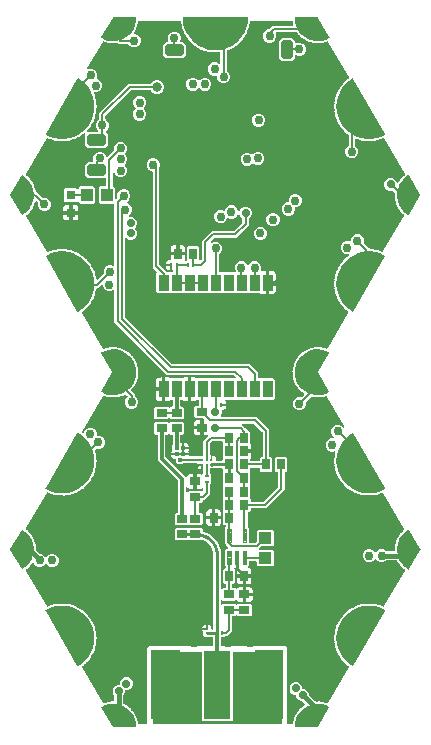
<source format=gbr>
G04 EAGLE Gerber RS-274X export*
G75*
%MOMM*%
%FSLAX34Y34*%
%LPD*%
%INTop Copper*%
%IPPOS*%
%AMOC8*
5,1,8,0,0,1.08239X$1,22.5*%
G01*
%ADD10R,0.800000X0.800000*%
%ADD11R,1.000000X1.100000*%
%ADD12C,0.499997*%
%ADD13R,0.850000X1.450000*%
%ADD14R,0.230000X0.220000*%
%ADD15R,0.900000X0.700000*%
%ADD16R,0.290000X0.300000*%
%ADD17R,0.300000X0.290000*%
%ADD18R,0.250000X0.250000*%
%ADD19R,0.700000X0.900000*%
%ADD20R,0.375000X0.300000*%
%ADD21C,0.100000*%
%ADD22R,0.250000X0.350000*%
%ADD23R,1.100000X1.000000*%
%ADD24C,1.000000*%
%ADD25C,2.173000*%
%ADD26R,2.290000X5.840000*%
%ADD27C,0.203200*%
%ADD28C,0.756400*%
%ADD29C,0.806400*%
%ADD30C,0.254000*%
%ADD31C,0.304800*%
%ADD32C,0.706400*%
%ADD33C,0.406400*%

G36*
X64788Y-447707D02*
X64788Y-447707D01*
X64840Y-447708D01*
X64909Y-447687D01*
X64980Y-447676D01*
X65026Y-447651D01*
X65075Y-447636D01*
X65134Y-447594D01*
X65197Y-447560D01*
X65233Y-447523D01*
X65275Y-447493D01*
X65317Y-447434D01*
X65367Y-447382D01*
X65388Y-447335D01*
X65419Y-447293D01*
X65459Y-447184D01*
X65470Y-447159D01*
X65471Y-447149D01*
X65476Y-447135D01*
X65598Y-446640D01*
X65600Y-446607D01*
X65617Y-446519D01*
X65673Y-445817D01*
X65689Y-445806D01*
X65743Y-445730D01*
X65804Y-445659D01*
X65815Y-445630D01*
X65832Y-445606D01*
X65890Y-445448D01*
X66151Y-444382D01*
X66154Y-444352D01*
X66163Y-444323D01*
X66163Y-444230D01*
X66171Y-444137D01*
X66163Y-444107D01*
X66163Y-444077D01*
X66129Y-443956D01*
X66405Y-443307D01*
X66413Y-443275D01*
X66444Y-443191D01*
X66611Y-442507D01*
X66628Y-442499D01*
X66694Y-442433D01*
X66765Y-442372D01*
X66781Y-442346D01*
X66802Y-442325D01*
X66884Y-442178D01*
X67313Y-441168D01*
X67321Y-441138D01*
X67335Y-441112D01*
X67340Y-441078D01*
X67344Y-441069D01*
X67350Y-441017D01*
X67372Y-440929D01*
X67369Y-440899D01*
X67374Y-440869D01*
X67370Y-440836D01*
X67371Y-440825D01*
X67366Y-440800D01*
X67360Y-440744D01*
X67736Y-440148D01*
X67749Y-440117D01*
X67793Y-440039D01*
X68068Y-439391D01*
X68086Y-439385D01*
X68162Y-439331D01*
X68242Y-439282D01*
X68261Y-439259D01*
X68286Y-439241D01*
X68390Y-439110D01*
X68976Y-438182D01*
X68988Y-438154D01*
X69006Y-438130D01*
X69035Y-438041D01*
X69072Y-437955D01*
X69074Y-437925D01*
X69084Y-437896D01*
X69090Y-437771D01*
X69557Y-437242D01*
X69574Y-437215D01*
X69630Y-437144D01*
X70006Y-436549D01*
X70025Y-436546D01*
X70108Y-436504D01*
X70194Y-436469D01*
X70217Y-436450D01*
X70245Y-436436D01*
X70369Y-436323D01*
X71096Y-435501D01*
X71112Y-435475D01*
X71134Y-435454D01*
X71177Y-435372D01*
X71227Y-435293D01*
X71234Y-435263D01*
X71248Y-435236D01*
X71274Y-435113D01*
X71820Y-434667D01*
X71841Y-434642D01*
X71908Y-434582D01*
X72374Y-434054D01*
X72393Y-434055D01*
X72482Y-434027D01*
X72573Y-434006D01*
X72599Y-433990D01*
X72628Y-433981D01*
X72769Y-433890D01*
X73618Y-433195D01*
X73638Y-433172D01*
X73663Y-433155D01*
X73719Y-433080D01*
X73781Y-433010D01*
X73793Y-432982D01*
X73811Y-432958D01*
X73856Y-432841D01*
X74467Y-432488D01*
X74492Y-432467D01*
X74567Y-432418D01*
X75112Y-431972D01*
X75131Y-431975D01*
X75223Y-431962D01*
X75316Y-431956D01*
X75344Y-431945D01*
X75374Y-431941D01*
X75528Y-431873D01*
X75590Y-431837D01*
X75681Y-431762D01*
X75774Y-431688D01*
X75776Y-431684D01*
X75780Y-431681D01*
X75843Y-431581D01*
X75907Y-431481D01*
X75908Y-431477D01*
X75911Y-431473D01*
X75938Y-431360D01*
X75967Y-431243D01*
X75967Y-431238D01*
X75968Y-431234D01*
X75957Y-431114D01*
X75948Y-430997D01*
X75946Y-430993D01*
X75946Y-430989D01*
X75897Y-430878D01*
X75852Y-430771D01*
X75848Y-430767D01*
X75847Y-430763D01*
X75837Y-430752D01*
X75747Y-430640D01*
X73931Y-428825D01*
X73858Y-428772D01*
X73788Y-428712D01*
X73758Y-428700D01*
X73732Y-428681D01*
X73645Y-428654D01*
X73560Y-428620D01*
X73519Y-428616D01*
X73497Y-428609D01*
X73464Y-428610D01*
X73393Y-428602D01*
X72731Y-428602D01*
X70779Y-427793D01*
X69285Y-426299D01*
X68476Y-424347D01*
X68476Y-423648D01*
X68473Y-423628D01*
X68475Y-423609D01*
X68453Y-423507D01*
X68437Y-423405D01*
X68427Y-423388D01*
X68423Y-423368D01*
X68370Y-423279D01*
X68321Y-423188D01*
X68307Y-423174D01*
X68297Y-423157D01*
X68218Y-423090D01*
X68143Y-423018D01*
X68125Y-423010D01*
X68110Y-422997D01*
X68014Y-422958D01*
X67920Y-422915D01*
X67900Y-422913D01*
X67882Y-422905D01*
X67715Y-422887D01*
X67016Y-422887D01*
X65064Y-422078D01*
X63570Y-420584D01*
X62761Y-418632D01*
X62761Y-416520D01*
X63570Y-414568D01*
X65064Y-413074D01*
X67016Y-412265D01*
X69128Y-412265D01*
X71080Y-413074D01*
X72574Y-414568D01*
X73383Y-416520D01*
X73383Y-417219D01*
X73386Y-417239D01*
X73384Y-417258D01*
X73406Y-417360D01*
X73422Y-417462D01*
X73432Y-417479D01*
X73436Y-417499D01*
X73489Y-417588D01*
X73538Y-417679D01*
X73552Y-417693D01*
X73562Y-417710D01*
X73641Y-417777D01*
X73716Y-417849D01*
X73734Y-417857D01*
X73749Y-417870D01*
X73845Y-417909D01*
X73939Y-417952D01*
X73959Y-417954D01*
X73977Y-417962D01*
X74144Y-417980D01*
X74843Y-417980D01*
X76795Y-418789D01*
X78289Y-420283D01*
X79098Y-422235D01*
X79098Y-422897D01*
X79112Y-422987D01*
X79120Y-423078D01*
X79132Y-423108D01*
X79137Y-423140D01*
X79180Y-423221D01*
X79216Y-423305D01*
X79242Y-423337D01*
X79253Y-423357D01*
X79276Y-423380D01*
X79321Y-423435D01*
X84312Y-428427D01*
X84348Y-428453D01*
X84379Y-428486D01*
X84448Y-428524D01*
X84512Y-428570D01*
X84555Y-428583D01*
X84594Y-428605D01*
X84672Y-428619D01*
X84732Y-428638D01*
X84761Y-428657D01*
X84789Y-428669D01*
X84812Y-428688D01*
X84900Y-428719D01*
X84985Y-428757D01*
X85016Y-428760D01*
X85044Y-428770D01*
X85211Y-428782D01*
X86308Y-428736D01*
X86338Y-428730D01*
X86368Y-428732D01*
X86458Y-428706D01*
X86549Y-428687D01*
X86575Y-428671D01*
X86604Y-428663D01*
X86711Y-428597D01*
X87411Y-428681D01*
X87443Y-428680D01*
X87483Y-428684D01*
X87510Y-428684D01*
X87534Y-428686D01*
X88237Y-428656D01*
X88250Y-428670D01*
X88332Y-428715D01*
X88410Y-428767D01*
X88439Y-428774D01*
X88466Y-428789D01*
X88629Y-428827D01*
X89719Y-428958D01*
X89749Y-428957D01*
X89779Y-428963D01*
X89872Y-428952D01*
X89965Y-428948D01*
X89993Y-428937D01*
X90023Y-428933D01*
X90139Y-428885D01*
X90816Y-429080D01*
X90849Y-429084D01*
X90937Y-429105D01*
X91636Y-429189D01*
X91646Y-429205D01*
X91720Y-429262D01*
X91788Y-429325D01*
X91804Y-429332D01*
X91807Y-429335D01*
X91818Y-429339D01*
X91840Y-429356D01*
X91995Y-429420D01*
X93050Y-429724D01*
X93080Y-429728D01*
X93108Y-429739D01*
X93201Y-429742D01*
X93294Y-429753D01*
X93324Y-429747D01*
X93354Y-429748D01*
X93476Y-429719D01*
X94114Y-430021D01*
X94145Y-430030D01*
X94228Y-430064D01*
X94748Y-430214D01*
X94798Y-430220D01*
X94847Y-430235D01*
X94920Y-430234D01*
X94992Y-430243D01*
X95042Y-430233D01*
X95093Y-430232D01*
X95162Y-430208D01*
X95233Y-430193D01*
X95277Y-430167D01*
X95325Y-430150D01*
X95382Y-430105D01*
X95445Y-430068D01*
X95479Y-430030D01*
X95519Y-429998D01*
X95589Y-429902D01*
X95606Y-429883D01*
X95610Y-429874D01*
X95618Y-429863D01*
X113036Y-399694D01*
X113077Y-399586D01*
X113119Y-399480D01*
X113120Y-399472D01*
X113123Y-399463D01*
X113127Y-399349D01*
X113134Y-399235D01*
X113132Y-399226D01*
X113132Y-399218D01*
X113099Y-399108D01*
X113069Y-398997D01*
X113065Y-398990D01*
X113062Y-398982D01*
X112996Y-398888D01*
X112933Y-398793D01*
X112925Y-398786D01*
X112921Y-398780D01*
X112902Y-398767D01*
X112805Y-398684D01*
X112634Y-398567D01*
X112602Y-398552D01*
X112575Y-398531D01*
X112492Y-398501D01*
X112411Y-398463D01*
X112376Y-398459D01*
X112344Y-398448D01*
X112240Y-398440D01*
X111708Y-397946D01*
X111680Y-397928D01*
X111619Y-397875D01*
X111023Y-397469D01*
X111022Y-397461D01*
X110984Y-397380D01*
X110953Y-397297D01*
X110932Y-397270D01*
X110917Y-397238D01*
X110807Y-397111D01*
X109314Y-395726D01*
X109285Y-395707D01*
X109261Y-395682D01*
X109183Y-395639D01*
X109109Y-395590D01*
X109075Y-395581D01*
X109045Y-395565D01*
X108943Y-395542D01*
X108490Y-394975D01*
X108466Y-394953D01*
X108413Y-394891D01*
X107884Y-394401D01*
X107884Y-394392D01*
X107859Y-394307D01*
X107841Y-394220D01*
X107824Y-394190D01*
X107814Y-394157D01*
X107724Y-394015D01*
X106454Y-392422D01*
X106449Y-392418D01*
X106447Y-392414D01*
X106426Y-392397D01*
X106408Y-392371D01*
X106338Y-392317D01*
X106271Y-392258D01*
X106240Y-392244D01*
X106212Y-392223D01*
X106115Y-392185D01*
X105752Y-391556D01*
X105731Y-391531D01*
X105688Y-391462D01*
X105238Y-390899D01*
X105239Y-390890D01*
X105227Y-390802D01*
X105222Y-390713D01*
X105210Y-390681D01*
X105205Y-390647D01*
X105138Y-390493D01*
X104118Y-388729D01*
X104096Y-388702D01*
X104081Y-388671D01*
X104019Y-388608D01*
X103963Y-388539D01*
X103933Y-388521D01*
X103909Y-388496D01*
X103834Y-388453D01*
X103829Y-388448D01*
X103820Y-388445D01*
X103819Y-388444D01*
X103553Y-387768D01*
X103536Y-387740D01*
X103504Y-387666D01*
X103143Y-387041D01*
X103146Y-387033D01*
X103147Y-386944D01*
X103156Y-386856D01*
X103148Y-386822D01*
X103148Y-386787D01*
X103104Y-386625D01*
X102360Y-384729D01*
X102342Y-384699D01*
X102331Y-384666D01*
X102279Y-384594D01*
X102234Y-384518D01*
X102208Y-384495D01*
X102187Y-384467D01*
X102106Y-384403D01*
X101944Y-383695D01*
X101932Y-383664D01*
X101911Y-383586D01*
X101647Y-382915D01*
X101651Y-382907D01*
X101665Y-382819D01*
X101687Y-382733D01*
X101684Y-382699D01*
X101690Y-382664D01*
X101670Y-382498D01*
X101217Y-380512D01*
X101203Y-380480D01*
X101198Y-380445D01*
X101157Y-380366D01*
X101124Y-380284D01*
X101101Y-380258D01*
X101085Y-380227D01*
X101014Y-380151D01*
X100960Y-379427D01*
X100952Y-379395D01*
X100943Y-379315D01*
X100782Y-378611D01*
X100787Y-378605D01*
X100814Y-378520D01*
X100849Y-378438D01*
X100851Y-378403D01*
X100862Y-378370D01*
X100868Y-378202D01*
X100715Y-376171D01*
X100707Y-376138D01*
X100707Y-376103D01*
X100678Y-376018D01*
X100657Y-375932D01*
X100638Y-375903D01*
X100627Y-375870D01*
X100569Y-375784D01*
X100623Y-375060D01*
X100620Y-375028D01*
X100623Y-374946D01*
X100568Y-374227D01*
X100575Y-374221D01*
X100614Y-374141D01*
X100660Y-374065D01*
X100668Y-374032D01*
X100683Y-374000D01*
X100714Y-373836D01*
X100866Y-371804D01*
X100863Y-371770D01*
X100868Y-371735D01*
X100852Y-371648D01*
X100844Y-371559D01*
X100830Y-371527D01*
X100824Y-371493D01*
X100779Y-371400D01*
X100940Y-370692D01*
X100942Y-370659D01*
X100957Y-370579D01*
X101011Y-369860D01*
X101018Y-369855D01*
X101068Y-369782D01*
X101125Y-369714D01*
X101138Y-369681D01*
X101158Y-369653D01*
X101204Y-369521D01*
X101208Y-369512D01*
X101209Y-369507D01*
X101213Y-369495D01*
X101666Y-367508D01*
X101668Y-367474D01*
X101678Y-367441D01*
X101675Y-367352D01*
X101681Y-367263D01*
X101672Y-367229D01*
X101671Y-367195D01*
X101640Y-367096D01*
X101905Y-366420D01*
X101912Y-366387D01*
X101939Y-366311D01*
X102099Y-365608D01*
X102106Y-365604D01*
X102167Y-365539D01*
X102234Y-365480D01*
X102251Y-365450D01*
X102275Y-365425D01*
X102353Y-365276D01*
X103097Y-363380D01*
X103104Y-363346D01*
X103119Y-363315D01*
X103130Y-363227D01*
X103149Y-363139D01*
X103145Y-363105D01*
X103149Y-363071D01*
X103133Y-362968D01*
X103496Y-362339D01*
X103508Y-362308D01*
X103545Y-362236D01*
X103809Y-361565D01*
X103817Y-361562D01*
X103887Y-361507D01*
X103961Y-361459D01*
X103983Y-361432D01*
X104010Y-361410D01*
X104110Y-361275D01*
X105128Y-359511D01*
X105140Y-359478D01*
X105159Y-359450D01*
X105183Y-359364D01*
X105214Y-359281D01*
X105216Y-359246D01*
X105225Y-359213D01*
X105225Y-359109D01*
X105677Y-358541D01*
X105693Y-358512D01*
X105741Y-358447D01*
X106102Y-357822D01*
X106110Y-357821D01*
X106188Y-357777D01*
X106269Y-357740D01*
X106294Y-357717D01*
X106324Y-357699D01*
X106443Y-357581D01*
X107712Y-355988D01*
X107729Y-355957D01*
X107753Y-355932D01*
X107789Y-355851D01*
X107832Y-355773D01*
X107839Y-355739D01*
X107853Y-355707D01*
X107868Y-355604D01*
X108400Y-355111D01*
X108421Y-355085D01*
X108478Y-355027D01*
X108927Y-354463D01*
X108936Y-354463D01*
X109019Y-354431D01*
X109105Y-354407D01*
X109133Y-354387D01*
X109166Y-354375D01*
X109300Y-354275D01*
X110793Y-352889D01*
X110814Y-352861D01*
X110841Y-352840D01*
X110889Y-352765D01*
X110944Y-352695D01*
X110955Y-352662D01*
X110974Y-352633D01*
X111004Y-352533D01*
X111604Y-352124D01*
X111628Y-352101D01*
X111693Y-352053D01*
X112222Y-351562D01*
X112230Y-351563D01*
X112317Y-351544D01*
X112406Y-351533D01*
X112437Y-351518D01*
X112471Y-351511D01*
X112619Y-351432D01*
X114301Y-350284D01*
X114327Y-350260D01*
X114357Y-350243D01*
X114415Y-350176D01*
X114480Y-350114D01*
X114496Y-350084D01*
X114519Y-350058D01*
X114563Y-349964D01*
X115217Y-349649D01*
X115244Y-349630D01*
X115316Y-349592D01*
X115912Y-349185D01*
X115920Y-349188D01*
X116009Y-349182D01*
X116098Y-349184D01*
X116131Y-349174D01*
X116166Y-349171D01*
X116324Y-349116D01*
X118159Y-348231D01*
X118187Y-348211D01*
X118219Y-348199D01*
X118287Y-348141D01*
X118360Y-348090D01*
X118381Y-348062D01*
X118407Y-348040D01*
X118465Y-347954D01*
X119159Y-347740D01*
X119189Y-347725D01*
X119265Y-347698D01*
X119915Y-347385D01*
X119923Y-347388D01*
X120012Y-347396D01*
X120099Y-347411D01*
X120133Y-347406D01*
X120168Y-347409D01*
X120333Y-347377D01*
X122279Y-346776D01*
X122310Y-346761D01*
X122344Y-346753D01*
X122419Y-346706D01*
X122499Y-346667D01*
X122524Y-346642D01*
X122553Y-346624D01*
X122624Y-346548D01*
X123342Y-346439D01*
X123373Y-346429D01*
X123453Y-346414D01*
X124142Y-346201D01*
X124149Y-346205D01*
X124235Y-346226D01*
X124320Y-346254D01*
X124355Y-346254D01*
X124388Y-346262D01*
X124556Y-346256D01*
X126570Y-345951D01*
X126603Y-345941D01*
X126638Y-345938D01*
X126719Y-345903D01*
X126804Y-345876D01*
X126832Y-345855D01*
X126864Y-345842D01*
X126945Y-345777D01*
X127671Y-345777D01*
X127703Y-345771D01*
X127784Y-345768D01*
X128498Y-345660D01*
X128504Y-345666D01*
X128587Y-345699D01*
X128666Y-345740D01*
X128700Y-345745D01*
X128732Y-345758D01*
X128899Y-345776D01*
X130936Y-345775D01*
X130970Y-345770D01*
X131005Y-345772D01*
X131091Y-345750D01*
X131179Y-345736D01*
X131209Y-345719D01*
X131243Y-345711D01*
X131333Y-345659D01*
X132051Y-345767D01*
X132084Y-345766D01*
X132164Y-345775D01*
X132886Y-345775D01*
X132891Y-345781D01*
X132968Y-345827D01*
X133040Y-345878D01*
X133073Y-345889D01*
X133103Y-345906D01*
X133265Y-345949D01*
X135280Y-346252D01*
X135314Y-346252D01*
X135348Y-346259D01*
X135437Y-346250D01*
X135526Y-346249D01*
X135558Y-346238D01*
X135593Y-346234D01*
X135689Y-346196D01*
X136383Y-346410D01*
X136416Y-346414D01*
X136494Y-346435D01*
X137207Y-346542D01*
X137212Y-346549D01*
X137281Y-346606D01*
X137345Y-346668D01*
X137376Y-346683D01*
X137403Y-346704D01*
X137557Y-346771D01*
X139504Y-347371D01*
X139538Y-347376D01*
X139570Y-347388D01*
X139659Y-347392D01*
X139747Y-347405D01*
X139781Y-347398D01*
X139816Y-347400D01*
X139917Y-347376D01*
X140571Y-347691D01*
X140603Y-347700D01*
X140677Y-347733D01*
X141367Y-347945D01*
X141370Y-347953D01*
X141430Y-348019D01*
X141484Y-348090D01*
X141512Y-348109D01*
X141536Y-348135D01*
X141678Y-348224D01*
X141882Y-348322D01*
X141991Y-348354D01*
X142100Y-348389D01*
X142109Y-348389D01*
X142118Y-348391D01*
X142232Y-348387D01*
X142346Y-348385D01*
X142354Y-348382D01*
X142363Y-348382D01*
X142470Y-348341D01*
X142578Y-348303D01*
X142585Y-348297D01*
X142593Y-348294D01*
X142682Y-348222D01*
X142772Y-348151D01*
X142778Y-348143D01*
X142783Y-348138D01*
X142796Y-348119D01*
X142871Y-348016D01*
X160293Y-317840D01*
X160311Y-317792D01*
X160338Y-317748D01*
X160354Y-317678D01*
X160380Y-317610D01*
X160382Y-317559D01*
X160393Y-317508D01*
X160386Y-317436D01*
X160389Y-317364D01*
X160374Y-317315D01*
X160369Y-317263D01*
X160339Y-317198D01*
X160319Y-317128D01*
X160289Y-317086D01*
X160268Y-317039D01*
X160193Y-316949D01*
X160178Y-316927D01*
X160170Y-316921D01*
X160161Y-316910D01*
X159802Y-316566D01*
X159775Y-316547D01*
X159707Y-316488D01*
X159128Y-316088D01*
X159126Y-316069D01*
X159088Y-315984D01*
X159056Y-315896D01*
X159037Y-315873D01*
X159025Y-315845D01*
X158918Y-315716D01*
X158121Y-314951D01*
X158096Y-314934D01*
X158076Y-314911D01*
X157995Y-314864D01*
X157919Y-314812D01*
X157889Y-314803D01*
X157863Y-314788D01*
X157741Y-314757D01*
X157318Y-314193D01*
X157294Y-314170D01*
X157237Y-314102D01*
X156729Y-313614D01*
X156730Y-313595D01*
X156706Y-313505D01*
X156689Y-313413D01*
X156674Y-313387D01*
X156667Y-313357D01*
X156581Y-313213D01*
X155918Y-312330D01*
X155896Y-312309D01*
X155880Y-312284D01*
X155808Y-312224D01*
X155740Y-312160D01*
X155713Y-312147D01*
X155689Y-312128D01*
X155574Y-312077D01*
X155247Y-311453D01*
X155227Y-311427D01*
X155181Y-311350D01*
X154758Y-310787D01*
X154762Y-310768D01*
X154753Y-310675D01*
X154751Y-310582D01*
X154741Y-310554D01*
X154738Y-310523D01*
X154695Y-310415D01*
X154694Y-310410D01*
X154692Y-310406D01*
X154677Y-310367D01*
X154182Y-309425D01*
X154132Y-309359D01*
X154090Y-309288D01*
X154059Y-309261D01*
X154034Y-309229D01*
X153966Y-309182D01*
X153903Y-309128D01*
X153865Y-309113D01*
X153831Y-309090D01*
X153752Y-309067D01*
X153675Y-309036D01*
X153622Y-309030D01*
X153595Y-309023D01*
X153565Y-309024D01*
X153508Y-309018D01*
X145167Y-309018D01*
X145077Y-309032D01*
X144986Y-309040D01*
X144957Y-309052D01*
X144925Y-309057D01*
X144844Y-309100D01*
X144760Y-309136D01*
X144728Y-309162D01*
X144707Y-309173D01*
X144685Y-309196D01*
X144629Y-309241D01*
X143902Y-309968D01*
X141858Y-310815D01*
X139646Y-310815D01*
X137602Y-309968D01*
X136029Y-308395D01*
X136013Y-308383D01*
X136000Y-308368D01*
X135913Y-308312D01*
X135829Y-308251D01*
X135810Y-308245D01*
X135793Y-308235D01*
X135693Y-308209D01*
X135594Y-308179D01*
X135574Y-308179D01*
X135555Y-308175D01*
X135452Y-308183D01*
X135348Y-308185D01*
X135329Y-308192D01*
X135310Y-308194D01*
X135215Y-308234D01*
X135117Y-308270D01*
X135101Y-308282D01*
X135083Y-308290D01*
X134952Y-308395D01*
X133325Y-310022D01*
X131281Y-310869D01*
X129069Y-310869D01*
X127025Y-310022D01*
X125461Y-308458D01*
X124614Y-306414D01*
X124614Y-304202D01*
X125461Y-302158D01*
X127025Y-300594D01*
X129069Y-299747D01*
X131281Y-299747D01*
X133325Y-300594D01*
X134898Y-302167D01*
X134914Y-302179D01*
X134927Y-302194D01*
X135014Y-302250D01*
X135098Y-302311D01*
X135117Y-302316D01*
X135134Y-302327D01*
X135234Y-302353D01*
X135333Y-302383D01*
X135353Y-302382D01*
X135372Y-302387D01*
X135475Y-302379D01*
X135579Y-302377D01*
X135598Y-302370D01*
X135617Y-302368D01*
X135712Y-302328D01*
X135810Y-302292D01*
X135825Y-302280D01*
X135844Y-302272D01*
X135975Y-302167D01*
X137602Y-300540D01*
X139646Y-299693D01*
X141858Y-299693D01*
X143902Y-300540D01*
X144535Y-301173D01*
X144609Y-301226D01*
X144679Y-301286D01*
X144709Y-301298D01*
X144735Y-301317D01*
X144822Y-301344D01*
X144907Y-301378D01*
X144948Y-301382D01*
X144970Y-301389D01*
X145002Y-301388D01*
X145074Y-301396D01*
X151158Y-301396D01*
X151187Y-301392D01*
X151217Y-301394D01*
X151308Y-301372D01*
X151401Y-301357D01*
X151427Y-301343D01*
X151456Y-301336D01*
X151535Y-301285D01*
X151619Y-301241D01*
X151639Y-301220D01*
X151664Y-301205D01*
X151776Y-301080D01*
X151840Y-300991D01*
X151854Y-300964D01*
X151873Y-300941D01*
X151908Y-300854D01*
X151950Y-300771D01*
X151954Y-300741D01*
X151965Y-300713D01*
X151984Y-300546D01*
X151984Y-299442D01*
X151979Y-299412D01*
X151981Y-299382D01*
X151959Y-299291D01*
X151944Y-299199D01*
X151930Y-299172D01*
X151923Y-299143D01*
X151861Y-299034D01*
X151974Y-298338D01*
X151974Y-298305D01*
X151984Y-298215D01*
X151984Y-297511D01*
X151998Y-297499D01*
X152044Y-297424D01*
X152052Y-297416D01*
X152056Y-297406D01*
X152101Y-297344D01*
X152110Y-297315D01*
X152126Y-297289D01*
X152148Y-297208D01*
X152155Y-297193D01*
X152157Y-297176D01*
X152171Y-297127D01*
X152348Y-296037D01*
X152348Y-296007D01*
X152355Y-295978D01*
X152348Y-295884D01*
X152347Y-295791D01*
X152338Y-295763D01*
X152335Y-295732D01*
X152292Y-295614D01*
X152515Y-294946D01*
X152518Y-294926D01*
X152526Y-294909D01*
X152529Y-294881D01*
X152545Y-294827D01*
X152657Y-294132D01*
X152674Y-294122D01*
X152734Y-294051D01*
X152800Y-293985D01*
X152814Y-293958D01*
X152833Y-293935D01*
X152904Y-293782D01*
X153253Y-292735D01*
X153258Y-292705D01*
X153270Y-292677D01*
X153278Y-292584D01*
X153292Y-292492D01*
X153287Y-292462D01*
X153290Y-292432D01*
X153266Y-292309D01*
X153594Y-291684D01*
X153604Y-291653D01*
X153642Y-291572D01*
X153864Y-290904D01*
X153882Y-290897D01*
X153953Y-290836D01*
X154029Y-290782D01*
X154047Y-290757D01*
X154070Y-290737D01*
X154164Y-290598D01*
X154677Y-289621D01*
X154686Y-289592D01*
X154702Y-289566D01*
X154725Y-289476D01*
X154754Y-289387D01*
X154754Y-289357D01*
X154761Y-289328D01*
X154758Y-289202D01*
X155181Y-288638D01*
X155196Y-288609D01*
X155247Y-288535D01*
X155574Y-287911D01*
X155592Y-287907D01*
X155672Y-287859D01*
X155756Y-287817D01*
X155777Y-287796D01*
X155803Y-287780D01*
X155918Y-287658D01*
X156581Y-286775D01*
X156587Y-286765D01*
X156593Y-286758D01*
X156600Y-286743D01*
X156615Y-286726D01*
X156652Y-286640D01*
X156695Y-286557D01*
X156700Y-286527D01*
X156712Y-286499D01*
X156728Y-286375D01*
X157237Y-285886D01*
X157256Y-285860D01*
X157318Y-285795D01*
X157741Y-285232D01*
X157760Y-285231D01*
X157846Y-285196D01*
X157936Y-285168D01*
X157960Y-285150D01*
X157988Y-285139D01*
X158121Y-285037D01*
X158918Y-284272D01*
X158936Y-284248D01*
X158959Y-284229D01*
X159009Y-284150D01*
X159065Y-284075D01*
X159075Y-284046D01*
X159091Y-284021D01*
X159127Y-283900D01*
X159225Y-283832D01*
X159306Y-283755D01*
X159389Y-283680D01*
X159394Y-283670D01*
X159402Y-283662D01*
X159454Y-283563D01*
X159509Y-283465D01*
X159511Y-283454D01*
X159516Y-283444D01*
X159533Y-283333D01*
X159554Y-283223D01*
X159552Y-283212D01*
X159554Y-283201D01*
X159535Y-283091D01*
X159520Y-282980D01*
X159514Y-282967D01*
X159513Y-282958D01*
X159500Y-282935D01*
X159452Y-282826D01*
X141964Y-252479D01*
X141927Y-252433D01*
X141899Y-252383D01*
X141850Y-252339D01*
X141809Y-252288D01*
X141759Y-252257D01*
X141716Y-252218D01*
X141656Y-252192D01*
X141600Y-252157D01*
X141544Y-252144D01*
X141490Y-252120D01*
X141425Y-252115D01*
X141361Y-252099D01*
X141303Y-252105D01*
X141245Y-252100D01*
X141148Y-252118D01*
X141116Y-252121D01*
X141103Y-252127D01*
X141080Y-252131D01*
X140677Y-252255D01*
X140648Y-252270D01*
X140571Y-252297D01*
X139921Y-252610D01*
X139913Y-252606D01*
X139825Y-252599D01*
X139737Y-252583D01*
X139703Y-252588D01*
X139668Y-252586D01*
X139504Y-252617D01*
X137557Y-253217D01*
X137526Y-253232D01*
X137492Y-253240D01*
X137416Y-253287D01*
X137337Y-253326D01*
X137312Y-253351D01*
X137283Y-253369D01*
X137212Y-253445D01*
X136494Y-253553D01*
X136463Y-253563D01*
X136383Y-253578D01*
X135694Y-253791D01*
X135687Y-253786D01*
X135600Y-253766D01*
X135516Y-253737D01*
X135481Y-253737D01*
X135447Y-253729D01*
X135280Y-253736D01*
X133265Y-254039D01*
X133232Y-254049D01*
X133198Y-254052D01*
X133116Y-254087D01*
X133031Y-254114D01*
X133003Y-254135D01*
X132971Y-254148D01*
X132890Y-254213D01*
X132164Y-254213D01*
X132132Y-254218D01*
X132051Y-254221D01*
X131338Y-254329D01*
X131331Y-254323D01*
X131248Y-254290D01*
X131169Y-254249D01*
X131135Y-254244D01*
X131103Y-254231D01*
X130936Y-254212D01*
X128899Y-254212D01*
X128865Y-254217D01*
X128830Y-254215D01*
X128744Y-254237D01*
X128656Y-254252D01*
X128626Y-254268D01*
X128592Y-254276D01*
X128502Y-254328D01*
X127784Y-254220D01*
X127751Y-254220D01*
X127671Y-254211D01*
X126950Y-254211D01*
X126944Y-254205D01*
X126868Y-254160D01*
X126795Y-254108D01*
X126762Y-254097D01*
X126732Y-254080D01*
X126570Y-254037D01*
X124556Y-253732D01*
X124521Y-253733D01*
X124487Y-253725D01*
X124399Y-253734D01*
X124310Y-253735D01*
X124277Y-253747D01*
X124243Y-253750D01*
X124146Y-253788D01*
X123453Y-253574D01*
X123420Y-253570D01*
X123342Y-253549D01*
X122628Y-253441D01*
X122624Y-253434D01*
X122555Y-253378D01*
X122491Y-253316D01*
X122460Y-253301D01*
X122433Y-253279D01*
X122279Y-253212D01*
X120333Y-252611D01*
X120298Y-252606D01*
X120266Y-252593D01*
X120177Y-252589D01*
X120089Y-252577D01*
X120055Y-252584D01*
X120020Y-252582D01*
X119919Y-252605D01*
X119265Y-252290D01*
X119233Y-252281D01*
X119159Y-252248D01*
X118470Y-252036D01*
X118467Y-252028D01*
X118407Y-251962D01*
X118353Y-251891D01*
X118324Y-251871D01*
X118301Y-251846D01*
X118159Y-251757D01*
X116324Y-250872D01*
X116291Y-250863D01*
X116260Y-250845D01*
X116173Y-250828D01*
X116088Y-250803D01*
X116053Y-250804D01*
X116019Y-250797D01*
X115916Y-250805D01*
X115316Y-250396D01*
X115286Y-250382D01*
X115217Y-250339D01*
X114568Y-250026D01*
X114565Y-250018D01*
X114516Y-249944D01*
X114473Y-249866D01*
X114448Y-249842D01*
X114429Y-249813D01*
X114301Y-249704D01*
X112619Y-248556D01*
X112587Y-248541D01*
X112560Y-248520D01*
X112476Y-248489D01*
X112396Y-248452D01*
X112361Y-248448D01*
X112329Y-248436D01*
X112225Y-248429D01*
X111693Y-247935D01*
X111666Y-247916D01*
X111604Y-247864D01*
X111008Y-247457D01*
X111007Y-247449D01*
X110970Y-247368D01*
X110939Y-247285D01*
X110917Y-247257D01*
X110903Y-247226D01*
X110793Y-247099D01*
X109300Y-245713D01*
X109271Y-245694D01*
X109248Y-245669D01*
X109170Y-245626D01*
X109095Y-245577D01*
X109062Y-245568D01*
X109031Y-245552D01*
X108930Y-245529D01*
X108478Y-244961D01*
X108453Y-244939D01*
X108400Y-244877D01*
X107872Y-244387D01*
X107872Y-244378D01*
X107847Y-244293D01*
X107829Y-244206D01*
X107812Y-244176D01*
X107802Y-244142D01*
X107712Y-244000D01*
X106443Y-242407D01*
X106417Y-242384D01*
X106397Y-242356D01*
X106326Y-242302D01*
X106260Y-242242D01*
X106229Y-242228D01*
X106201Y-242208D01*
X106104Y-242170D01*
X105741Y-241541D01*
X105720Y-241515D01*
X105677Y-241447D01*
X105228Y-240883D01*
X105229Y-240874D01*
X105217Y-240786D01*
X105212Y-240697D01*
X105200Y-240665D01*
X105195Y-240631D01*
X105128Y-240477D01*
X104110Y-238713D01*
X104088Y-238686D01*
X104073Y-238655D01*
X104010Y-238591D01*
X103954Y-238522D01*
X103925Y-238504D01*
X103900Y-238479D01*
X103810Y-238427D01*
X103545Y-237752D01*
X103528Y-237723D01*
X103496Y-237649D01*
X103135Y-237024D01*
X103138Y-237016D01*
X103139Y-236927D01*
X103148Y-236838D01*
X103140Y-236805D01*
X103141Y-236770D01*
X103097Y-236608D01*
X102353Y-234712D01*
X102336Y-234682D01*
X102325Y-234649D01*
X102273Y-234577D01*
X102228Y-234500D01*
X102201Y-234478D01*
X102181Y-234449D01*
X102100Y-234385D01*
X101939Y-233677D01*
X101926Y-233646D01*
X101905Y-233568D01*
X101642Y-232897D01*
X101646Y-232889D01*
X101660Y-232801D01*
X101682Y-232715D01*
X101679Y-232681D01*
X101685Y-232646D01*
X101666Y-232480D01*
X101213Y-230493D01*
X101200Y-230461D01*
X101195Y-230427D01*
X101154Y-230348D01*
X101120Y-230266D01*
X101098Y-230239D01*
X101082Y-230209D01*
X101011Y-230133D01*
X100957Y-229409D01*
X100949Y-229376D01*
X100940Y-229296D01*
X100780Y-228593D01*
X100785Y-228586D01*
X100812Y-228501D01*
X100846Y-228419D01*
X100849Y-228385D01*
X100860Y-228351D01*
X100866Y-228184D01*
X100714Y-226152D01*
X100706Y-226119D01*
X100706Y-226084D01*
X100677Y-226000D01*
X100656Y-225913D01*
X100638Y-225884D01*
X100627Y-225851D01*
X100568Y-225765D01*
X100623Y-225042D01*
X100620Y-225009D01*
X100623Y-224928D01*
X100569Y-224208D01*
X100575Y-224202D01*
X100614Y-224122D01*
X100661Y-224047D01*
X100669Y-224013D01*
X100684Y-223982D01*
X100715Y-223817D01*
X100868Y-221786D01*
X100865Y-221751D01*
X100870Y-221717D01*
X100854Y-221629D01*
X100846Y-221540D01*
X100832Y-221509D01*
X100826Y-221475D01*
X100781Y-221381D01*
X100943Y-220673D01*
X100945Y-220641D01*
X100960Y-220561D01*
X101014Y-219842D01*
X101021Y-219836D01*
X101072Y-219763D01*
X101129Y-219695D01*
X101142Y-219663D01*
X101161Y-219635D01*
X101216Y-219476D01*
X101600Y-217797D01*
X101601Y-217789D01*
X101604Y-217782D01*
X101608Y-217667D01*
X101616Y-217552D01*
X101614Y-217544D01*
X101614Y-217536D01*
X101582Y-217426D01*
X101552Y-217314D01*
X101548Y-217308D01*
X101545Y-217300D01*
X101480Y-217206D01*
X101416Y-217109D01*
X101410Y-217104D01*
X101405Y-217098D01*
X101313Y-217030D01*
X101221Y-216958D01*
X101214Y-216956D01*
X101208Y-216951D01*
X101098Y-216915D01*
X100989Y-216878D01*
X100981Y-216877D01*
X100974Y-216875D01*
X100858Y-216876D01*
X100743Y-216875D01*
X100736Y-216877D01*
X100728Y-216877D01*
X100567Y-216924D01*
X100039Y-217143D01*
X97827Y-217143D01*
X95783Y-216296D01*
X94219Y-214732D01*
X93372Y-212688D01*
X93372Y-210476D01*
X94219Y-208432D01*
X95783Y-206868D01*
X97827Y-206021D01*
X99930Y-206021D01*
X100020Y-206007D01*
X100066Y-206005D01*
X100081Y-206000D01*
X100126Y-205996D01*
X100148Y-205986D01*
X100173Y-205982D01*
X100260Y-205935D01*
X100270Y-205931D01*
X100297Y-205921D01*
X100304Y-205916D01*
X100350Y-205895D01*
X100368Y-205878D01*
X100390Y-205866D01*
X100458Y-205795D01*
X100480Y-205775D01*
X100489Y-205767D01*
X100491Y-205764D01*
X100530Y-205728D01*
X100542Y-205706D01*
X100559Y-205688D01*
X100601Y-205599D01*
X100620Y-205564D01*
X100622Y-205560D01*
X100623Y-205559D01*
X100648Y-205512D01*
X100653Y-205488D01*
X100663Y-205465D01*
X100674Y-205367D01*
X100681Y-205328D01*
X100682Y-205322D01*
X100682Y-205320D01*
X100691Y-205270D01*
X100687Y-205245D01*
X100690Y-205221D01*
X100669Y-205124D01*
X100665Y-205093D01*
X100663Y-205077D01*
X100661Y-205072D01*
X100655Y-205027D01*
X100643Y-205004D01*
X100638Y-204980D01*
X100587Y-204896D01*
X100581Y-204883D01*
X100567Y-204850D01*
X100559Y-204840D01*
X100542Y-204808D01*
X100525Y-204790D01*
X100512Y-204769D01*
X100481Y-204743D01*
X100462Y-204719D01*
X98791Y-203048D01*
X97944Y-201004D01*
X97944Y-198792D01*
X98791Y-196748D01*
X100355Y-195184D01*
X102399Y-194337D01*
X104611Y-194337D01*
X106655Y-195184D01*
X107988Y-196517D01*
X108007Y-196531D01*
X108022Y-196549D01*
X108107Y-196602D01*
X108188Y-196661D01*
X108210Y-196668D01*
X108231Y-196680D01*
X108328Y-196704D01*
X108423Y-196733D01*
X108447Y-196732D01*
X108470Y-196738D01*
X108569Y-196729D01*
X108669Y-196727D01*
X108691Y-196718D01*
X108715Y-196716D01*
X108806Y-196676D01*
X108900Y-196642D01*
X108918Y-196627D01*
X108940Y-196618D01*
X109014Y-196551D01*
X109092Y-196488D01*
X109105Y-196468D01*
X109122Y-196452D01*
X109171Y-196365D01*
X109225Y-196281D01*
X109231Y-196258D01*
X109242Y-196238D01*
X109260Y-196140D01*
X109285Y-196043D01*
X109283Y-196019D01*
X109287Y-195996D01*
X109273Y-195897D01*
X109266Y-195798D01*
X109256Y-195776D01*
X109253Y-195752D01*
X109186Y-195599D01*
X94701Y-170463D01*
X94630Y-170376D01*
X94562Y-170288D01*
X94553Y-170282D01*
X94546Y-170273D01*
X94450Y-170213D01*
X94358Y-170151D01*
X94347Y-170148D01*
X94337Y-170142D01*
X94228Y-170116D01*
X94120Y-170086D01*
X94109Y-170087D01*
X94098Y-170084D01*
X93986Y-170094D01*
X93875Y-170101D01*
X93862Y-170105D01*
X93853Y-170106D01*
X93829Y-170116D01*
X93716Y-170155D01*
X93477Y-170268D01*
X93460Y-170260D01*
X93367Y-170251D01*
X93275Y-170234D01*
X93245Y-170238D01*
X93215Y-170235D01*
X93050Y-170264D01*
X91995Y-170568D01*
X91968Y-170581D01*
X91938Y-170587D01*
X91857Y-170633D01*
X91773Y-170673D01*
X91751Y-170694D01*
X91725Y-170710D01*
X91637Y-170799D01*
X90937Y-170883D01*
X90905Y-170893D01*
X90816Y-170908D01*
X90140Y-171103D01*
X90124Y-171092D01*
X90034Y-171068D01*
X89946Y-171037D01*
X89916Y-171036D01*
X89887Y-171028D01*
X89719Y-171030D01*
X88629Y-171161D01*
X88600Y-171169D01*
X88569Y-171170D01*
X88482Y-171203D01*
X88393Y-171229D01*
X88368Y-171246D01*
X88339Y-171257D01*
X88238Y-171332D01*
X87534Y-171302D01*
X87501Y-171306D01*
X87411Y-171307D01*
X86712Y-171391D01*
X86698Y-171378D01*
X86613Y-171340D01*
X86532Y-171295D01*
X86502Y-171289D01*
X86474Y-171277D01*
X86308Y-171251D01*
X85211Y-171206D01*
X85181Y-171210D01*
X85151Y-171206D01*
X85060Y-171224D01*
X84967Y-171236D01*
X84940Y-171249D01*
X84910Y-171255D01*
X84798Y-171312D01*
X84108Y-171170D01*
X84075Y-171169D01*
X83986Y-171155D01*
X83283Y-171126D01*
X83271Y-171111D01*
X83193Y-171059D01*
X83120Y-171002D01*
X83091Y-170992D01*
X83066Y-170975D01*
X82906Y-170923D01*
X81831Y-170702D01*
X81801Y-170701D01*
X81772Y-170693D01*
X81678Y-170696D01*
X81585Y-170692D01*
X81556Y-170701D01*
X81526Y-170702D01*
X81366Y-170754D01*
X81363Y-170755D01*
X81358Y-170754D01*
X81340Y-170755D01*
X81323Y-170752D01*
X81218Y-170765D01*
X81113Y-170773D01*
X81097Y-170780D01*
X81079Y-170782D01*
X80984Y-170828D01*
X80886Y-170869D01*
X80870Y-170883D01*
X80857Y-170888D01*
X80835Y-170910D01*
X80755Y-170974D01*
X76893Y-174836D01*
X76825Y-174931D01*
X76755Y-175025D01*
X76753Y-175031D01*
X76750Y-175036D01*
X76715Y-175148D01*
X76679Y-175259D01*
X76679Y-175265D01*
X76677Y-175271D01*
X76680Y-175389D01*
X76681Y-175418D01*
X76681Y-177763D01*
X75834Y-179807D01*
X74270Y-181371D01*
X72226Y-182218D01*
X70014Y-182218D01*
X67970Y-181371D01*
X66406Y-179807D01*
X65559Y-177763D01*
X65559Y-175551D01*
X66406Y-173507D01*
X67970Y-171943D01*
X70014Y-171096D01*
X72308Y-171096D01*
X72338Y-171104D01*
X72344Y-171103D01*
X72350Y-171105D01*
X72467Y-171094D01*
X72584Y-171085D01*
X72589Y-171082D01*
X72595Y-171082D01*
X72702Y-171034D01*
X72810Y-170989D01*
X72816Y-170984D01*
X72820Y-170982D01*
X72834Y-170970D01*
X72941Y-170884D01*
X74900Y-168924D01*
X74934Y-168877D01*
X74975Y-168837D01*
X75005Y-168778D01*
X75044Y-168725D01*
X75061Y-168669D01*
X75087Y-168618D01*
X75097Y-168553D01*
X75116Y-168489D01*
X75115Y-168432D01*
X75123Y-168375D01*
X75112Y-168310D01*
X75110Y-168244D01*
X75090Y-168189D01*
X75080Y-168132D01*
X75048Y-168075D01*
X75026Y-168013D01*
X74989Y-167967D01*
X74962Y-167917D01*
X74892Y-167845D01*
X74872Y-167820D01*
X74860Y-167813D01*
X74844Y-167797D01*
X74567Y-167570D01*
X74539Y-167554D01*
X74467Y-167500D01*
X73857Y-167148D01*
X73854Y-167129D01*
X73809Y-167047D01*
X73771Y-166962D01*
X73750Y-166940D01*
X73736Y-166913D01*
X73618Y-166793D01*
X72769Y-166098D01*
X72742Y-166083D01*
X72721Y-166062D01*
X72637Y-166022D01*
X72556Y-165975D01*
X72526Y-165969D01*
X72499Y-165956D01*
X72375Y-165934D01*
X71908Y-165406D01*
X71883Y-165386D01*
X71820Y-165321D01*
X71275Y-164875D01*
X71275Y-164856D01*
X71243Y-164768D01*
X71219Y-164678D01*
X71202Y-164653D01*
X71192Y-164624D01*
X71096Y-164487D01*
X70369Y-163665D01*
X70345Y-163645D01*
X70327Y-163621D01*
X70250Y-163568D01*
X70178Y-163509D01*
X70150Y-163498D01*
X70125Y-163481D01*
X70006Y-163440D01*
X69630Y-162844D01*
X69608Y-162819D01*
X69557Y-162746D01*
X69090Y-162218D01*
X69093Y-162199D01*
X69076Y-162108D01*
X69067Y-162015D01*
X69055Y-161987D01*
X69049Y-161957D01*
X68976Y-161806D01*
X68390Y-160878D01*
X68370Y-160855D01*
X68356Y-160828D01*
X68289Y-160763D01*
X68227Y-160694D01*
X68201Y-160679D01*
X68179Y-160658D01*
X68068Y-160598D01*
X67793Y-159949D01*
X67775Y-159921D01*
X67736Y-159840D01*
X67360Y-159245D01*
X67366Y-159227D01*
X67364Y-159133D01*
X67370Y-159040D01*
X67362Y-159011D01*
X67362Y-158981D01*
X67313Y-158820D01*
X66884Y-157810D01*
X66868Y-157784D01*
X66859Y-157755D01*
X66803Y-157681D01*
X66753Y-157602D01*
X66729Y-157583D01*
X66711Y-157558D01*
X66611Y-157482D01*
X66444Y-156797D01*
X66431Y-156767D01*
X66405Y-156681D01*
X66130Y-156033D01*
X66138Y-156016D01*
X66152Y-155923D01*
X66172Y-155832D01*
X66169Y-155802D01*
X66173Y-155772D01*
X66151Y-155606D01*
X65890Y-154540D01*
X65878Y-154512D01*
X65873Y-154482D01*
X65830Y-154399D01*
X65794Y-154313D01*
X65774Y-154291D01*
X65759Y-154264D01*
X65673Y-154172D01*
X65617Y-153469D01*
X65610Y-153438D01*
X65598Y-153348D01*
X65430Y-152665D01*
X65441Y-152649D01*
X65469Y-152560D01*
X65504Y-152474D01*
X65506Y-152444D01*
X65515Y-152415D01*
X65520Y-152247D01*
X65444Y-151291D01*
X65430Y-151232D01*
X65425Y-151170D01*
X65400Y-151113D01*
X65385Y-151052D01*
X65352Y-151001D01*
X65328Y-150944D01*
X65318Y-150932D01*
X65309Y-150871D01*
X65280Y-150817D01*
X65276Y-150807D01*
X65336Y-150054D01*
X65334Y-150022D01*
X65336Y-149934D01*
X65277Y-149185D01*
X65294Y-149157D01*
X65307Y-149098D01*
X65330Y-149041D01*
X65332Y-149025D01*
X65367Y-148975D01*
X65385Y-148916D01*
X65413Y-148862D01*
X65430Y-148771D01*
X65440Y-148740D01*
X65439Y-148723D01*
X65444Y-148697D01*
X65520Y-147741D01*
X65518Y-147711D01*
X65523Y-147681D01*
X65508Y-147589D01*
X65500Y-147496D01*
X65488Y-147468D01*
X65483Y-147438D01*
X65430Y-147324D01*
X65598Y-146640D01*
X65600Y-146607D01*
X65617Y-146519D01*
X65673Y-145817D01*
X65689Y-145806D01*
X65743Y-145730D01*
X65804Y-145659D01*
X65815Y-145630D01*
X65832Y-145606D01*
X65890Y-145448D01*
X66151Y-144382D01*
X66154Y-144352D01*
X66163Y-144323D01*
X66163Y-144230D01*
X66171Y-144137D01*
X66163Y-144107D01*
X66163Y-144077D01*
X66129Y-143956D01*
X66405Y-143307D01*
X66413Y-143275D01*
X66444Y-143191D01*
X66611Y-142507D01*
X66628Y-142499D01*
X66694Y-142432D01*
X66765Y-142372D01*
X66781Y-142346D01*
X66802Y-142325D01*
X66884Y-142178D01*
X67313Y-141168D01*
X67321Y-141138D01*
X67335Y-141112D01*
X67350Y-141020D01*
X67372Y-140929D01*
X67369Y-140899D01*
X67374Y-140869D01*
X67360Y-140744D01*
X67736Y-140148D01*
X67749Y-140117D01*
X67793Y-140039D01*
X68068Y-139391D01*
X68086Y-139385D01*
X68162Y-139331D01*
X68242Y-139282D01*
X68261Y-139259D01*
X68286Y-139241D01*
X68390Y-139110D01*
X68976Y-138182D01*
X68988Y-138154D01*
X69006Y-138130D01*
X69035Y-138041D01*
X69072Y-137955D01*
X69074Y-137925D01*
X69084Y-137896D01*
X69090Y-137771D01*
X69557Y-137242D01*
X69574Y-137215D01*
X69630Y-137144D01*
X70006Y-136549D01*
X70025Y-136546D01*
X70108Y-136504D01*
X70194Y-136469D01*
X70217Y-136450D01*
X70245Y-136436D01*
X70369Y-136323D01*
X71096Y-135501D01*
X71112Y-135475D01*
X71134Y-135454D01*
X71177Y-135372D01*
X71227Y-135293D01*
X71234Y-135263D01*
X71248Y-135236D01*
X71274Y-135113D01*
X71820Y-134667D01*
X71841Y-134642D01*
X71908Y-134582D01*
X72374Y-134054D01*
X72393Y-134055D01*
X72482Y-134027D01*
X72573Y-134006D01*
X72599Y-133990D01*
X72628Y-133981D01*
X72769Y-133890D01*
X73618Y-133195D01*
X73638Y-133172D01*
X73663Y-133155D01*
X73719Y-133080D01*
X73781Y-133010D01*
X73793Y-132982D01*
X73811Y-132958D01*
X73856Y-132841D01*
X74467Y-132488D01*
X74492Y-132467D01*
X74567Y-132418D01*
X75112Y-131972D01*
X75131Y-131975D01*
X75223Y-131962D01*
X75316Y-131956D01*
X75344Y-131945D01*
X75374Y-131941D01*
X75528Y-131873D01*
X76478Y-131323D01*
X76501Y-131304D01*
X76529Y-131291D01*
X76596Y-131226D01*
X76668Y-131167D01*
X76684Y-131141D01*
X76706Y-131120D01*
X76770Y-131012D01*
X77429Y-130761D01*
X77457Y-130745D01*
X77539Y-130709D01*
X78149Y-130356D01*
X78167Y-130362D01*
X78260Y-130364D01*
X78353Y-130373D01*
X78382Y-130366D01*
X78413Y-130367D01*
X78575Y-130325D01*
X79601Y-129934D01*
X79627Y-129919D01*
X79656Y-129911D01*
X79733Y-129858D01*
X79814Y-129811D01*
X79834Y-129788D01*
X79859Y-129771D01*
X79939Y-129674D01*
X80630Y-129532D01*
X80660Y-129521D01*
X80747Y-129498D01*
X81405Y-129248D01*
X81422Y-129257D01*
X81514Y-129274D01*
X81604Y-129298D01*
X81634Y-129296D01*
X81664Y-129301D01*
X81831Y-129286D01*
X82906Y-129065D01*
X82935Y-129054D01*
X82965Y-129050D01*
X83049Y-129010D01*
X83136Y-128977D01*
X83160Y-128958D01*
X83187Y-128945D01*
X83282Y-128862D01*
X83986Y-128833D01*
X84018Y-128826D01*
X84108Y-128818D01*
X84797Y-128676D01*
X84812Y-128688D01*
X84900Y-128719D01*
X84985Y-128757D01*
X85015Y-128760D01*
X85044Y-128770D01*
X85211Y-128782D01*
X86308Y-128737D01*
X86338Y-128730D01*
X86368Y-128732D01*
X86458Y-128706D01*
X86549Y-128687D01*
X86575Y-128671D01*
X86605Y-128663D01*
X86711Y-128597D01*
X87411Y-128681D01*
X87444Y-128679D01*
X87534Y-128686D01*
X88237Y-128656D01*
X88250Y-128670D01*
X88332Y-128715D01*
X88410Y-128767D01*
X88439Y-128774D01*
X88466Y-128789D01*
X88629Y-128827D01*
X89719Y-128958D01*
X89749Y-128957D01*
X89779Y-128963D01*
X89872Y-128952D01*
X89965Y-128948D01*
X89993Y-128937D01*
X90023Y-128933D01*
X90139Y-128885D01*
X90816Y-129080D01*
X90849Y-129084D01*
X90937Y-129105D01*
X91636Y-129189D01*
X91646Y-129205D01*
X91720Y-129262D01*
X91788Y-129325D01*
X91816Y-129337D01*
X91840Y-129356D01*
X91995Y-129420D01*
X93050Y-129724D01*
X93080Y-129728D01*
X93108Y-129739D01*
X93201Y-129742D01*
X93294Y-129753D01*
X93324Y-129747D01*
X93354Y-129748D01*
X93476Y-129719D01*
X93940Y-129939D01*
X94048Y-129969D01*
X94154Y-130003D01*
X94165Y-130003D01*
X94176Y-130006D01*
X94288Y-130001D01*
X94400Y-130000D01*
X94411Y-129996D01*
X94422Y-129995D01*
X94526Y-129955D01*
X94632Y-129917D01*
X94641Y-129911D01*
X94651Y-129907D01*
X94737Y-129835D01*
X94826Y-129766D01*
X94834Y-129755D01*
X94840Y-129749D01*
X94854Y-129727D01*
X94925Y-129630D01*
X112367Y-99364D01*
X112387Y-99310D01*
X112416Y-99260D01*
X112430Y-99195D01*
X112453Y-99134D01*
X112455Y-99076D01*
X112467Y-99019D01*
X112460Y-98954D01*
X112462Y-98888D01*
X112446Y-98832D01*
X112439Y-98775D01*
X112411Y-98715D01*
X112392Y-98652D01*
X112359Y-98605D01*
X112334Y-98552D01*
X112269Y-98477D01*
X112251Y-98451D01*
X112239Y-98443D01*
X112225Y-98426D01*
X111708Y-97946D01*
X111680Y-97928D01*
X111619Y-97875D01*
X111023Y-97469D01*
X111022Y-97461D01*
X110984Y-97380D01*
X110953Y-97297D01*
X110932Y-97270D01*
X110917Y-97238D01*
X110807Y-97111D01*
X109314Y-95726D01*
X109285Y-95707D01*
X109261Y-95682D01*
X109183Y-95640D01*
X109109Y-95590D01*
X109075Y-95581D01*
X109045Y-95565D01*
X108943Y-95542D01*
X108490Y-94975D01*
X108466Y-94953D01*
X108413Y-94891D01*
X107884Y-94401D01*
X107884Y-94392D01*
X107859Y-94307D01*
X107841Y-94220D01*
X107824Y-94190D01*
X107814Y-94156D01*
X107724Y-94015D01*
X106454Y-92423D01*
X106428Y-92399D01*
X106409Y-92371D01*
X106337Y-92317D01*
X106271Y-92258D01*
X106240Y-92244D01*
X106212Y-92223D01*
X106115Y-92185D01*
X105752Y-91556D01*
X105731Y-91531D01*
X105688Y-91462D01*
X105238Y-90899D01*
X105239Y-90890D01*
X105227Y-90802D01*
X105222Y-90713D01*
X105210Y-90681D01*
X105205Y-90647D01*
X105138Y-90493D01*
X104118Y-88729D01*
X104096Y-88702D01*
X104081Y-88671D01*
X104019Y-88608D01*
X103963Y-88539D01*
X103933Y-88521D01*
X103909Y-88496D01*
X103819Y-88444D01*
X103553Y-87768D01*
X103536Y-87740D01*
X103504Y-87666D01*
X103143Y-87041D01*
X103146Y-87033D01*
X103147Y-86944D01*
X103156Y-86856D01*
X103148Y-86822D01*
X103148Y-86787D01*
X103104Y-86625D01*
X102360Y-84729D01*
X102342Y-84700D01*
X102332Y-84666D01*
X102279Y-84594D01*
X102234Y-84518D01*
X102208Y-84495D01*
X102187Y-84467D01*
X102106Y-84403D01*
X101944Y-83695D01*
X101932Y-83664D01*
X101911Y-83586D01*
X101647Y-82915D01*
X101651Y-82907D01*
X101665Y-82819D01*
X101687Y-82733D01*
X101684Y-82699D01*
X101690Y-82664D01*
X101670Y-82498D01*
X101217Y-80512D01*
X101203Y-80480D01*
X101198Y-80446D01*
X101157Y-80366D01*
X101124Y-80284D01*
X101101Y-80258D01*
X101085Y-80227D01*
X101014Y-80151D01*
X100960Y-79427D01*
X100952Y-79395D01*
X100943Y-79315D01*
X100782Y-78611D01*
X100787Y-78605D01*
X100814Y-78520D01*
X100849Y-78438D01*
X100851Y-78403D01*
X100862Y-78370D01*
X100868Y-78202D01*
X100715Y-76171D01*
X100707Y-76138D01*
X100707Y-76103D01*
X100678Y-76018D01*
X100668Y-75980D01*
X100661Y-75945D01*
X100660Y-75943D01*
X100657Y-75932D01*
X100638Y-75903D01*
X100627Y-75870D01*
X100569Y-75784D01*
X100623Y-75060D01*
X100620Y-75027D01*
X100623Y-74946D01*
X100568Y-74227D01*
X100575Y-74221D01*
X100614Y-74141D01*
X100660Y-74065D01*
X100668Y-74032D01*
X100683Y-74000D01*
X100714Y-73836D01*
X100866Y-71804D01*
X100863Y-71770D01*
X100868Y-71735D01*
X100852Y-71648D01*
X100844Y-71559D01*
X100830Y-71527D01*
X100824Y-71493D01*
X100779Y-71400D01*
X100940Y-70692D01*
X100942Y-70659D01*
X100957Y-70579D01*
X101011Y-69860D01*
X101018Y-69855D01*
X101068Y-69782D01*
X101125Y-69714D01*
X101138Y-69681D01*
X101158Y-69653D01*
X101213Y-69495D01*
X101666Y-67508D01*
X101668Y-67474D01*
X101678Y-67441D01*
X101675Y-67352D01*
X101681Y-67263D01*
X101672Y-67229D01*
X101671Y-67195D01*
X101640Y-67096D01*
X101905Y-66420D01*
X101912Y-66387D01*
X101939Y-66311D01*
X102099Y-65608D01*
X102106Y-65604D01*
X102167Y-65539D01*
X102234Y-65480D01*
X102252Y-65450D01*
X102275Y-65425D01*
X102353Y-65276D01*
X103097Y-63380D01*
X103104Y-63346D01*
X103119Y-63315D01*
X103130Y-63226D01*
X103149Y-63139D01*
X103145Y-63105D01*
X103149Y-63071D01*
X103133Y-62968D01*
X103496Y-62339D01*
X103508Y-62308D01*
X103545Y-62236D01*
X103809Y-61565D01*
X103817Y-61562D01*
X103887Y-61507D01*
X103961Y-61459D01*
X103983Y-61432D01*
X104010Y-61410D01*
X104110Y-61275D01*
X105128Y-59511D01*
X105140Y-59478D01*
X105159Y-59450D01*
X105183Y-59364D01*
X105214Y-59281D01*
X105216Y-59246D01*
X105225Y-59213D01*
X105225Y-59109D01*
X105677Y-58541D01*
X105693Y-58512D01*
X105741Y-58447D01*
X106102Y-57822D01*
X106110Y-57821D01*
X106188Y-57777D01*
X106269Y-57740D01*
X106294Y-57717D01*
X106324Y-57699D01*
X106443Y-57581D01*
X107712Y-55988D01*
X107729Y-55957D01*
X107753Y-55932D01*
X107789Y-55851D01*
X107832Y-55773D01*
X107839Y-55739D01*
X107853Y-55707D01*
X107868Y-55604D01*
X108400Y-55111D01*
X108421Y-55085D01*
X108478Y-55027D01*
X108927Y-54463D01*
X108936Y-54463D01*
X109019Y-54431D01*
X109105Y-54407D01*
X109133Y-54387D01*
X109166Y-54375D01*
X109300Y-54275D01*
X110793Y-52889D01*
X110814Y-52861D01*
X110841Y-52840D01*
X110889Y-52765D01*
X110944Y-52695D01*
X110955Y-52662D01*
X110974Y-52633D01*
X111004Y-52533D01*
X111604Y-52124D01*
X111628Y-52101D01*
X111693Y-52053D01*
X112222Y-51562D01*
X112230Y-51563D01*
X112317Y-51544D01*
X112405Y-51533D01*
X112437Y-51518D01*
X112471Y-51511D01*
X112619Y-51432D01*
X112851Y-51274D01*
X112865Y-51260D01*
X112882Y-51251D01*
X112953Y-51176D01*
X113029Y-51104D01*
X113038Y-51087D01*
X113051Y-51073D01*
X113095Y-50979D01*
X113144Y-50887D01*
X113147Y-50867D01*
X113155Y-50850D01*
X113166Y-50747D01*
X113183Y-50644D01*
X113180Y-50625D01*
X113182Y-50606D01*
X113160Y-50504D01*
X113143Y-50401D01*
X113134Y-50384D01*
X113130Y-50365D01*
X113076Y-50276D01*
X113027Y-50184D01*
X113013Y-50171D01*
X113003Y-50154D01*
X112924Y-50086D01*
X112849Y-50015D01*
X112831Y-50007D01*
X112817Y-49994D01*
X112720Y-49955D01*
X112626Y-49912D01*
X112606Y-49909D01*
X112588Y-49902D01*
X112422Y-49884D01*
X110400Y-49884D01*
X108356Y-49037D01*
X106792Y-47473D01*
X105945Y-45429D01*
X105945Y-43217D01*
X106792Y-41173D01*
X108356Y-39609D01*
X110400Y-38762D01*
X112612Y-38762D01*
X113529Y-39142D01*
X113573Y-39152D01*
X113615Y-39172D01*
X113692Y-39180D01*
X113768Y-39198D01*
X113814Y-39194D01*
X113859Y-39199D01*
X113936Y-39182D01*
X114013Y-39175D01*
X114055Y-39156D01*
X114100Y-39147D01*
X114167Y-39107D01*
X114238Y-39075D01*
X114272Y-39044D01*
X114311Y-39020D01*
X114362Y-38961D01*
X114419Y-38909D01*
X114441Y-38868D01*
X114471Y-38834D01*
X114500Y-38761D01*
X114537Y-38693D01*
X114546Y-38648D01*
X114563Y-38605D01*
X114578Y-38469D01*
X114581Y-38451D01*
X114580Y-38446D01*
X114581Y-38439D01*
X114581Y-37375D01*
X115428Y-35331D01*
X116992Y-33767D01*
X119036Y-32920D01*
X121248Y-32920D01*
X123292Y-33767D01*
X124856Y-35331D01*
X125703Y-37375D01*
X125703Y-39669D01*
X125695Y-39699D01*
X125696Y-39705D01*
X125694Y-39711D01*
X125705Y-39828D01*
X125714Y-39945D01*
X125717Y-39950D01*
X125717Y-39956D01*
X125765Y-40063D01*
X125810Y-40171D01*
X125815Y-40177D01*
X125817Y-40181D01*
X125829Y-40195D01*
X125915Y-40302D01*
X129084Y-43471D01*
X129110Y-43490D01*
X129131Y-43514D01*
X129210Y-43561D01*
X129284Y-43615D01*
X129315Y-43624D01*
X129342Y-43640D01*
X129504Y-43685D01*
X129506Y-43685D01*
X130022Y-44395D01*
X130045Y-44418D01*
X130099Y-44486D01*
X130758Y-45145D01*
X130760Y-45154D01*
X130800Y-45230D01*
X130833Y-45310D01*
X130857Y-45338D01*
X130875Y-45371D01*
X130937Y-45431D01*
X130994Y-45496D01*
X131026Y-45515D01*
X131053Y-45541D01*
X131132Y-45577D01*
X131206Y-45621D01*
X131252Y-45633D01*
X131276Y-45644D01*
X131307Y-45648D01*
X131368Y-45664D01*
X132051Y-45767D01*
X132084Y-45766D01*
X132164Y-45775D01*
X132886Y-45775D01*
X132891Y-45781D01*
X132968Y-45827D01*
X133040Y-45878D01*
X133073Y-45889D01*
X133103Y-45906D01*
X133265Y-45949D01*
X135280Y-46252D01*
X135314Y-46252D01*
X135348Y-46259D01*
X135437Y-46250D01*
X135526Y-46249D01*
X135558Y-46238D01*
X135593Y-46234D01*
X135689Y-46196D01*
X136383Y-46410D01*
X136416Y-46414D01*
X136494Y-46435D01*
X137207Y-46542D01*
X137212Y-46549D01*
X137281Y-46606D01*
X137345Y-46668D01*
X137376Y-46683D01*
X137403Y-46704D01*
X137557Y-46771D01*
X139504Y-47371D01*
X139538Y-47376D01*
X139570Y-47388D01*
X139659Y-47392D01*
X139747Y-47405D01*
X139781Y-47398D01*
X139816Y-47400D01*
X139917Y-47376D01*
X140571Y-47691D01*
X140603Y-47700D01*
X140677Y-47733D01*
X141322Y-47931D01*
X141380Y-47939D01*
X141435Y-47957D01*
X141501Y-47956D01*
X141566Y-47965D01*
X141623Y-47954D01*
X141681Y-47953D01*
X141743Y-47931D01*
X141807Y-47919D01*
X141858Y-47890D01*
X141913Y-47871D01*
X141965Y-47830D01*
X142022Y-47798D01*
X142061Y-47755D01*
X142107Y-47719D01*
X142165Y-47639D01*
X142187Y-47616D01*
X142192Y-47602D01*
X142206Y-47584D01*
X159656Y-17303D01*
X159695Y-17198D01*
X159738Y-17095D01*
X159739Y-17083D01*
X159743Y-17073D01*
X159747Y-16961D01*
X159754Y-16849D01*
X159751Y-16838D01*
X159752Y-16827D01*
X159720Y-16720D01*
X159691Y-16611D01*
X159685Y-16602D01*
X159682Y-16591D01*
X159617Y-16500D01*
X159556Y-16406D01*
X159545Y-16397D01*
X159540Y-16390D01*
X159519Y-16374D01*
X159429Y-16296D01*
X159128Y-16088D01*
X159126Y-16069D01*
X159088Y-15984D01*
X159056Y-15896D01*
X159037Y-15873D01*
X159025Y-15845D01*
X158918Y-15716D01*
X158121Y-14951D01*
X158096Y-14934D01*
X158076Y-14911D01*
X157995Y-14864D01*
X157919Y-14812D01*
X157889Y-14803D01*
X157863Y-14788D01*
X157741Y-14757D01*
X157318Y-14193D01*
X157294Y-14170D01*
X157237Y-14102D01*
X156729Y-13614D01*
X156730Y-13595D01*
X156706Y-13505D01*
X156689Y-13413D01*
X156674Y-13387D01*
X156667Y-13357D01*
X156581Y-13213D01*
X155918Y-12330D01*
X155896Y-12309D01*
X155880Y-12284D01*
X155808Y-12224D01*
X155740Y-12160D01*
X155713Y-12147D01*
X155689Y-12128D01*
X155574Y-12077D01*
X155247Y-11453D01*
X155227Y-11427D01*
X155181Y-11350D01*
X154758Y-10787D01*
X154762Y-10768D01*
X154757Y-10720D01*
X154758Y-10718D01*
X154757Y-10716D01*
X154753Y-10675D01*
X154751Y-10582D01*
X154741Y-10554D01*
X154738Y-10523D01*
X154677Y-10367D01*
X154164Y-9390D01*
X154145Y-9365D01*
X154133Y-9338D01*
X154072Y-9268D01*
X154016Y-9193D01*
X153991Y-9176D01*
X153970Y-9153D01*
X153865Y-9085D01*
X153642Y-8416D01*
X153626Y-8387D01*
X153594Y-8304D01*
X153266Y-7680D01*
X153274Y-7663D01*
X153279Y-7570D01*
X153292Y-7477D01*
X153287Y-7447D01*
X153288Y-7417D01*
X153253Y-7253D01*
X152904Y-6206D01*
X152889Y-6179D01*
X152882Y-6149D01*
X152832Y-6070D01*
X152789Y-5988D01*
X152767Y-5967D01*
X152751Y-5941D01*
X152658Y-5857D01*
X152545Y-5161D01*
X152534Y-5130D01*
X152515Y-5042D01*
X152292Y-4375D01*
X152302Y-4358D01*
X152323Y-4267D01*
X152350Y-4178D01*
X152350Y-4148D01*
X152356Y-4118D01*
X152348Y-3951D01*
X152171Y-2861D01*
X152161Y-2832D01*
X152159Y-2802D01*
X152122Y-2716D01*
X152092Y-2628D01*
X152074Y-2604D01*
X152062Y-2576D01*
X151984Y-2478D01*
X151984Y-1773D01*
X151978Y-1740D01*
X151974Y-1650D01*
X151861Y-955D01*
X151873Y-941D01*
X151908Y-854D01*
X151950Y-771D01*
X151954Y-741D01*
X151965Y-713D01*
X151984Y-546D01*
X151984Y558D01*
X151979Y588D01*
X151981Y618D01*
X151959Y709D01*
X151944Y801D01*
X151930Y828D01*
X151923Y857D01*
X151861Y966D01*
X151914Y1293D01*
X151914Y1323D01*
X151921Y1351D01*
X151914Y1443D01*
X151916Y1462D01*
X151914Y1472D01*
X151914Y1539D01*
X151904Y1567D01*
X151902Y1597D01*
X151871Y1670D01*
X151864Y1702D01*
X151852Y1722D01*
X151835Y1772D01*
X151817Y1796D01*
X151806Y1823D01*
X151750Y1892D01*
X151738Y1913D01*
X151724Y1925D01*
X151701Y1954D01*
X150044Y3610D01*
X149970Y3663D01*
X149901Y3723D01*
X149871Y3735D01*
X149845Y3754D01*
X149758Y3781D01*
X149673Y3815D01*
X149632Y3819D01*
X149610Y3826D01*
X149577Y3825D01*
X149506Y3833D01*
X147407Y3833D01*
X145455Y4642D01*
X143961Y6136D01*
X143152Y8088D01*
X143152Y10200D01*
X143961Y12152D01*
X145455Y13646D01*
X147407Y14455D01*
X149519Y14455D01*
X151471Y13646D01*
X152965Y12152D01*
X153453Y10974D01*
X153506Y10890D01*
X153552Y10802D01*
X153570Y10786D01*
X153583Y10765D01*
X153659Y10702D01*
X153731Y10634D01*
X153753Y10624D01*
X153772Y10608D01*
X153865Y10573D01*
X153955Y10531D01*
X153979Y10529D01*
X154002Y10520D01*
X154101Y10516D01*
X154200Y10505D01*
X154223Y10511D01*
X154248Y10510D01*
X154343Y10537D01*
X154440Y10559D01*
X154461Y10571D01*
X154484Y10578D01*
X154565Y10635D01*
X154650Y10686D01*
X154671Y10708D01*
X154686Y10718D01*
X154706Y10745D01*
X154765Y10808D01*
X155181Y11362D01*
X155196Y11391D01*
X155247Y11465D01*
X155574Y12089D01*
X155592Y12093D01*
X155672Y12141D01*
X155756Y12183D01*
X155777Y12204D01*
X155803Y12220D01*
X155918Y12342D01*
X156581Y13225D01*
X156595Y13252D01*
X156615Y13274D01*
X156652Y13360D01*
X156695Y13443D01*
X156700Y13473D01*
X156712Y13501D01*
X156728Y13625D01*
X157237Y14114D01*
X157256Y14140D01*
X157318Y14205D01*
X157741Y14768D01*
X157760Y14769D01*
X157846Y14804D01*
X157936Y14832D01*
X157960Y14850D01*
X157988Y14861D01*
X158121Y14963D01*
X158918Y15728D01*
X158936Y15752D01*
X158959Y15771D01*
X159009Y15850D01*
X159065Y15925D01*
X159075Y15954D01*
X159091Y15979D01*
X159127Y16100D01*
X159707Y16500D01*
X159731Y16523D01*
X159802Y16578D01*
X160161Y16922D01*
X160192Y16963D01*
X160230Y16998D01*
X160265Y17061D01*
X160308Y17119D01*
X160324Y17168D01*
X160350Y17213D01*
X160363Y17284D01*
X160385Y17353D01*
X160385Y17404D01*
X160395Y17455D01*
X160384Y17526D01*
X160384Y17599D01*
X160367Y17647D01*
X160360Y17698D01*
X160313Y17806D01*
X160304Y17831D01*
X160299Y17839D01*
X160293Y17852D01*
X142871Y48028D01*
X142798Y48117D01*
X142728Y48207D01*
X142721Y48212D01*
X142715Y48219D01*
X142618Y48279D01*
X142523Y48342D01*
X142514Y48345D01*
X142507Y48349D01*
X142395Y48376D01*
X142285Y48405D01*
X142276Y48405D01*
X142268Y48407D01*
X142154Y48397D01*
X142040Y48389D01*
X142030Y48386D01*
X142023Y48385D01*
X142001Y48376D01*
X141882Y48334D01*
X141678Y48236D01*
X141650Y48216D01*
X141617Y48203D01*
X141549Y48146D01*
X141477Y48095D01*
X141456Y48067D01*
X141429Y48044D01*
X141371Y47958D01*
X140677Y47745D01*
X140648Y47730D01*
X140571Y47703D01*
X139921Y47390D01*
X139913Y47394D01*
X139825Y47401D01*
X139737Y47417D01*
X139703Y47412D01*
X139668Y47414D01*
X139504Y47383D01*
X137557Y46783D01*
X137526Y46768D01*
X137492Y46760D01*
X137416Y46713D01*
X137337Y46674D01*
X137312Y46649D01*
X137283Y46631D01*
X137212Y46555D01*
X136494Y46447D01*
X136463Y46437D01*
X136383Y46422D01*
X135694Y46209D01*
X135687Y46214D01*
X135600Y46234D01*
X135516Y46263D01*
X135481Y46263D01*
X135447Y46271D01*
X135280Y46264D01*
X133265Y45961D01*
X133232Y45951D01*
X133198Y45948D01*
X133116Y45913D01*
X133031Y45886D01*
X133003Y45865D01*
X132971Y45852D01*
X132890Y45787D01*
X132164Y45787D01*
X132132Y45782D01*
X132051Y45779D01*
X131337Y45671D01*
X131331Y45677D01*
X131248Y45710D01*
X131169Y45751D01*
X131135Y45756D01*
X131103Y45769D01*
X130936Y45787D01*
X128899Y45788D01*
X128865Y45783D01*
X128830Y45785D01*
X128744Y45763D01*
X128656Y45748D01*
X128626Y45732D01*
X128592Y45724D01*
X128502Y45672D01*
X127784Y45780D01*
X127751Y45780D01*
X127671Y45789D01*
X126950Y45789D01*
X126944Y45795D01*
X126867Y45840D01*
X126795Y45892D01*
X126762Y45903D01*
X126732Y45920D01*
X126570Y45963D01*
X124556Y46268D01*
X124521Y46267D01*
X124487Y46275D01*
X124399Y46266D01*
X124310Y46265D01*
X124277Y46253D01*
X124243Y46250D01*
X124146Y46212D01*
X123453Y46426D01*
X123420Y46430D01*
X123342Y46451D01*
X122628Y46559D01*
X122624Y46566D01*
X122555Y46622D01*
X122491Y46684D01*
X122460Y46699D01*
X122433Y46721D01*
X122279Y46788D01*
X120333Y47389D01*
X120298Y47394D01*
X120266Y47407D01*
X120177Y47411D01*
X120089Y47423D01*
X120055Y47416D01*
X120020Y47418D01*
X119919Y47395D01*
X119457Y47618D01*
X119392Y47637D01*
X119331Y47665D01*
X119275Y47671D01*
X119221Y47687D01*
X119153Y47685D01*
X119087Y47692D01*
X119031Y47680D01*
X118975Y47678D01*
X118912Y47654D01*
X118846Y47640D01*
X118798Y47611D01*
X118745Y47591D01*
X118693Y47548D01*
X118635Y47514D01*
X118598Y47471D01*
X118555Y47435D01*
X118519Y47378D01*
X118475Y47327D01*
X118454Y47274D01*
X118424Y47227D01*
X118408Y47161D01*
X118383Y47099D01*
X118374Y47019D01*
X118367Y46987D01*
X118369Y46967D01*
X118365Y46932D01*
X118365Y42200D01*
X118383Y42085D01*
X118401Y41969D01*
X118403Y41963D01*
X118404Y41957D01*
X118459Y41854D01*
X118512Y41750D01*
X118517Y41745D01*
X118520Y41740D01*
X118605Y41659D01*
X118627Y41637D01*
X120284Y39980D01*
X121131Y37936D01*
X121131Y35724D01*
X120284Y33680D01*
X118720Y32116D01*
X116676Y31269D01*
X114464Y31269D01*
X112420Y32116D01*
X110856Y33680D01*
X110009Y35724D01*
X110009Y37936D01*
X110856Y39980D01*
X112478Y41602D01*
X112505Y41618D01*
X112509Y41623D01*
X112514Y41626D01*
X112589Y41716D01*
X112665Y41805D01*
X112667Y41811D01*
X112671Y41816D01*
X112713Y41924D01*
X112757Y42033D01*
X112758Y42041D01*
X112759Y42045D01*
X112760Y42064D01*
X112775Y42200D01*
X112775Y50809D01*
X112770Y50842D01*
X112772Y50876D01*
X112750Y50963D01*
X112736Y51051D01*
X112720Y51082D01*
X112711Y51115D01*
X112662Y51190D01*
X112620Y51269D01*
X112596Y51292D01*
X112577Y51321D01*
X112507Y51377D01*
X112442Y51438D01*
X112411Y51453D01*
X112384Y51474D01*
X112300Y51504D01*
X112295Y51507D01*
X111693Y52065D01*
X111666Y52084D01*
X111604Y52136D01*
X111008Y52543D01*
X111007Y52551D01*
X110970Y52632D01*
X110939Y52715D01*
X110917Y52743D01*
X110903Y52774D01*
X110793Y52901D01*
X109300Y54287D01*
X109271Y54306D01*
X109248Y54331D01*
X109170Y54374D01*
X109095Y54423D01*
X109062Y54432D01*
X109031Y54448D01*
X108930Y54471D01*
X108478Y55039D01*
X108453Y55061D01*
X108400Y55123D01*
X107872Y55613D01*
X107872Y55622D01*
X107847Y55707D01*
X107829Y55794D01*
X107812Y55824D01*
X107802Y55858D01*
X107712Y56000D01*
X106443Y57593D01*
X106417Y57616D01*
X106397Y57644D01*
X106326Y57698D01*
X106260Y57758D01*
X106229Y57771D01*
X106201Y57792D01*
X106104Y57830D01*
X105741Y58459D01*
X105720Y58485D01*
X105677Y58553D01*
X105228Y59117D01*
X105229Y59126D01*
X105217Y59214D01*
X105212Y59303D01*
X105200Y59335D01*
X105195Y59369D01*
X105128Y59523D01*
X104110Y61287D01*
X104088Y61314D01*
X104073Y61345D01*
X104010Y61409D01*
X103954Y61478D01*
X103925Y61496D01*
X103900Y61521D01*
X103810Y61573D01*
X103545Y62248D01*
X103528Y62277D01*
X103496Y62351D01*
X103135Y62976D01*
X103138Y62984D01*
X103139Y63073D01*
X103148Y63162D01*
X103140Y63195D01*
X103141Y63230D01*
X103097Y63392D01*
X102353Y65288D01*
X102336Y65318D01*
X102325Y65351D01*
X102273Y65423D01*
X102228Y65500D01*
X102201Y65522D01*
X102181Y65551D01*
X102100Y65615D01*
X101939Y66323D01*
X101926Y66354D01*
X101905Y66432D01*
X101642Y67103D01*
X101646Y67111D01*
X101660Y67199D01*
X101682Y67285D01*
X101679Y67319D01*
X101685Y67354D01*
X101666Y67520D01*
X101213Y69507D01*
X101200Y69539D01*
X101195Y69573D01*
X101154Y69652D01*
X101120Y69734D01*
X101098Y69761D01*
X101082Y69791D01*
X101011Y69867D01*
X100957Y70591D01*
X100949Y70623D01*
X100940Y70704D01*
X100780Y71407D01*
X100785Y71414D01*
X100812Y71499D01*
X100846Y71581D01*
X100849Y71615D01*
X100860Y71649D01*
X100866Y71816D01*
X100714Y73848D01*
X100706Y73881D01*
X100706Y73916D01*
X100677Y74000D01*
X100656Y74087D01*
X100638Y74116D01*
X100627Y74149D01*
X100568Y74235D01*
X100623Y74958D01*
X100620Y74991D01*
X100623Y75072D01*
X100569Y75792D01*
X100575Y75798D01*
X100614Y75878D01*
X100661Y75953D01*
X100669Y75987D01*
X100684Y76018D01*
X100715Y76183D01*
X100868Y78214D01*
X100865Y78249D01*
X100870Y78283D01*
X100854Y78371D01*
X100846Y78460D01*
X100832Y78491D01*
X100826Y78525D01*
X100781Y78619D01*
X100943Y79327D01*
X100945Y79359D01*
X100960Y79439D01*
X101014Y80158D01*
X101021Y80164D01*
X101072Y80237D01*
X101129Y80305D01*
X101142Y80337D01*
X101161Y80366D01*
X101217Y80524D01*
X101670Y82510D01*
X101673Y82544D01*
X101683Y82577D01*
X101680Y82666D01*
X101686Y82755D01*
X101677Y82789D01*
X101676Y82823D01*
X101645Y82922D01*
X101911Y83598D01*
X101917Y83630D01*
X101944Y83707D01*
X102105Y84410D01*
X102112Y84414D01*
X102174Y84479D01*
X102240Y84538D01*
X102258Y84568D01*
X102281Y84593D01*
X102360Y84741D01*
X103104Y86637D01*
X103112Y86671D01*
X103127Y86702D01*
X103137Y86791D01*
X103156Y86878D01*
X103152Y86912D01*
X103156Y86947D01*
X103141Y87049D01*
X103504Y87678D01*
X103516Y87709D01*
X103553Y87780D01*
X103817Y88452D01*
X103825Y88455D01*
X103895Y88509D01*
X103970Y88558D01*
X103992Y88585D01*
X104019Y88606D01*
X104118Y88741D01*
X105138Y90505D01*
X105150Y90538D01*
X105169Y90566D01*
X105193Y90652D01*
X105225Y90735D01*
X105226Y90770D01*
X105235Y90803D01*
X105235Y90907D01*
X105688Y91474D01*
X105704Y91503D01*
X105752Y91568D01*
X106113Y92193D01*
X106121Y92195D01*
X106199Y92239D01*
X106280Y92275D01*
X106305Y92299D01*
X106335Y92316D01*
X106454Y92435D01*
X107724Y94027D01*
X107741Y94057D01*
X107765Y94082D01*
X107801Y94164D01*
X107845Y94241D01*
X107851Y94275D01*
X107865Y94307D01*
X107881Y94410D01*
X108413Y94903D01*
X108433Y94929D01*
X108490Y94987D01*
X108940Y95550D01*
X108949Y95551D01*
X109032Y95582D01*
X109118Y95607D01*
X109146Y95626D01*
X109179Y95638D01*
X109314Y95738D01*
X110807Y97123D01*
X110829Y97151D01*
X110856Y97172D01*
X110904Y97248D01*
X110958Y97318D01*
X110970Y97350D01*
X110988Y97379D01*
X111019Y97479D01*
X111619Y97887D01*
X111643Y97910D01*
X111708Y97958D01*
X112237Y98449D01*
X112245Y98448D01*
X112332Y98467D01*
X112421Y98478D01*
X112452Y98493D01*
X112486Y98500D01*
X112634Y98579D01*
X112805Y98696D01*
X112888Y98774D01*
X112973Y98852D01*
X112977Y98859D01*
X112984Y98865D01*
X113037Y98966D01*
X113093Y99067D01*
X113094Y99075D01*
X113098Y99083D01*
X113117Y99195D01*
X113138Y99308D01*
X113137Y99317D01*
X113138Y99326D01*
X113119Y99439D01*
X113103Y99552D01*
X113099Y99561D01*
X113098Y99568D01*
X113087Y99588D01*
X113036Y99706D01*
X95617Y129878D01*
X95584Y129918D01*
X95559Y129963D01*
X95507Y130012D01*
X95461Y130068D01*
X95417Y130096D01*
X95379Y130131D01*
X95314Y130160D01*
X95252Y130199D01*
X95202Y130211D01*
X95155Y130232D01*
X95084Y130239D01*
X95013Y130256D01*
X94962Y130252D01*
X94911Y130257D01*
X94795Y130237D01*
X94768Y130235D01*
X94760Y130231D01*
X94745Y130228D01*
X94266Y130089D01*
X94236Y130075D01*
X94151Y130046D01*
X93515Y129744D01*
X93498Y129752D01*
X93405Y129761D01*
X93313Y129778D01*
X93283Y129774D01*
X93253Y129777D01*
X93088Y129748D01*
X92027Y129441D01*
X92000Y129428D01*
X91970Y129422D01*
X91889Y129375D01*
X91805Y129335D01*
X91783Y129314D01*
X91757Y129299D01*
X91669Y129209D01*
X90969Y129124D01*
X90938Y129115D01*
X90849Y129100D01*
X90173Y128904D01*
X90157Y128914D01*
X90067Y128939D01*
X89979Y128970D01*
X89949Y128970D01*
X89920Y128978D01*
X89752Y128976D01*
X88656Y128843D01*
X88627Y128835D01*
X88596Y128834D01*
X88509Y128801D01*
X88420Y128775D01*
X88395Y128757D01*
X88366Y128747D01*
X88265Y128672D01*
X87561Y128700D01*
X87528Y128696D01*
X87438Y128696D01*
X86739Y128611D01*
X86725Y128624D01*
X86640Y128662D01*
X86559Y128707D01*
X86529Y128712D01*
X86501Y128725D01*
X86335Y128750D01*
X85232Y128794D01*
X85202Y128791D01*
X85172Y128794D01*
X85080Y128776D01*
X84988Y128764D01*
X84961Y128751D01*
X84931Y128745D01*
X84819Y128688D01*
X84128Y128829D01*
X84095Y128830D01*
X84007Y128844D01*
X83303Y128872D01*
X83291Y128887D01*
X83214Y128939D01*
X83140Y128996D01*
X83112Y129006D01*
X83086Y129023D01*
X82927Y129074D01*
X81845Y129295D01*
X81814Y129296D01*
X81785Y129305D01*
X81692Y129301D01*
X81599Y129305D01*
X81570Y129296D01*
X81540Y129295D01*
X81420Y129256D01*
X80761Y129506D01*
X80729Y129513D01*
X80643Y129540D01*
X79953Y129681D01*
X79944Y129698D01*
X79875Y129761D01*
X79812Y129830D01*
X79786Y129844D01*
X79763Y129865D01*
X79614Y129941D01*
X78582Y130333D01*
X78552Y130339D01*
X78525Y130352D01*
X78432Y130363D01*
X78341Y130382D01*
X78311Y130378D01*
X78280Y130382D01*
X78156Y130363D01*
X77546Y130715D01*
X77515Y130727D01*
X77435Y130768D01*
X76777Y131017D01*
X76770Y131035D01*
X76713Y131109D01*
X76661Y131187D01*
X76637Y131205D01*
X76619Y131229D01*
X76484Y131328D01*
X75527Y131880D01*
X75499Y131891D01*
X75474Y131908D01*
X75385Y131934D01*
X75297Y131967D01*
X75267Y131969D01*
X75238Y131977D01*
X75112Y131978D01*
X74566Y132424D01*
X74537Y132441D01*
X74465Y132494D01*
X73855Y132846D01*
X73852Y132864D01*
X73807Y132946D01*
X73769Y133031D01*
X73748Y133053D01*
X73733Y133080D01*
X73616Y133200D01*
X72761Y133898D01*
X72734Y133913D01*
X72713Y133934D01*
X72628Y133974D01*
X72547Y134021D01*
X72518Y134027D01*
X72490Y134040D01*
X72367Y134061D01*
X71899Y134589D01*
X71874Y134609D01*
X71811Y134674D01*
X71265Y135119D01*
X71265Y135138D01*
X71234Y135226D01*
X71209Y135316D01*
X71193Y135341D01*
X71182Y135370D01*
X71086Y135507D01*
X70354Y136333D01*
X70330Y136352D01*
X70312Y136377D01*
X70235Y136430D01*
X70163Y136489D01*
X70134Y136499D01*
X70110Y136516D01*
X69991Y136557D01*
X69614Y137153D01*
X69592Y137178D01*
X69540Y137251D01*
X69336Y137482D01*
X69248Y137554D01*
X69161Y137628D01*
X69152Y137632D01*
X69145Y137638D01*
X69039Y137677D01*
X68933Y137720D01*
X68922Y137721D01*
X68915Y137724D01*
X68891Y137725D01*
X68766Y137739D01*
X51766Y137739D01*
X51721Y137731D01*
X51675Y137733D01*
X51600Y137711D01*
X51523Y137699D01*
X51483Y137677D01*
X51439Y137665D01*
X51375Y137620D01*
X51306Y137584D01*
X51274Y137551D01*
X51237Y137524D01*
X51190Y137462D01*
X51136Y137405D01*
X51117Y137364D01*
X51090Y137327D01*
X51066Y137253D01*
X51033Y137182D01*
X51028Y137137D01*
X51014Y137093D01*
X51014Y137015D01*
X51006Y136938D01*
X51016Y136893D01*
X51016Y136847D01*
X51054Y136716D01*
X51058Y136698D01*
X51061Y136693D01*
X51063Y136686D01*
X51408Y135853D01*
X51408Y133641D01*
X50561Y131597D01*
X48997Y130033D01*
X46953Y129186D01*
X44741Y129186D01*
X42697Y130033D01*
X41133Y131597D01*
X40286Y133641D01*
X40286Y135853D01*
X41133Y137897D01*
X42697Y139461D01*
X44750Y140311D01*
X44817Y140322D01*
X44908Y140330D01*
X44938Y140342D01*
X44970Y140347D01*
X45050Y140390D01*
X45134Y140426D01*
X45166Y140452D01*
X45187Y140463D01*
X45209Y140486D01*
X45265Y140531D01*
X48063Y143328D01*
X65331Y143328D01*
X65447Y143347D01*
X65569Y143366D01*
X65571Y143367D01*
X65573Y143368D01*
X65680Y143424D01*
X65787Y143480D01*
X65789Y143482D01*
X65791Y143483D01*
X65874Y143570D01*
X65957Y143657D01*
X65959Y143660D01*
X65960Y143661D01*
X65964Y143669D01*
X66037Y143805D01*
X66088Y143932D01*
X66094Y143961D01*
X66108Y143988D01*
X66121Y144081D01*
X66142Y144172D01*
X66138Y144202D01*
X66143Y144232D01*
X66121Y144398D01*
X65857Y145470D01*
X65845Y145498D01*
X65840Y145528D01*
X65796Y145611D01*
X65760Y145696D01*
X65740Y145719D01*
X65726Y145746D01*
X65691Y145783D01*
X65687Y145789D01*
X65675Y145800D01*
X65639Y145837D01*
X65583Y146540D01*
X65575Y146572D01*
X65563Y146661D01*
X65443Y147148D01*
X65423Y147196D01*
X65412Y147246D01*
X65375Y147308D01*
X65346Y147374D01*
X65312Y147413D01*
X65286Y147457D01*
X65231Y147504D01*
X65183Y147558D01*
X65138Y147583D01*
X65099Y147617D01*
X65032Y147644D01*
X64969Y147680D01*
X64918Y147690D01*
X64871Y147709D01*
X64754Y147722D01*
X64727Y147727D01*
X64718Y147726D01*
X64704Y147727D01*
X29848Y147727D01*
X29736Y147709D01*
X29622Y147693D01*
X29614Y147689D01*
X29605Y147688D01*
X29504Y147634D01*
X29402Y147583D01*
X29395Y147577D01*
X29388Y147572D01*
X29309Y147490D01*
X29228Y147408D01*
X29224Y147400D01*
X29218Y147394D01*
X29170Y147290D01*
X29119Y147188D01*
X29118Y147177D01*
X29115Y147171D01*
X29112Y147148D01*
X29089Y147023D01*
X29073Y146809D01*
X29076Y146775D01*
X29071Y146740D01*
X29086Y146653D01*
X29094Y146564D01*
X29108Y146532D01*
X29114Y146498D01*
X29159Y146405D01*
X28998Y145697D01*
X28996Y145664D01*
X28981Y145584D01*
X28927Y144865D01*
X28920Y144860D01*
X28869Y144787D01*
X28812Y144719D01*
X28799Y144686D01*
X28780Y144658D01*
X28724Y144500D01*
X28272Y142516D01*
X28270Y142481D01*
X28259Y142448D01*
X28262Y142359D01*
X28256Y142270D01*
X28265Y142237D01*
X28266Y142202D01*
X28297Y142103D01*
X28032Y141427D01*
X28025Y141395D01*
X27998Y141318D01*
X27838Y140615D01*
X27830Y140611D01*
X27769Y140546D01*
X27702Y140488D01*
X27685Y140458D01*
X27661Y140432D01*
X27583Y140284D01*
X26840Y138390D01*
X26833Y138356D01*
X26818Y138325D01*
X26807Y138236D01*
X26788Y138149D01*
X26792Y138115D01*
X26788Y138080D01*
X26804Y137978D01*
X26440Y137349D01*
X26429Y137318D01*
X26391Y137246D01*
X26128Y136575D01*
X26119Y136572D01*
X26049Y136517D01*
X25975Y136469D01*
X25953Y136442D01*
X25926Y136421D01*
X25826Y136285D01*
X24809Y134523D01*
X24797Y134491D01*
X24777Y134462D01*
X24754Y134376D01*
X24722Y134293D01*
X24721Y134259D01*
X24712Y134225D01*
X24712Y134121D01*
X24259Y133554D01*
X24243Y133525D01*
X24195Y133460D01*
X23834Y132835D01*
X23826Y132833D01*
X23748Y132790D01*
X23667Y132753D01*
X23642Y132729D01*
X23612Y132712D01*
X23493Y132593D01*
X22225Y131003D01*
X22208Y130972D01*
X22184Y130947D01*
X22148Y130866D01*
X22104Y130788D01*
X22098Y130754D01*
X22084Y130722D01*
X22069Y130620D01*
X21536Y130126D01*
X21516Y130100D01*
X21459Y130042D01*
X21009Y129478D01*
X21001Y129478D01*
X20918Y129446D01*
X20832Y129422D01*
X20803Y129403D01*
X20771Y129390D01*
X20636Y129291D01*
X19144Y127907D01*
X19123Y127879D01*
X19096Y127857D01*
X19048Y127783D01*
X18994Y127712D01*
X18982Y127679D01*
X18963Y127650D01*
X18933Y127551D01*
X18333Y127142D01*
X18309Y127119D01*
X18244Y127071D01*
X17715Y126581D01*
X17707Y126581D01*
X17620Y126562D01*
X17532Y126551D01*
X17500Y126536D01*
X17467Y126529D01*
X17318Y126450D01*
X15637Y125304D01*
X15612Y125280D01*
X15582Y125263D01*
X15523Y125196D01*
X15459Y125134D01*
X15443Y125104D01*
X15420Y125078D01*
X15375Y124984D01*
X14721Y124669D01*
X14694Y124650D01*
X14622Y124612D01*
X14026Y124206D01*
X14018Y124208D01*
X13929Y124202D01*
X13840Y124204D01*
X13807Y124194D01*
X13773Y124192D01*
X13614Y124136D01*
X11781Y123253D01*
X11753Y123233D01*
X11720Y123221D01*
X11653Y123163D01*
X11580Y123112D01*
X11559Y123084D01*
X11533Y123062D01*
X11474Y122976D01*
X10781Y122762D01*
X10751Y122747D01*
X10675Y122720D01*
X10211Y122497D01*
X10132Y122442D01*
X10050Y122393D01*
X10032Y122372D01*
X10009Y122356D01*
X9952Y122279D01*
X9890Y122206D01*
X9880Y122180D01*
X9863Y122158D01*
X9834Y122067D01*
X9798Y121978D01*
X9794Y121943D01*
X9788Y121924D01*
X9789Y121891D01*
X9780Y121811D01*
X9780Y105573D01*
X9798Y105458D01*
X9816Y105342D01*
X9818Y105336D01*
X9819Y105330D01*
X9874Y105227D01*
X9927Y105123D01*
X9932Y105118D01*
X9935Y105113D01*
X10020Y105032D01*
X10042Y105010D01*
X11699Y103353D01*
X12546Y101309D01*
X12546Y99097D01*
X11699Y97053D01*
X10135Y95489D01*
X8091Y94642D01*
X5879Y94642D01*
X3835Y95489D01*
X2271Y97053D01*
X1424Y99097D01*
X1424Y100490D01*
X1417Y100536D01*
X1419Y100583D01*
X1397Y100657D01*
X1385Y100733D01*
X1363Y100774D01*
X1350Y100819D01*
X1306Y100882D01*
X1269Y100950D01*
X1236Y100982D01*
X1209Y101020D01*
X1147Y101066D01*
X1091Y101120D01*
X1049Y101139D01*
X1012Y101167D01*
X938Y101191D01*
X868Y101223D01*
X822Y101228D01*
X778Y101243D01*
X700Y101242D01*
X624Y101250D01*
X604Y101246D01*
X-1713Y101246D01*
X-3757Y102093D01*
X-5321Y103657D01*
X-6168Y105701D01*
X-6168Y107913D01*
X-5321Y109957D01*
X-3757Y111521D01*
X-1713Y112368D01*
X499Y112368D01*
X2543Y111521D01*
X2891Y111173D01*
X2949Y111131D01*
X3001Y111082D01*
X3048Y111060D01*
X3090Y111030D01*
X3159Y111009D01*
X3224Y110978D01*
X3276Y110973D01*
X3326Y110957D01*
X3397Y110959D01*
X3468Y110951D01*
X3519Y110962D01*
X3571Y110964D01*
X3639Y110988D01*
X3709Y111004D01*
X3754Y111030D01*
X3802Y111048D01*
X3858Y111093D01*
X3920Y111130D01*
X3954Y111169D01*
X3994Y111202D01*
X4033Y111262D01*
X4080Y111317D01*
X4099Y111365D01*
X4127Y111409D01*
X4145Y111478D01*
X4172Y111545D01*
X4180Y111616D01*
X4188Y111647D01*
X4186Y111671D01*
X4190Y111712D01*
X4190Y120167D01*
X4179Y120237D01*
X4177Y120309D01*
X4159Y120358D01*
X4151Y120409D01*
X4117Y120473D01*
X4092Y120540D01*
X4060Y120581D01*
X4035Y120627D01*
X3984Y120676D01*
X3939Y120732D01*
X3895Y120760D01*
X3857Y120796D01*
X3792Y120826D01*
X3732Y120865D01*
X3681Y120878D01*
X3634Y120900D01*
X3563Y120908D01*
X3493Y120925D01*
X3441Y120921D01*
X3390Y120927D01*
X3319Y120912D01*
X3248Y120906D01*
X3200Y120886D01*
X3149Y120875D01*
X3088Y120838D01*
X3022Y120810D01*
X3013Y120803D01*
X2273Y120803D01*
X2240Y120797D01*
X2159Y120794D01*
X1446Y120687D01*
X1439Y120692D01*
X1357Y120726D01*
X1278Y120766D01*
X1243Y120771D01*
X1211Y120784D01*
X1044Y120803D01*
X-990Y120803D01*
X-1025Y120797D01*
X-1059Y120800D01*
X-1145Y120777D01*
X-1233Y120763D01*
X-1264Y120747D01*
X-1297Y120738D01*
X-1387Y120686D01*
X-2105Y120794D01*
X-2138Y120794D01*
X-2219Y120803D01*
X-2940Y120803D01*
X-2946Y120809D01*
X-3022Y120854D01*
X-3094Y120906D01*
X-3128Y120917D01*
X-3157Y120934D01*
X-3320Y120977D01*
X-5332Y121281D01*
X-5366Y121280D01*
X-5400Y121288D01*
X-5489Y121279D01*
X-5577Y121277D01*
X-5610Y121266D01*
X-5645Y121262D01*
X-5741Y121224D01*
X-6435Y121438D01*
X-6468Y121443D01*
X-6546Y121464D01*
X-7259Y121571D01*
X-7264Y121578D01*
X-7333Y121634D01*
X-7397Y121697D01*
X-7428Y121712D01*
X-7455Y121734D01*
X-7609Y121800D01*
X-9553Y122400D01*
X-9587Y122405D01*
X-9620Y122417D01*
X-9709Y122421D01*
X-9797Y122434D01*
X-9831Y122427D01*
X-9865Y122429D01*
X-9967Y122406D01*
X-10621Y122720D01*
X-10652Y122730D01*
X-10727Y122762D01*
X-11416Y122975D01*
X-11419Y122983D01*
X-11479Y123048D01*
X-11533Y123119D01*
X-11562Y123139D01*
X-11585Y123164D01*
X-11727Y123253D01*
X-13560Y124136D01*
X-13594Y124146D01*
X-13624Y124163D01*
X-13711Y124181D01*
X-13796Y124206D01*
X-13831Y124204D01*
X-13865Y124211D01*
X-13969Y124203D01*
X-14568Y124612D01*
X-14587Y124621D01*
X-14603Y124634D01*
X-14627Y124644D01*
X-14667Y124669D01*
X-15317Y124982D01*
X-15319Y124990D01*
X-15369Y125064D01*
X-15411Y125142D01*
X-15437Y125166D01*
X-15456Y125195D01*
X-15583Y125304D01*
X-17264Y126450D01*
X-17296Y126465D01*
X-17323Y126486D01*
X-17407Y126517D01*
X-17487Y126554D01*
X-17522Y126558D01*
X-17554Y126570D01*
X-17658Y126577D01*
X-18190Y127071D01*
X-18218Y127089D01*
X-18279Y127142D01*
X-18875Y127548D01*
X-18876Y127557D01*
X-18914Y127638D01*
X-18944Y127721D01*
X-18966Y127748D01*
X-18981Y127780D01*
X-19090Y127907D01*
X-20582Y129291D01*
X-20611Y129310D01*
X-20635Y129335D01*
X-20713Y129377D01*
X-20787Y129426D01*
X-20821Y129435D01*
X-20851Y129452D01*
X-20952Y129475D01*
X-21405Y130042D01*
X-21429Y130065D01*
X-21482Y130126D01*
X-22011Y130616D01*
X-22011Y130625D01*
X-22036Y130710D01*
X-22054Y130797D01*
X-22071Y130828D01*
X-22081Y130861D01*
X-22171Y131003D01*
X-23439Y132594D01*
X-23465Y132617D01*
X-23485Y132645D01*
X-23556Y132699D01*
X-23622Y132759D01*
X-23654Y132772D01*
X-23681Y132793D01*
X-23778Y132831D01*
X-24141Y133460D01*
X-24162Y133485D01*
X-24205Y133554D01*
X-24655Y134118D01*
X-24653Y134126D01*
X-24666Y134214D01*
X-24670Y134303D01*
X-24683Y134335D01*
X-24688Y134370D01*
X-24755Y134523D01*
X-25772Y136285D01*
X-25794Y136312D01*
X-25810Y136344D01*
X-25872Y136407D01*
X-25928Y136476D01*
X-25958Y136494D01*
X-25982Y136519D01*
X-26072Y136571D01*
X-26337Y137247D01*
X-26354Y137275D01*
X-26386Y137349D01*
X-26747Y137974D01*
X-26744Y137982D01*
X-26744Y138071D01*
X-26735Y138159D01*
X-26742Y138193D01*
X-26742Y138228D01*
X-26786Y138390D01*
X-27529Y140284D01*
X-27547Y140314D01*
X-27557Y140347D01*
X-27609Y140419D01*
X-27655Y140495D01*
X-27681Y140518D01*
X-27702Y140546D01*
X-27783Y140611D01*
X-27944Y141318D01*
X-27957Y141349D01*
X-27978Y141427D01*
X-28241Y142099D01*
X-28237Y142106D01*
X-28223Y142194D01*
X-28201Y142280D01*
X-28204Y142315D01*
X-28199Y142349D01*
X-28218Y142516D01*
X-28670Y144500D01*
X-28684Y144532D01*
X-28689Y144566D01*
X-28730Y144645D01*
X-28763Y144727D01*
X-28786Y144754D01*
X-28802Y144784D01*
X-28873Y144860D01*
X-28927Y145584D01*
X-28935Y145617D01*
X-28944Y145697D01*
X-29104Y146400D01*
X-29099Y146407D01*
X-29072Y146492D01*
X-29038Y146574D01*
X-29035Y146608D01*
X-29025Y146641D01*
X-29019Y146809D01*
X-29035Y147023D01*
X-29061Y147134D01*
X-29086Y147246D01*
X-29090Y147253D01*
X-29092Y147262D01*
X-29153Y147359D01*
X-29212Y147457D01*
X-29219Y147463D01*
X-29223Y147470D01*
X-29312Y147542D01*
X-29399Y147617D01*
X-29407Y147620D01*
X-29414Y147626D01*
X-29520Y147666D01*
X-29627Y147709D01*
X-29638Y147710D01*
X-29644Y147712D01*
X-29667Y147713D01*
X-29794Y147727D01*
X-64650Y147727D01*
X-64701Y147719D01*
X-64752Y147720D01*
X-64821Y147699D01*
X-64893Y147688D01*
X-64938Y147663D01*
X-64987Y147648D01*
X-65046Y147606D01*
X-65110Y147572D01*
X-65145Y147535D01*
X-65187Y147505D01*
X-65230Y147447D01*
X-65279Y147394D01*
X-65301Y147347D01*
X-65331Y147306D01*
X-65372Y147195D01*
X-65383Y147171D01*
X-65384Y147162D01*
X-65389Y147148D01*
X-65509Y146661D01*
X-65512Y146628D01*
X-65529Y146540D01*
X-65585Y145838D01*
X-65601Y145827D01*
X-65651Y145758D01*
X-65681Y145727D01*
X-65686Y145716D01*
X-65716Y145680D01*
X-65727Y145652D01*
X-65745Y145628D01*
X-65803Y145470D01*
X-66067Y144398D01*
X-66069Y144368D01*
X-66079Y144339D01*
X-66079Y144246D01*
X-66086Y144153D01*
X-66079Y144124D01*
X-66079Y144093D01*
X-66045Y143972D01*
X-66321Y143324D01*
X-66329Y143292D01*
X-66351Y143232D01*
X-66357Y143220D01*
X-66357Y143215D01*
X-66360Y143207D01*
X-66529Y142524D01*
X-66546Y142515D01*
X-66612Y142449D01*
X-66683Y142389D01*
X-66698Y142363D01*
X-66720Y142341D01*
X-66802Y142195D01*
X-67235Y141180D01*
X-67242Y141150D01*
X-67256Y141123D01*
X-67271Y141031D01*
X-67294Y140941D01*
X-67291Y140911D01*
X-67296Y140881D01*
X-67282Y140756D01*
X-67659Y140160D01*
X-67672Y140129D01*
X-67716Y140051D01*
X-67992Y139404D01*
X-68010Y139398D01*
X-68086Y139343D01*
X-68165Y139295D01*
X-68185Y139272D01*
X-68210Y139254D01*
X-68314Y139123D01*
X-68904Y138190D01*
X-68916Y138162D01*
X-68935Y138138D01*
X-68964Y138049D01*
X-69001Y137963D01*
X-69003Y137933D01*
X-69013Y137905D01*
X-69019Y137779D01*
X-69032Y137764D01*
X-69058Y137723D01*
X-69092Y137687D01*
X-69124Y137619D01*
X-69163Y137556D01*
X-69175Y137508D01*
X-69196Y137464D01*
X-69204Y137390D01*
X-69222Y137317D01*
X-69217Y137268D01*
X-69223Y137220D01*
X-69207Y137146D01*
X-69200Y137072D01*
X-69181Y137027D01*
X-69170Y136979D01*
X-69132Y136915D01*
X-69102Y136846D01*
X-69069Y136810D01*
X-69044Y136768D01*
X-68987Y136719D01*
X-68937Y136664D01*
X-68895Y136640D01*
X-68857Y136608D01*
X-68788Y136580D01*
X-68723Y136544D01*
X-68675Y136535D01*
X-68629Y136516D01*
X-68504Y136502D01*
X-68481Y136498D01*
X-68474Y136499D01*
X-68462Y136498D01*
X-67855Y136498D01*
X-65811Y135651D01*
X-64247Y134087D01*
X-63400Y132043D01*
X-63400Y129831D01*
X-64247Y127787D01*
X-65811Y126223D01*
X-67855Y125376D01*
X-70067Y125376D01*
X-72111Y126223D01*
X-73733Y127845D01*
X-73749Y127872D01*
X-73754Y127876D01*
X-73757Y127881D01*
X-73847Y127956D01*
X-73936Y128032D01*
X-73942Y128034D01*
X-73947Y128038D01*
X-74055Y128080D01*
X-74164Y128124D01*
X-74172Y128125D01*
X-74176Y128126D01*
X-74195Y128127D01*
X-74331Y128142D01*
X-80111Y128142D01*
X-80141Y128137D01*
X-80243Y128131D01*
X-81076Y127983D01*
X-81107Y128005D01*
X-81129Y128016D01*
X-81148Y128032D01*
X-81240Y128069D01*
X-81328Y128111D01*
X-81353Y128114D01*
X-81376Y128124D01*
X-81543Y128142D01*
X-81581Y128142D01*
X-82178Y128740D01*
X-82204Y128758D01*
X-82281Y128826D01*
X-82354Y128877D01*
X-82437Y128917D01*
X-82516Y128963D01*
X-82547Y128970D01*
X-82576Y128983D01*
X-82667Y128995D01*
X-82756Y129013D01*
X-82788Y129010D01*
X-82820Y129014D01*
X-82910Y128995D01*
X-83001Y128984D01*
X-83030Y128971D01*
X-83061Y128964D01*
X-83140Y128918D01*
X-83223Y128879D01*
X-83230Y128873D01*
X-83953Y128844D01*
X-83985Y128837D01*
X-84074Y128829D01*
X-84764Y128688D01*
X-84779Y128700D01*
X-84867Y128731D01*
X-84952Y128769D01*
X-84982Y128772D01*
X-85011Y128783D01*
X-85178Y128794D01*
X-86281Y128750D01*
X-86311Y128744D01*
X-86341Y128745D01*
X-86431Y128719D01*
X-86522Y128700D01*
X-86548Y128685D01*
X-86578Y128677D01*
X-86684Y128611D01*
X-87384Y128696D01*
X-87417Y128694D01*
X-87507Y128700D01*
X-88210Y128672D01*
X-88223Y128686D01*
X-88305Y128731D01*
X-88383Y128783D01*
X-88412Y128790D01*
X-88439Y128805D01*
X-88602Y128843D01*
X-89698Y128976D01*
X-89728Y128975D01*
X-89758Y128981D01*
X-89851Y128970D01*
X-89944Y128966D01*
X-89972Y128955D01*
X-90002Y128952D01*
X-90118Y128904D01*
X-90795Y129100D01*
X-90828Y129104D01*
X-90915Y129124D01*
X-91614Y129209D01*
X-91625Y129225D01*
X-91698Y129283D01*
X-91767Y129346D01*
X-91795Y129358D01*
X-91818Y129377D01*
X-91973Y129441D01*
X-93034Y129748D01*
X-93064Y129752D01*
X-93092Y129763D01*
X-93186Y129766D01*
X-93278Y129778D01*
X-93308Y129771D01*
X-93338Y129773D01*
X-93460Y129744D01*
X-94097Y130046D01*
X-94129Y130055D01*
X-94212Y130089D01*
X-94691Y130228D01*
X-94742Y130234D01*
X-94792Y130250D01*
X-94864Y130249D01*
X-94936Y130258D01*
X-94986Y130247D01*
X-95038Y130246D01*
X-95106Y130222D01*
X-95176Y130208D01*
X-95221Y130182D01*
X-95269Y130165D01*
X-95326Y130120D01*
X-95389Y130083D01*
X-95423Y130045D01*
X-95463Y130013D01*
X-95533Y129918D01*
X-95550Y129898D01*
X-95554Y129889D01*
X-95563Y129878D01*
X-108332Y107759D01*
X-108375Y107645D01*
X-108418Y107533D01*
X-108419Y107531D01*
X-108419Y107529D01*
X-108424Y107411D01*
X-108429Y107287D01*
X-108428Y107285D01*
X-108428Y107283D01*
X-108395Y107169D01*
X-108360Y107051D01*
X-108359Y107049D01*
X-108359Y107047D01*
X-108288Y106947D01*
X-108220Y106849D01*
X-108218Y106848D01*
X-108217Y106846D01*
X-108117Y106772D01*
X-108023Y106702D01*
X-108021Y106702D01*
X-108019Y106700D01*
X-107900Y106662D01*
X-107789Y106626D01*
X-107787Y106626D01*
X-107785Y106625D01*
X-107663Y106627D01*
X-107543Y106628D01*
X-107540Y106629D01*
X-107539Y106629D01*
X-107532Y106632D01*
X-107382Y106675D01*
X-106516Y107034D01*
X-104304Y107034D01*
X-102260Y106187D01*
X-100696Y104623D01*
X-99849Y102579D01*
X-99849Y100367D01*
X-100356Y99143D01*
X-100361Y99123D01*
X-100370Y99106D01*
X-100375Y99082D01*
X-100382Y99067D01*
X-100388Y99006D01*
X-100389Y99004D01*
X-100412Y98903D01*
X-100411Y98884D01*
X-100414Y98864D01*
X-100408Y98826D01*
X-100409Y98823D01*
X-100407Y98813D01*
X-100399Y98761D01*
X-100389Y98659D01*
X-100381Y98640D01*
X-100378Y98621D01*
X-100331Y98528D01*
X-100289Y98434D01*
X-100276Y98419D01*
X-100267Y98401D01*
X-100193Y98329D01*
X-100123Y98253D01*
X-100106Y98243D01*
X-100091Y98229D01*
X-99944Y98148D01*
X-98196Y97424D01*
X-96632Y95860D01*
X-95785Y93816D01*
X-95785Y91604D01*
X-96632Y89560D01*
X-98196Y87996D01*
X-100240Y87149D01*
X-102135Y87149D01*
X-102173Y87143D01*
X-102212Y87145D01*
X-102294Y87123D01*
X-102377Y87110D01*
X-102412Y87091D01*
X-102449Y87081D01*
X-102520Y87034D01*
X-102595Y86994D01*
X-102621Y86966D01*
X-102654Y86945D01*
X-102706Y86877D01*
X-102764Y86816D01*
X-102780Y86781D01*
X-102804Y86750D01*
X-102832Y86670D01*
X-102868Y86593D01*
X-102872Y86554D01*
X-102885Y86518D01*
X-102885Y86433D01*
X-102895Y86349D01*
X-102887Y86311D01*
X-102887Y86272D01*
X-102843Y86110D01*
X-102306Y84741D01*
X-102288Y84712D01*
X-102278Y84678D01*
X-102225Y84606D01*
X-102180Y84530D01*
X-102154Y84507D01*
X-102133Y84479D01*
X-102052Y84415D01*
X-101890Y83707D01*
X-101878Y83676D01*
X-101857Y83598D01*
X-101593Y82927D01*
X-101597Y82919D01*
X-101611Y82831D01*
X-101633Y82745D01*
X-101630Y82711D01*
X-101636Y82676D01*
X-101616Y82510D01*
X-101163Y80524D01*
X-101149Y80492D01*
X-101144Y80458D01*
X-101103Y80378D01*
X-101070Y80296D01*
X-101047Y80270D01*
X-101031Y80239D01*
X-100960Y80163D01*
X-100906Y79439D01*
X-100898Y79407D01*
X-100889Y79327D01*
X-100728Y78623D01*
X-100733Y78617D01*
X-100760Y78532D01*
X-100795Y78450D01*
X-100797Y78415D01*
X-100808Y78382D01*
X-100814Y78214D01*
X-100661Y76183D01*
X-100653Y76150D01*
X-100653Y76115D01*
X-100624Y76030D01*
X-100603Y75944D01*
X-100584Y75915D01*
X-100573Y75882D01*
X-100515Y75796D01*
X-100569Y75072D01*
X-100566Y75039D01*
X-100569Y74958D01*
X-100514Y74239D01*
X-100521Y74233D01*
X-100560Y74153D01*
X-100606Y74077D01*
X-100614Y74044D01*
X-100629Y74012D01*
X-100660Y73848D01*
X-100812Y71816D01*
X-100809Y71782D01*
X-100814Y71747D01*
X-100798Y71660D01*
X-100790Y71571D01*
X-100776Y71539D01*
X-100770Y71505D01*
X-100725Y71412D01*
X-100886Y70704D01*
X-100888Y70671D01*
X-100903Y70591D01*
X-100957Y69872D01*
X-100964Y69867D01*
X-101014Y69794D01*
X-101071Y69726D01*
X-101084Y69693D01*
X-101104Y69665D01*
X-101159Y69507D01*
X-101612Y67520D01*
X-101614Y67486D01*
X-101624Y67453D01*
X-101621Y67364D01*
X-101627Y67275D01*
X-101618Y67241D01*
X-101617Y67207D01*
X-101586Y67108D01*
X-101851Y66432D01*
X-101858Y66399D01*
X-101880Y66336D01*
X-101881Y66334D01*
X-101881Y66332D01*
X-101885Y66323D01*
X-102045Y65620D01*
X-102052Y65616D01*
X-102113Y65551D01*
X-102180Y65492D01*
X-102197Y65462D01*
X-102221Y65437D01*
X-102299Y65288D01*
X-103043Y63392D01*
X-103050Y63358D01*
X-103065Y63327D01*
X-103076Y63238D01*
X-103095Y63151D01*
X-103091Y63117D01*
X-103095Y63083D01*
X-103079Y62980D01*
X-103442Y62351D01*
X-103454Y62320D01*
X-103491Y62248D01*
X-103755Y61577D01*
X-103763Y61574D01*
X-103833Y61519D01*
X-103907Y61471D01*
X-103929Y61444D01*
X-103956Y61422D01*
X-104056Y61287D01*
X-105074Y59523D01*
X-105086Y59490D01*
X-105105Y59462D01*
X-105129Y59376D01*
X-105160Y59293D01*
X-105162Y59258D01*
X-105171Y59225D01*
X-105171Y59121D01*
X-105623Y58553D01*
X-105639Y58524D01*
X-105687Y58459D01*
X-106048Y57834D01*
X-106056Y57833D01*
X-106134Y57789D01*
X-106215Y57752D01*
X-106240Y57729D01*
X-106270Y57711D01*
X-106389Y57593D01*
X-107658Y56000D01*
X-107675Y55969D01*
X-107699Y55944D01*
X-107735Y55863D01*
X-107778Y55785D01*
X-107785Y55751D01*
X-107799Y55719D01*
X-107814Y55616D01*
X-108346Y55123D01*
X-108367Y55097D01*
X-108424Y55039D01*
X-108451Y55005D01*
X-108465Y54979D01*
X-108486Y54958D01*
X-108525Y54872D01*
X-108572Y54790D01*
X-108577Y54761D01*
X-108589Y54735D01*
X-108600Y54641D01*
X-108617Y54548D01*
X-108613Y54519D01*
X-108616Y54490D01*
X-108596Y54398D01*
X-108583Y54305D01*
X-108570Y54279D01*
X-108564Y54250D01*
X-108516Y54169D01*
X-108473Y54085D01*
X-108453Y54064D01*
X-108438Y54039D01*
X-108366Y53978D01*
X-108299Y53911D01*
X-108273Y53898D01*
X-108251Y53879D01*
X-108163Y53844D01*
X-108079Y53802D01*
X-108050Y53798D01*
X-108023Y53787D01*
X-107856Y53769D01*
X-100174Y53769D01*
X-100103Y53780D01*
X-100031Y53782D01*
X-99982Y53800D01*
X-99931Y53808D01*
X-99867Y53842D01*
X-99800Y53867D01*
X-99759Y53899D01*
X-99713Y53924D01*
X-99664Y53975D01*
X-99608Y54020D01*
X-99580Y54064D01*
X-99544Y54102D01*
X-99514Y54167D01*
X-99475Y54227D01*
X-99462Y54278D01*
X-99440Y54325D01*
X-99433Y54396D01*
X-99415Y54466D01*
X-99419Y54518D01*
X-99413Y54569D01*
X-99429Y54640D01*
X-99434Y54711D01*
X-99454Y54759D01*
X-99466Y54810D01*
X-99502Y54871D01*
X-99530Y54937D01*
X-99575Y54993D01*
X-99592Y55021D01*
X-99610Y55036D01*
X-99635Y55068D01*
X-100599Y56032D01*
X-101446Y58076D01*
X-101446Y60288D01*
X-100599Y62332D01*
X-98977Y63954D01*
X-98950Y63970D01*
X-98946Y63975D01*
X-98941Y63978D01*
X-98866Y64068D01*
X-98790Y64157D01*
X-98788Y64163D01*
X-98784Y64168D01*
X-98742Y64276D01*
X-98698Y64385D01*
X-98697Y64393D01*
X-98696Y64397D01*
X-98695Y64416D01*
X-98680Y64552D01*
X-98680Y69484D01*
X-73675Y94489D01*
X-55171Y94489D01*
X-55056Y94507D01*
X-54940Y94525D01*
X-54934Y94527D01*
X-54928Y94528D01*
X-54825Y94583D01*
X-54720Y94636D01*
X-54716Y94641D01*
X-54710Y94644D01*
X-54630Y94728D01*
X-54548Y94812D01*
X-54544Y94818D01*
X-54541Y94822D01*
X-54533Y94839D01*
X-54467Y94959D01*
X-54456Y94986D01*
X-52822Y96620D01*
X-50686Y97505D01*
X-48374Y97505D01*
X-46238Y96620D01*
X-44604Y94986D01*
X-43719Y92850D01*
X-43719Y90538D01*
X-44604Y88402D01*
X-46238Y86768D01*
X-48374Y85883D01*
X-50686Y85883D01*
X-52822Y86768D01*
X-54456Y88402D01*
X-54467Y88429D01*
X-54529Y88528D01*
X-54589Y88629D01*
X-54593Y88633D01*
X-54597Y88638D01*
X-54686Y88712D01*
X-54776Y88789D01*
X-54782Y88791D01*
X-54786Y88795D01*
X-54894Y88836D01*
X-55004Y88881D01*
X-55011Y88882D01*
X-55016Y88883D01*
X-55034Y88884D01*
X-55171Y88899D01*
X-71044Y88899D01*
X-71134Y88885D01*
X-71225Y88877D01*
X-71255Y88865D01*
X-71287Y88860D01*
X-71367Y88817D01*
X-71451Y88781D01*
X-71483Y88755D01*
X-71504Y88744D01*
X-71526Y88721D01*
X-71582Y88676D01*
X-92867Y67391D01*
X-92915Y67325D01*
X-92922Y67318D01*
X-92924Y67313D01*
X-92980Y67248D01*
X-92992Y67218D01*
X-93011Y67192D01*
X-93038Y67105D01*
X-93072Y67020D01*
X-93076Y66979D01*
X-93083Y66957D01*
X-93082Y66924D01*
X-93090Y66853D01*
X-93090Y64552D01*
X-93072Y64437D01*
X-93054Y64321D01*
X-93052Y64315D01*
X-93051Y64309D01*
X-92996Y64206D01*
X-92943Y64102D01*
X-92938Y64097D01*
X-92935Y64092D01*
X-92850Y64011D01*
X-92828Y63989D01*
X-91171Y62332D01*
X-90324Y60288D01*
X-90324Y58076D01*
X-91171Y56032D01*
X-92771Y54432D01*
X-92783Y54416D01*
X-92798Y54403D01*
X-92854Y54316D01*
X-92915Y54232D01*
X-92921Y54213D01*
X-92931Y54196D01*
X-92957Y54096D01*
X-92987Y53997D01*
X-92987Y53977D01*
X-92991Y53958D01*
X-92983Y53855D01*
X-92981Y53751D01*
X-92974Y53732D01*
X-92972Y53712D01*
X-92932Y53618D01*
X-92896Y53520D01*
X-92884Y53504D01*
X-92876Y53486D01*
X-92771Y53355D01*
X-90678Y51262D01*
X-90678Y42718D01*
X-93185Y40211D01*
X-107729Y40211D01*
X-110236Y42718D01*
X-110236Y51370D01*
X-110229Y51382D01*
X-110218Y51452D01*
X-110197Y51520D01*
X-110198Y51573D01*
X-110190Y51625D01*
X-110201Y51695D01*
X-110203Y51766D01*
X-110221Y51815D01*
X-110230Y51867D01*
X-110263Y51930D01*
X-110288Y51997D01*
X-110321Y52038D01*
X-110345Y52085D01*
X-110397Y52133D01*
X-110441Y52189D01*
X-110486Y52217D01*
X-110524Y52254D01*
X-110589Y52283D01*
X-110648Y52322D01*
X-110699Y52335D01*
X-110747Y52357D01*
X-110818Y52365D01*
X-110887Y52382D01*
X-110939Y52378D01*
X-110992Y52384D01*
X-111061Y52368D01*
X-111132Y52363D01*
X-111180Y52342D01*
X-111232Y52331D01*
X-111332Y52278D01*
X-111358Y52267D01*
X-111368Y52259D01*
X-111380Y52252D01*
X-111550Y52136D01*
X-111574Y52114D01*
X-111639Y52065D01*
X-112168Y51574D01*
X-112176Y51575D01*
X-112263Y51556D01*
X-112352Y51545D01*
X-112383Y51530D01*
X-112417Y51523D01*
X-112565Y51444D01*
X-114247Y50296D01*
X-114273Y50272D01*
X-114303Y50255D01*
X-114361Y50188D01*
X-114426Y50126D01*
X-114442Y50096D01*
X-114465Y50070D01*
X-114509Y49976D01*
X-115163Y49661D01*
X-115190Y49642D01*
X-115262Y49604D01*
X-115858Y49197D01*
X-115866Y49200D01*
X-115955Y49194D01*
X-116044Y49196D01*
X-116077Y49186D01*
X-116112Y49183D01*
X-116270Y49128D01*
X-118105Y48243D01*
X-118133Y48223D01*
X-118165Y48211D01*
X-118233Y48153D01*
X-118306Y48102D01*
X-118327Y48074D01*
X-118353Y48052D01*
X-118411Y47966D01*
X-119105Y47752D01*
X-119135Y47737D01*
X-119211Y47710D01*
X-119861Y47397D01*
X-119869Y47400D01*
X-119958Y47408D01*
X-120045Y47423D01*
X-120079Y47418D01*
X-120114Y47421D01*
X-120279Y47389D01*
X-122225Y46788D01*
X-122256Y46773D01*
X-122290Y46765D01*
X-122366Y46718D01*
X-122445Y46679D01*
X-122470Y46654D01*
X-122499Y46636D01*
X-122570Y46560D01*
X-123288Y46451D01*
X-123319Y46441D01*
X-123399Y46426D01*
X-124088Y46213D01*
X-124095Y46217D01*
X-124181Y46238D01*
X-124266Y46266D01*
X-124301Y46266D01*
X-124334Y46274D01*
X-124502Y46268D01*
X-126516Y45963D01*
X-126549Y45953D01*
X-126584Y45950D01*
X-126665Y45915D01*
X-126750Y45888D01*
X-126778Y45867D01*
X-126810Y45854D01*
X-126891Y45789D01*
X-127617Y45789D01*
X-127649Y45783D01*
X-127730Y45780D01*
X-128444Y45672D01*
X-128450Y45678D01*
X-128533Y45711D01*
X-128612Y45752D01*
X-128646Y45757D01*
X-128678Y45770D01*
X-128845Y45788D01*
X-130882Y45787D01*
X-130916Y45782D01*
X-130951Y45784D01*
X-131037Y45762D01*
X-131125Y45748D01*
X-131155Y45731D01*
X-131189Y45723D01*
X-131279Y45671D01*
X-131997Y45779D01*
X-132030Y45778D01*
X-132110Y45787D01*
X-132832Y45787D01*
X-132837Y45793D01*
X-132914Y45839D01*
X-132986Y45890D01*
X-133019Y45901D01*
X-133049Y45918D01*
X-133211Y45961D01*
X-135226Y46264D01*
X-135260Y46264D01*
X-135294Y46271D01*
X-135383Y46262D01*
X-135472Y46261D01*
X-135504Y46250D01*
X-135539Y46246D01*
X-135635Y46208D01*
X-136329Y46422D01*
X-136362Y46426D01*
X-136440Y46447D01*
X-137153Y46554D01*
X-137158Y46561D01*
X-137227Y46618D01*
X-137291Y46680D01*
X-137322Y46695D01*
X-137349Y46716D01*
X-137503Y46783D01*
X-139450Y47383D01*
X-139484Y47388D01*
X-139516Y47400D01*
X-139605Y47404D01*
X-139693Y47417D01*
X-139727Y47410D01*
X-139762Y47412D01*
X-139863Y47388D01*
X-140517Y47703D01*
X-140549Y47712D01*
X-140623Y47745D01*
X-141313Y47957D01*
X-141316Y47965D01*
X-141376Y48031D01*
X-141430Y48102D01*
X-141458Y48121D01*
X-141482Y48147D01*
X-141624Y48236D01*
X-141828Y48334D01*
X-141937Y48366D01*
X-142046Y48401D01*
X-142055Y48401D01*
X-142064Y48403D01*
X-142178Y48399D01*
X-142292Y48397D01*
X-142300Y48394D01*
X-142309Y48394D01*
X-142416Y48353D01*
X-142524Y48315D01*
X-142531Y48309D01*
X-142539Y48306D01*
X-142628Y48234D01*
X-142718Y48163D01*
X-142724Y48155D01*
X-142729Y48150D01*
X-142742Y48131D01*
X-142817Y48028D01*
X-160239Y17852D01*
X-160257Y17804D01*
X-160284Y17760D01*
X-160300Y17689D01*
X-160326Y17622D01*
X-160328Y17570D01*
X-160339Y17520D01*
X-160332Y17448D01*
X-160335Y17376D01*
X-160320Y17327D01*
X-160315Y17275D01*
X-160285Y17209D01*
X-160265Y17140D01*
X-160235Y17098D01*
X-160214Y17051D01*
X-160139Y16961D01*
X-160124Y16939D01*
X-160116Y16933D01*
X-160107Y16922D01*
X-159748Y16578D01*
X-159721Y16559D01*
X-159653Y16500D01*
X-159074Y16100D01*
X-159072Y16081D01*
X-159034Y15996D01*
X-159002Y15908D01*
X-158983Y15885D01*
X-158971Y15857D01*
X-158864Y15728D01*
X-158067Y14963D01*
X-158042Y14946D01*
X-158022Y14923D01*
X-157941Y14877D01*
X-157865Y14824D01*
X-157835Y14815D01*
X-157809Y14800D01*
X-157687Y14769D01*
X-157264Y14205D01*
X-157240Y14182D01*
X-157183Y14114D01*
X-156675Y13626D01*
X-156676Y13607D01*
X-156652Y13517D01*
X-156635Y13425D01*
X-156620Y13399D01*
X-156613Y13369D01*
X-156527Y13225D01*
X-155864Y12342D01*
X-155842Y12321D01*
X-155826Y12296D01*
X-155754Y12236D01*
X-155686Y12172D01*
X-155659Y12159D01*
X-155635Y12140D01*
X-155520Y12089D01*
X-155193Y11465D01*
X-155173Y11439D01*
X-155127Y11362D01*
X-154704Y10799D01*
X-154708Y10780D01*
X-154699Y10687D01*
X-154697Y10594D01*
X-154687Y10566D01*
X-154684Y10535D01*
X-154623Y10379D01*
X-154110Y9402D01*
X-154091Y9377D01*
X-154079Y9350D01*
X-154018Y9280D01*
X-153962Y9205D01*
X-153937Y9188D01*
X-153916Y9165D01*
X-153811Y9097D01*
X-153588Y8428D01*
X-153572Y8399D01*
X-153540Y8316D01*
X-153212Y7692D01*
X-153220Y7675D01*
X-153225Y7582D01*
X-153238Y7489D01*
X-153235Y7474D01*
X-153235Y7473D01*
X-153233Y7463D01*
X-153233Y7459D01*
X-153234Y7429D01*
X-153199Y7265D01*
X-152850Y6218D01*
X-152835Y6191D01*
X-152828Y6161D01*
X-152778Y6082D01*
X-152735Y6000D01*
X-152713Y5979D01*
X-152697Y5953D01*
X-152604Y5869D01*
X-152491Y5173D01*
X-152480Y5142D01*
X-152461Y5054D01*
X-152238Y4387D01*
X-152248Y4370D01*
X-152269Y4279D01*
X-152296Y4190D01*
X-152296Y4160D01*
X-152302Y4130D01*
X-152294Y3963D01*
X-152237Y3611D01*
X-152227Y3582D01*
X-152225Y3552D01*
X-152188Y3466D01*
X-152158Y3378D01*
X-152140Y3354D01*
X-152128Y3326D01*
X-152040Y3216D01*
X-152040Y3215D01*
X-152039Y3215D01*
X-152023Y3195D01*
X-146728Y-2101D01*
X-146633Y-2169D01*
X-146539Y-2239D01*
X-146533Y-2241D01*
X-146528Y-2244D01*
X-146416Y-2279D01*
X-146305Y-2315D01*
X-146299Y-2315D01*
X-146293Y-2317D01*
X-146175Y-2314D01*
X-146146Y-2313D01*
X-143801Y-2313D01*
X-141757Y-3160D01*
X-140193Y-4724D01*
X-139346Y-6768D01*
X-139346Y-8980D01*
X-140193Y-11024D01*
X-141757Y-12588D01*
X-143801Y-13435D01*
X-146013Y-13435D01*
X-148057Y-12588D01*
X-149621Y-11024D01*
X-150468Y-8980D01*
X-150468Y-6686D01*
X-150460Y-6656D01*
X-150461Y-6650D01*
X-150459Y-6644D01*
X-150470Y-6527D01*
X-150479Y-6410D01*
X-150482Y-6405D01*
X-150482Y-6399D01*
X-150529Y-6292D01*
X-150575Y-6184D01*
X-150580Y-6178D01*
X-150582Y-6174D01*
X-150594Y-6160D01*
X-150680Y-6053D01*
X-151311Y-5422D01*
X-151319Y-5416D01*
X-151326Y-5408D01*
X-151419Y-5345D01*
X-151511Y-5279D01*
X-151521Y-5276D01*
X-151529Y-5270D01*
X-151638Y-5240D01*
X-151746Y-5207D01*
X-151756Y-5207D01*
X-151766Y-5204D01*
X-151879Y-5210D01*
X-151992Y-5213D01*
X-152001Y-5217D01*
X-152012Y-5217D01*
X-152116Y-5259D01*
X-152223Y-5297D01*
X-152231Y-5304D01*
X-152240Y-5308D01*
X-152327Y-5381D01*
X-152415Y-5451D01*
X-152420Y-5460D01*
X-152428Y-5467D01*
X-152487Y-5563D01*
X-152548Y-5658D01*
X-152550Y-5668D01*
X-152556Y-5677D01*
X-152601Y-5839D01*
X-152603Y-5856D01*
X-152620Y-5866D01*
X-152680Y-5937D01*
X-152746Y-6003D01*
X-152760Y-6030D01*
X-152779Y-6053D01*
X-152850Y-6206D01*
X-153199Y-7253D01*
X-153204Y-7283D01*
X-153216Y-7311D01*
X-153224Y-7404D01*
X-153238Y-7496D01*
X-153233Y-7526D01*
X-153236Y-7556D01*
X-153212Y-7679D01*
X-153540Y-8304D01*
X-153550Y-8335D01*
X-153588Y-8416D01*
X-153810Y-9084D01*
X-153828Y-9091D01*
X-153899Y-9152D01*
X-153975Y-9206D01*
X-153993Y-9231D01*
X-154016Y-9251D01*
X-154110Y-9390D01*
X-154623Y-10367D01*
X-154632Y-10396D01*
X-154648Y-10422D01*
X-154671Y-10512D01*
X-154700Y-10601D01*
X-154700Y-10631D01*
X-154707Y-10660D01*
X-154704Y-10786D01*
X-155127Y-11350D01*
X-155142Y-11379D01*
X-155193Y-11453D01*
X-155520Y-12077D01*
X-155538Y-12081D01*
X-155618Y-12129D01*
X-155702Y-12171D01*
X-155723Y-12192D01*
X-155749Y-12208D01*
X-155864Y-12330D01*
X-156527Y-13213D01*
X-156541Y-13240D01*
X-156561Y-13262D01*
X-156598Y-13348D01*
X-156641Y-13431D01*
X-156646Y-13461D01*
X-156658Y-13489D01*
X-156674Y-13613D01*
X-157183Y-14102D01*
X-157202Y-14128D01*
X-157264Y-14193D01*
X-157687Y-14756D01*
X-157706Y-14757D01*
X-157792Y-14792D01*
X-157882Y-14820D01*
X-157906Y-14838D01*
X-157934Y-14849D01*
X-158067Y-14951D01*
X-158864Y-15716D01*
X-158882Y-15740D01*
X-158905Y-15759D01*
X-158955Y-15838D01*
X-159011Y-15913D01*
X-159021Y-15942D01*
X-159037Y-15967D01*
X-159073Y-16088D01*
X-159653Y-16488D01*
X-159677Y-16511D01*
X-159748Y-16566D01*
X-160107Y-16910D01*
X-160138Y-16951D01*
X-160176Y-16986D01*
X-160211Y-17049D01*
X-160254Y-17107D01*
X-160270Y-17156D01*
X-160296Y-17201D01*
X-160309Y-17272D01*
X-160331Y-17341D01*
X-160331Y-17392D01*
X-160341Y-17443D01*
X-160330Y-17514D01*
X-160330Y-17587D01*
X-160313Y-17635D01*
X-160306Y-17686D01*
X-160259Y-17794D01*
X-160250Y-17819D01*
X-160245Y-17827D01*
X-160239Y-17840D01*
X-142817Y-48016D01*
X-142744Y-48105D01*
X-142674Y-48195D01*
X-142667Y-48200D01*
X-142661Y-48207D01*
X-142564Y-48268D01*
X-142469Y-48330D01*
X-142460Y-48333D01*
X-142453Y-48337D01*
X-142342Y-48364D01*
X-142231Y-48393D01*
X-142222Y-48393D01*
X-142214Y-48395D01*
X-142100Y-48385D01*
X-141986Y-48377D01*
X-141976Y-48374D01*
X-141969Y-48373D01*
X-141947Y-48364D01*
X-141828Y-48322D01*
X-141624Y-48224D01*
X-141596Y-48204D01*
X-141563Y-48191D01*
X-141495Y-48134D01*
X-141423Y-48083D01*
X-141402Y-48055D01*
X-141375Y-48032D01*
X-141317Y-47946D01*
X-140623Y-47733D01*
X-140594Y-47718D01*
X-140517Y-47691D01*
X-139867Y-47378D01*
X-139859Y-47382D01*
X-139771Y-47389D01*
X-139683Y-47405D01*
X-139649Y-47400D01*
X-139614Y-47402D01*
X-139450Y-47371D01*
X-137503Y-46771D01*
X-137472Y-46756D01*
X-137438Y-46748D01*
X-137362Y-46701D01*
X-137283Y-46662D01*
X-137258Y-46637D01*
X-137229Y-46619D01*
X-137158Y-46543D01*
X-136440Y-46435D01*
X-136409Y-46425D01*
X-136329Y-46410D01*
X-135640Y-46197D01*
X-135633Y-46202D01*
X-135546Y-46222D01*
X-135462Y-46251D01*
X-135427Y-46251D01*
X-135393Y-46259D01*
X-135226Y-46252D01*
X-133211Y-45949D01*
X-133178Y-45939D01*
X-133144Y-45936D01*
X-133062Y-45901D01*
X-132977Y-45874D01*
X-132949Y-45853D01*
X-132917Y-45840D01*
X-132836Y-45775D01*
X-132110Y-45775D01*
X-132078Y-45770D01*
X-131997Y-45767D01*
X-131283Y-45659D01*
X-131277Y-45665D01*
X-131194Y-45698D01*
X-131115Y-45739D01*
X-131081Y-45744D01*
X-131049Y-45757D01*
X-130882Y-45775D01*
X-128845Y-45776D01*
X-128811Y-45771D01*
X-128776Y-45773D01*
X-128690Y-45751D01*
X-128602Y-45736D01*
X-128572Y-45720D01*
X-128538Y-45712D01*
X-128448Y-45660D01*
X-127730Y-45768D01*
X-127697Y-45768D01*
X-127617Y-45777D01*
X-126896Y-45777D01*
X-126890Y-45783D01*
X-126814Y-45828D01*
X-126741Y-45880D01*
X-126708Y-45891D01*
X-126678Y-45908D01*
X-126516Y-45951D01*
X-124502Y-46256D01*
X-124467Y-46255D01*
X-124433Y-46263D01*
X-124345Y-46254D01*
X-124256Y-46253D01*
X-124223Y-46241D01*
X-124189Y-46238D01*
X-124092Y-46200D01*
X-123399Y-46414D01*
X-123366Y-46418D01*
X-123288Y-46439D01*
X-122574Y-46547D01*
X-122570Y-46554D01*
X-122501Y-46610D01*
X-122437Y-46672D01*
X-122406Y-46687D01*
X-122379Y-46709D01*
X-122225Y-46776D01*
X-120279Y-47377D01*
X-120244Y-47382D01*
X-120212Y-47395D01*
X-120123Y-47399D01*
X-120035Y-47411D01*
X-120001Y-47404D01*
X-119966Y-47406D01*
X-119865Y-47383D01*
X-119211Y-47698D01*
X-119179Y-47707D01*
X-119105Y-47740D01*
X-118416Y-47952D01*
X-118413Y-47960D01*
X-118353Y-48026D01*
X-118299Y-48097D01*
X-118270Y-48117D01*
X-118247Y-48142D01*
X-118105Y-48231D01*
X-116270Y-49116D01*
X-116237Y-49125D01*
X-116206Y-49143D01*
X-116119Y-49160D01*
X-116034Y-49185D01*
X-115999Y-49184D01*
X-115965Y-49191D01*
X-115862Y-49183D01*
X-115262Y-49592D01*
X-115232Y-49606D01*
X-115163Y-49649D01*
X-114514Y-49962D01*
X-114511Y-49970D01*
X-114462Y-50044D01*
X-114419Y-50122D01*
X-114394Y-50146D01*
X-114375Y-50175D01*
X-114247Y-50284D01*
X-112565Y-51432D01*
X-112533Y-51447D01*
X-112506Y-51468D01*
X-112422Y-51499D01*
X-112342Y-51536D01*
X-112307Y-51540D01*
X-112275Y-51552D01*
X-112171Y-51559D01*
X-111639Y-52053D01*
X-111612Y-52072D01*
X-111550Y-52124D01*
X-110954Y-52531D01*
X-110953Y-52539D01*
X-110916Y-52620D01*
X-110885Y-52703D01*
X-110863Y-52731D01*
X-110849Y-52762D01*
X-110739Y-52889D01*
X-109246Y-54275D01*
X-109217Y-54294D01*
X-109194Y-54319D01*
X-109116Y-54362D01*
X-109041Y-54411D01*
X-109008Y-54420D01*
X-108977Y-54436D01*
X-108876Y-54459D01*
X-108424Y-55027D01*
X-108399Y-55049D01*
X-108346Y-55111D01*
X-107818Y-55601D01*
X-107818Y-55610D01*
X-107793Y-55695D01*
X-107775Y-55782D01*
X-107758Y-55812D01*
X-107748Y-55846D01*
X-107658Y-55988D01*
X-106389Y-57581D01*
X-106363Y-57604D01*
X-106343Y-57632D01*
X-106272Y-57686D01*
X-106206Y-57746D01*
X-106175Y-57760D01*
X-106147Y-57780D01*
X-106050Y-57818D01*
X-105687Y-58447D01*
X-105666Y-58473D01*
X-105623Y-58541D01*
X-105174Y-59105D01*
X-105175Y-59114D01*
X-105163Y-59202D01*
X-105158Y-59290D01*
X-105146Y-59323D01*
X-105141Y-59357D01*
X-105074Y-59511D01*
X-104056Y-61275D01*
X-104034Y-61302D01*
X-104019Y-61333D01*
X-103956Y-61397D01*
X-103900Y-61466D01*
X-103870Y-61484D01*
X-103846Y-61509D01*
X-103756Y-61561D01*
X-103491Y-62236D01*
X-103474Y-62265D01*
X-103442Y-62339D01*
X-103081Y-62964D01*
X-103084Y-62972D01*
X-103085Y-63061D01*
X-103094Y-63150D01*
X-103086Y-63183D01*
X-103087Y-63218D01*
X-103043Y-63380D01*
X-102299Y-65276D01*
X-102282Y-65306D01*
X-102271Y-65339D01*
X-102219Y-65411D01*
X-102174Y-65488D01*
X-102147Y-65510D01*
X-102127Y-65539D01*
X-102046Y-65603D01*
X-101885Y-66311D01*
X-101872Y-66341D01*
X-101851Y-66420D01*
X-101588Y-67091D01*
X-101592Y-67099D01*
X-101606Y-67187D01*
X-101628Y-67273D01*
X-101625Y-67307D01*
X-101631Y-67342D01*
X-101612Y-67508D01*
X-101159Y-69495D01*
X-101146Y-69527D01*
X-101141Y-69561D01*
X-101100Y-69640D01*
X-101066Y-69722D01*
X-101044Y-69749D01*
X-101028Y-69779D01*
X-100957Y-69856D01*
X-100903Y-70579D01*
X-100895Y-70611D01*
X-100886Y-70692D01*
X-100824Y-70965D01*
X-100783Y-71066D01*
X-100745Y-71169D01*
X-100736Y-71180D01*
X-100731Y-71193D01*
X-100660Y-71276D01*
X-100591Y-71361D01*
X-100580Y-71369D01*
X-100571Y-71379D01*
X-100477Y-71435D01*
X-100384Y-71494D01*
X-100371Y-71498D01*
X-100359Y-71505D01*
X-100252Y-71527D01*
X-100146Y-71554D01*
X-100132Y-71553D01*
X-100119Y-71556D01*
X-100010Y-71544D01*
X-99901Y-71535D01*
X-99888Y-71530D01*
X-99874Y-71528D01*
X-99775Y-71482D01*
X-99674Y-71439D01*
X-99661Y-71428D01*
X-99652Y-71424D01*
X-99631Y-71404D01*
X-99543Y-71334D01*
X-94927Y-66718D01*
X-94860Y-66624D01*
X-94789Y-66529D01*
X-94787Y-66523D01*
X-94784Y-66518D01*
X-94750Y-66407D01*
X-94713Y-66295D01*
X-94713Y-66289D01*
X-94711Y-66283D01*
X-94714Y-66165D01*
X-94715Y-66136D01*
X-94715Y-63791D01*
X-93868Y-61747D01*
X-92304Y-60183D01*
X-90260Y-59336D01*
X-88048Y-59336D01*
X-86679Y-59903D01*
X-86635Y-59914D01*
X-86593Y-59933D01*
X-86516Y-59942D01*
X-86440Y-59959D01*
X-86394Y-59955D01*
X-86349Y-59960D01*
X-86272Y-59944D01*
X-86195Y-59936D01*
X-86153Y-59918D01*
X-86108Y-59908D01*
X-86041Y-59868D01*
X-85970Y-59836D01*
X-85936Y-59805D01*
X-85897Y-59782D01*
X-85846Y-59723D01*
X-85789Y-59670D01*
X-85767Y-59630D01*
X-85737Y-59595D01*
X-85708Y-59523D01*
X-85671Y-59454D01*
X-85662Y-59409D01*
X-85645Y-59367D01*
X-85630Y-59231D01*
X-85627Y-59212D01*
X-85628Y-59207D01*
X-85627Y-59200D01*
X-85627Y-7838D01*
X-85630Y-7818D01*
X-85628Y-7798D01*
X-85650Y-7697D01*
X-85666Y-7595D01*
X-85676Y-7577D01*
X-85680Y-7558D01*
X-85733Y-7469D01*
X-85782Y-7378D01*
X-85796Y-7364D01*
X-85806Y-7347D01*
X-85885Y-7280D01*
X-85960Y-7208D01*
X-85978Y-7200D01*
X-85993Y-7187D01*
X-86089Y-7148D01*
X-86183Y-7105D01*
X-86203Y-7102D01*
X-86221Y-7095D01*
X-86388Y-7077D01*
X-97836Y-7077D01*
X-98878Y-6035D01*
X-98878Y6439D01*
X-97836Y7481D01*
X-93218Y7481D01*
X-93198Y7484D01*
X-93178Y7482D01*
X-93077Y7504D01*
X-92975Y7521D01*
X-92958Y7530D01*
X-92938Y7534D01*
X-92849Y7587D01*
X-92758Y7636D01*
X-92744Y7650D01*
X-92727Y7660D01*
X-92659Y7739D01*
X-92588Y7814D01*
X-92580Y7832D01*
X-92567Y7847D01*
X-92528Y7944D01*
X-92485Y8037D01*
X-92483Y8057D01*
X-92475Y8075D01*
X-92457Y8242D01*
X-92457Y14050D01*
X-92460Y14070D01*
X-92458Y14090D01*
X-92480Y14191D01*
X-92496Y14293D01*
X-92506Y14310D01*
X-92510Y14330D01*
X-92563Y14419D01*
X-92611Y14510D01*
X-92626Y14524D01*
X-92636Y14541D01*
X-92715Y14608D01*
X-92790Y14680D01*
X-92808Y14688D01*
X-92823Y14701D01*
X-92919Y14740D01*
X-93013Y14783D01*
X-93033Y14785D01*
X-93051Y14793D01*
X-93218Y14811D01*
X-107729Y14811D01*
X-110236Y17318D01*
X-110236Y25862D01*
X-107729Y28369D01*
X-104140Y28369D01*
X-104120Y28372D01*
X-104101Y28370D01*
X-103999Y28392D01*
X-103897Y28408D01*
X-103880Y28418D01*
X-103860Y28422D01*
X-103771Y28475D01*
X-103680Y28524D01*
X-103666Y28538D01*
X-103649Y28548D01*
X-103582Y28627D01*
X-103510Y28702D01*
X-103502Y28720D01*
X-103489Y28735D01*
X-103450Y28831D01*
X-103407Y28925D01*
X-103405Y28945D01*
X-103397Y28963D01*
X-103379Y29130D01*
X-103379Y29374D01*
X-103369Y29388D01*
X-103298Y29483D01*
X-103296Y29489D01*
X-103293Y29494D01*
X-103259Y29605D01*
X-103222Y29717D01*
X-103222Y29723D01*
X-103220Y29729D01*
X-103223Y29847D01*
X-103224Y29876D01*
X-103224Y32221D01*
X-102377Y34265D01*
X-100813Y35829D01*
X-98769Y36676D01*
X-96557Y36676D01*
X-94513Y35829D01*
X-92949Y34265D01*
X-92382Y32896D01*
X-92358Y32857D01*
X-92342Y32814D01*
X-92293Y32753D01*
X-92252Y32687D01*
X-92217Y32658D01*
X-92188Y32622D01*
X-92123Y32580D01*
X-92063Y32530D01*
X-92020Y32514D01*
X-91981Y32489D01*
X-91906Y32470D01*
X-91833Y32442D01*
X-91787Y32440D01*
X-91743Y32429D01*
X-91665Y32435D01*
X-91587Y32432D01*
X-91543Y32445D01*
X-91498Y32448D01*
X-91426Y32479D01*
X-91351Y32500D01*
X-91314Y32526D01*
X-91271Y32544D01*
X-91164Y32630D01*
X-91149Y32641D01*
X-91146Y32645D01*
X-91140Y32649D01*
X-90657Y33133D01*
X-85885Y37905D01*
X-85817Y37999D01*
X-85747Y38094D01*
X-85745Y38100D01*
X-85741Y38104D01*
X-85707Y38216D01*
X-85671Y38328D01*
X-85671Y38334D01*
X-85669Y38340D01*
X-85672Y38457D01*
X-85672Y38486D01*
X-85672Y40832D01*
X-84826Y42876D01*
X-83262Y44440D01*
X-81218Y45286D01*
X-79006Y45286D01*
X-76962Y44440D01*
X-75398Y42876D01*
X-74551Y40832D01*
X-74551Y38620D01*
X-75398Y36576D01*
X-76345Y35628D01*
X-76356Y35612D01*
X-76372Y35600D01*
X-76428Y35513D01*
X-76488Y35429D01*
X-76494Y35410D01*
X-76505Y35393D01*
X-76530Y35292D01*
X-76561Y35194D01*
X-76560Y35174D01*
X-76565Y35154D01*
X-76557Y35051D01*
X-76554Y34948D01*
X-76547Y34929D01*
X-76546Y34909D01*
X-76506Y34814D01*
X-76470Y34717D01*
X-76457Y34701D01*
X-76450Y34683D01*
X-76345Y34552D01*
X-75423Y33630D01*
X-74576Y31586D01*
X-74576Y29374D01*
X-75423Y27330D01*
X-76660Y26093D01*
X-76671Y26077D01*
X-76687Y26065D01*
X-76743Y25977D01*
X-76803Y25894D01*
X-76809Y25875D01*
X-76820Y25858D01*
X-76845Y25757D01*
X-76876Y25658D01*
X-76875Y25639D01*
X-76880Y25619D01*
X-76872Y25516D01*
X-76869Y25413D01*
X-76862Y25394D01*
X-76861Y25374D01*
X-76820Y25279D01*
X-76785Y25182D01*
X-76772Y25166D01*
X-76764Y25148D01*
X-76660Y25017D01*
X-75550Y23907D01*
X-74703Y21863D01*
X-74703Y19651D01*
X-75550Y17607D01*
X-77114Y16043D01*
X-79158Y15196D01*
X-81370Y15196D01*
X-83414Y16043D01*
X-84978Y17607D01*
X-85403Y18632D01*
X-85454Y18715D01*
X-85500Y18801D01*
X-85518Y18819D01*
X-85532Y18841D01*
X-85607Y18903D01*
X-85678Y18970D01*
X-85702Y18981D01*
X-85722Y18998D01*
X-85813Y19033D01*
X-85901Y19074D01*
X-85927Y19077D01*
X-85951Y19086D01*
X-86049Y19090D01*
X-86145Y19101D01*
X-86171Y19095D01*
X-86197Y19096D01*
X-86291Y19069D01*
X-86386Y19049D01*
X-86408Y19035D01*
X-86433Y19028D01*
X-86513Y18972D01*
X-86597Y18922D01*
X-86614Y18903D01*
X-86635Y18888D01*
X-86693Y18810D01*
X-86757Y18735D01*
X-86767Y18711D01*
X-86782Y18690D01*
X-86812Y18598D01*
X-86849Y18507D01*
X-86852Y18475D01*
X-86858Y18456D01*
X-86858Y18423D01*
X-86867Y18341D01*
X-86867Y8242D01*
X-86866Y8235D01*
X-86866Y8234D01*
X-86865Y8228D01*
X-86864Y8222D01*
X-86866Y8203D01*
X-86844Y8101D01*
X-86827Y7999D01*
X-86818Y7982D01*
X-86814Y7962D01*
X-86761Y7873D01*
X-86712Y7782D01*
X-86698Y7768D01*
X-86688Y7751D01*
X-86609Y7684D01*
X-86534Y7613D01*
X-86516Y7604D01*
X-86501Y7591D01*
X-86454Y7572D01*
X-85320Y6439D01*
X-85320Y-2695D01*
X-85309Y-2766D01*
X-85307Y-2838D01*
X-85289Y-2887D01*
X-85281Y-2938D01*
X-85247Y-3001D01*
X-85223Y-3069D01*
X-85190Y-3109D01*
X-85166Y-3155D01*
X-85114Y-3205D01*
X-85069Y-3261D01*
X-85025Y-3289D01*
X-84987Y-3325D01*
X-84922Y-3355D01*
X-84862Y-3394D01*
X-84812Y-3406D01*
X-84764Y-3428D01*
X-84693Y-3436D01*
X-84623Y-3454D01*
X-84572Y-3450D01*
X-84520Y-3456D01*
X-84450Y-3440D01*
X-84378Y-3435D01*
X-84330Y-3414D01*
X-84279Y-3403D01*
X-84218Y-3367D01*
X-84152Y-3338D01*
X-84096Y-3294D01*
X-84068Y-3277D01*
X-84053Y-3259D01*
X-84021Y-3234D01*
X-83767Y-2980D01*
X-83767Y-2979D01*
X-83243Y-2456D01*
X-83175Y-2361D01*
X-83105Y-2267D01*
X-83103Y-2261D01*
X-83100Y-2256D01*
X-83065Y-2144D01*
X-83029Y-2033D01*
X-83029Y-2027D01*
X-83027Y-2021D01*
X-83030Y-1903D01*
X-83031Y-1876D01*
X-83031Y471D01*
X-82184Y2515D01*
X-80620Y4079D01*
X-78576Y4926D01*
X-76364Y4926D01*
X-74320Y4079D01*
X-72756Y2515D01*
X-71909Y471D01*
X-71909Y-1741D01*
X-72756Y-3785D01*
X-74320Y-5349D01*
X-74724Y-5516D01*
X-74785Y-5554D01*
X-74850Y-5583D01*
X-74889Y-5619D01*
X-74933Y-5646D01*
X-74979Y-5701D01*
X-75032Y-5750D01*
X-75057Y-5795D01*
X-75090Y-5836D01*
X-75116Y-5902D01*
X-75150Y-5965D01*
X-75159Y-6017D01*
X-75178Y-6065D01*
X-75181Y-6137D01*
X-75194Y-6207D01*
X-75186Y-6259D01*
X-75189Y-6311D01*
X-75169Y-6380D01*
X-75158Y-6451D01*
X-75134Y-6497D01*
X-75120Y-6547D01*
X-75079Y-6606D01*
X-75047Y-6670D01*
X-75009Y-6706D01*
X-74980Y-6749D01*
X-74922Y-6792D01*
X-74871Y-6842D01*
X-74808Y-6877D01*
X-74782Y-6896D01*
X-74760Y-6903D01*
X-74724Y-6923D01*
X-73078Y-7605D01*
X-71514Y-9169D01*
X-70667Y-11213D01*
X-70667Y-13425D01*
X-71514Y-15469D01*
X-73184Y-17139D01*
X-73226Y-17197D01*
X-73275Y-17249D01*
X-73297Y-17296D01*
X-73327Y-17338D01*
X-73348Y-17407D01*
X-73379Y-17472D01*
X-73384Y-17524D01*
X-73400Y-17574D01*
X-73398Y-17645D01*
X-73406Y-17716D01*
X-73395Y-17767D01*
X-73393Y-17819D01*
X-73369Y-17887D01*
X-73353Y-17957D01*
X-73327Y-18002D01*
X-73309Y-18050D01*
X-73264Y-18106D01*
X-73227Y-18168D01*
X-73188Y-18202D01*
X-73155Y-18242D01*
X-73095Y-18281D01*
X-73040Y-18328D01*
X-72992Y-18347D01*
X-72948Y-18375D01*
X-72879Y-18393D01*
X-72812Y-18420D01*
X-72741Y-18428D01*
X-72710Y-18436D01*
X-72686Y-18434D01*
X-72645Y-18438D01*
X-70699Y-18438D01*
X-68747Y-19247D01*
X-67253Y-20741D01*
X-66444Y-22693D01*
X-66444Y-24805D01*
X-67253Y-26757D01*
X-67961Y-27465D01*
X-67972Y-27481D01*
X-67988Y-27494D01*
X-68044Y-27581D01*
X-68104Y-27665D01*
X-68110Y-27684D01*
X-68121Y-27701D01*
X-68146Y-27801D01*
X-68177Y-27900D01*
X-68176Y-27920D01*
X-68181Y-27939D01*
X-68173Y-28042D01*
X-68170Y-28146D01*
X-68163Y-28165D01*
X-68162Y-28185D01*
X-68121Y-28279D01*
X-68086Y-28377D01*
X-68073Y-28393D01*
X-68066Y-28411D01*
X-67961Y-28542D01*
X-67253Y-29250D01*
X-66444Y-31202D01*
X-66444Y-33314D01*
X-67253Y-35266D01*
X-68747Y-36760D01*
X-70699Y-37569D01*
X-72811Y-37569D01*
X-74763Y-36760D01*
X-75055Y-36469D01*
X-75113Y-36427D01*
X-75165Y-36378D01*
X-75212Y-36356D01*
X-75254Y-36325D01*
X-75323Y-36304D01*
X-75388Y-36274D01*
X-75440Y-36268D01*
X-75490Y-36253D01*
X-75561Y-36255D01*
X-75632Y-36247D01*
X-75683Y-36258D01*
X-75735Y-36259D01*
X-75803Y-36284D01*
X-75873Y-36299D01*
X-75918Y-36326D01*
X-75966Y-36344D01*
X-76022Y-36388D01*
X-76084Y-36425D01*
X-76118Y-36465D01*
X-76158Y-36497D01*
X-76197Y-36558D01*
X-76244Y-36612D01*
X-76263Y-36661D01*
X-76291Y-36704D01*
X-76309Y-36774D01*
X-76336Y-36840D01*
X-76344Y-36912D01*
X-76352Y-36943D01*
X-76350Y-36966D01*
X-76354Y-37007D01*
X-76354Y-103015D01*
X-76340Y-103105D01*
X-76332Y-103196D01*
X-76320Y-103226D01*
X-76315Y-103258D01*
X-76272Y-103339D01*
X-76236Y-103422D01*
X-76210Y-103455D01*
X-76199Y-103475D01*
X-76176Y-103497D01*
X-76131Y-103553D01*
X-36937Y-142747D01*
X-36864Y-142800D01*
X-36794Y-142860D01*
X-36764Y-142872D01*
X-36738Y-142891D01*
X-36651Y-142918D01*
X-36566Y-142952D01*
X-36525Y-142956D01*
X-36503Y-142963D01*
X-36470Y-142962D01*
X-36399Y-142970D01*
X29016Y-142970D01*
X35922Y-149876D01*
X35922Y-154336D01*
X35925Y-154356D01*
X35923Y-154375D01*
X35945Y-154477D01*
X35961Y-154579D01*
X35971Y-154596D01*
X35975Y-154616D01*
X36028Y-154705D01*
X36077Y-154796D01*
X36091Y-154810D01*
X36101Y-154827D01*
X36180Y-154894D01*
X36255Y-154966D01*
X36273Y-154974D01*
X36288Y-154987D01*
X36384Y-155026D01*
X36478Y-155069D01*
X36498Y-155071D01*
X36516Y-155079D01*
X36683Y-155097D01*
X38116Y-155097D01*
X38117Y-155099D01*
X38204Y-155155D01*
X38288Y-155216D01*
X38307Y-155222D01*
X38324Y-155232D01*
X38424Y-155258D01*
X38523Y-155288D01*
X38543Y-155288D01*
X38563Y-155292D01*
X38666Y-155284D01*
X38769Y-155282D01*
X38788Y-155275D01*
X38808Y-155273D01*
X38903Y-155233D01*
X39000Y-155197D01*
X39016Y-155185D01*
X39034Y-155177D01*
X39134Y-155097D01*
X49114Y-155097D01*
X50156Y-156139D01*
X50156Y-172113D01*
X49114Y-173155D01*
X39138Y-173155D01*
X39137Y-173153D01*
X39049Y-173096D01*
X38966Y-173036D01*
X38947Y-173030D01*
X38930Y-173020D01*
X38829Y-172994D01*
X38730Y-172964D01*
X38710Y-172964D01*
X38691Y-172960D01*
X38588Y-172968D01*
X38485Y-172970D01*
X38466Y-172977D01*
X38446Y-172979D01*
X38351Y-173019D01*
X38254Y-173055D01*
X38238Y-173067D01*
X38220Y-173075D01*
X38120Y-173155D01*
X28138Y-173155D01*
X28137Y-173153D01*
X28049Y-173096D01*
X27966Y-173036D01*
X27947Y-173030D01*
X27930Y-173020D01*
X27829Y-172994D01*
X27730Y-172964D01*
X27710Y-172964D01*
X27691Y-172960D01*
X27588Y-172968D01*
X27485Y-172970D01*
X27466Y-172977D01*
X27446Y-172979D01*
X27351Y-173019D01*
X27254Y-173055D01*
X27238Y-173067D01*
X27220Y-173075D01*
X27120Y-173155D01*
X17138Y-173155D01*
X17137Y-173153D01*
X17049Y-173096D01*
X16966Y-173036D01*
X16947Y-173030D01*
X16930Y-173020D01*
X16829Y-172994D01*
X16730Y-172964D01*
X16710Y-172964D01*
X16691Y-172960D01*
X16588Y-172968D01*
X16485Y-172970D01*
X16466Y-172977D01*
X16446Y-172979D01*
X16351Y-173019D01*
X16254Y-173055D01*
X16238Y-173067D01*
X16220Y-173075D01*
X16120Y-173155D01*
X9234Y-173155D01*
X9140Y-173170D01*
X9045Y-173179D01*
X9019Y-173190D01*
X8991Y-173194D01*
X8907Y-173239D01*
X8820Y-173277D01*
X8799Y-173296D01*
X8774Y-173310D01*
X8709Y-173379D01*
X8638Y-173443D01*
X8624Y-173467D01*
X8605Y-173488D01*
X8565Y-173574D01*
X8518Y-173658D01*
X8513Y-173685D01*
X8501Y-173711D01*
X8491Y-173806D01*
X8473Y-173899D01*
X8477Y-173927D01*
X8474Y-173955D01*
X8494Y-174049D01*
X8508Y-174143D01*
X8522Y-174175D01*
X8526Y-174196D01*
X8543Y-174224D01*
X8575Y-174297D01*
X8745Y-174590D01*
X8918Y-175237D01*
X8918Y-176560D01*
X5127Y-176560D01*
X5108Y-176563D01*
X5088Y-176561D01*
X4987Y-176583D01*
X4885Y-176599D01*
X4867Y-176609D01*
X4848Y-176613D01*
X4758Y-176666D01*
X4667Y-176714D01*
X4654Y-176729D01*
X4636Y-176739D01*
X4569Y-176818D01*
X4498Y-176893D01*
X4489Y-176911D01*
X4476Y-176926D01*
X4438Y-177022D01*
X4394Y-177116D01*
X4392Y-177136D01*
X4385Y-177154D01*
X4366Y-177321D01*
X4369Y-177341D01*
X4367Y-177360D01*
X4367Y-177361D01*
X4389Y-177462D01*
X4406Y-177564D01*
X4415Y-177581D01*
X4419Y-177601D01*
X4473Y-177690D01*
X4521Y-177781D01*
X4535Y-177795D01*
X4546Y-177812D01*
X4624Y-177879D01*
X4699Y-177951D01*
X4717Y-177959D01*
X4732Y-177972D01*
X4829Y-178011D01*
X4922Y-178054D01*
X4942Y-178056D01*
X4961Y-178064D01*
X5127Y-178082D01*
X8918Y-178082D01*
X8918Y-179405D01*
X8745Y-180052D01*
X8410Y-180631D01*
X7937Y-181104D01*
X7358Y-181439D01*
X6711Y-181612D01*
X5994Y-181612D01*
X5949Y-181619D01*
X5903Y-181617D01*
X5828Y-181639D01*
X5751Y-181651D01*
X5711Y-181673D01*
X5666Y-181686D01*
X5603Y-181730D01*
X5534Y-181767D01*
X5502Y-181800D01*
X5464Y-181826D01*
X5418Y-181889D01*
X5364Y-181945D01*
X5345Y-181987D01*
X5318Y-182023D01*
X5294Y-182097D01*
X5261Y-182168D01*
X5256Y-182214D01*
X5242Y-182257D01*
X5242Y-182335D01*
X5234Y-182412D01*
X5244Y-182457D01*
X5244Y-182503D01*
X5282Y-182634D01*
X5286Y-182653D01*
X5289Y-182657D01*
X5291Y-182664D01*
X5311Y-182713D01*
X5311Y-184825D01*
X4449Y-186907D01*
X4438Y-186951D01*
X4419Y-186993D01*
X4410Y-187070D01*
X4392Y-187146D01*
X4397Y-187192D01*
X4392Y-187237D01*
X4408Y-187314D01*
X4416Y-187391D01*
X4434Y-187433D01*
X4444Y-187478D01*
X4484Y-187545D01*
X4516Y-187616D01*
X4547Y-187650D01*
X4570Y-187689D01*
X4629Y-187740D01*
X4682Y-187797D01*
X4722Y-187819D01*
X4757Y-187849D01*
X4829Y-187878D01*
X4897Y-187915D01*
X4943Y-187924D01*
X4985Y-187941D01*
X5121Y-187956D01*
X5139Y-187959D01*
X5144Y-187958D01*
X5152Y-187959D01*
X34940Y-187959D01*
X45571Y-198590D01*
X45571Y-220925D01*
X45574Y-220945D01*
X45572Y-220964D01*
X45594Y-221066D01*
X45610Y-221168D01*
X45620Y-221185D01*
X45624Y-221205D01*
X45677Y-221294D01*
X45726Y-221385D01*
X45740Y-221399D01*
X45750Y-221416D01*
X45829Y-221483D01*
X45904Y-221555D01*
X45922Y-221563D01*
X45937Y-221576D01*
X46033Y-221615D01*
X46127Y-221658D01*
X46147Y-221660D01*
X46165Y-221668D01*
X46332Y-221686D01*
X47013Y-221686D01*
X48055Y-222728D01*
X48055Y-233202D01*
X47013Y-234244D01*
X38539Y-234244D01*
X37497Y-233202D01*
X37497Y-231521D01*
X37494Y-231501D01*
X37496Y-231482D01*
X37474Y-231380D01*
X37458Y-231278D01*
X37448Y-231261D01*
X37444Y-231241D01*
X37391Y-231152D01*
X37342Y-231061D01*
X37328Y-231047D01*
X37318Y-231030D01*
X37239Y-230963D01*
X37164Y-230891D01*
X37146Y-230883D01*
X37131Y-230870D01*
X37035Y-230831D01*
X36941Y-230788D01*
X36921Y-230786D01*
X36903Y-230778D01*
X36736Y-230760D01*
X30447Y-230760D01*
X30427Y-230763D01*
X30408Y-230761D01*
X30306Y-230783D01*
X30204Y-230799D01*
X30187Y-230809D01*
X30167Y-230813D01*
X30078Y-230866D01*
X29987Y-230915D01*
X29973Y-230929D01*
X29956Y-230939D01*
X29889Y-231018D01*
X29817Y-231093D01*
X29809Y-231111D01*
X29796Y-231126D01*
X29757Y-231222D01*
X29714Y-231316D01*
X29712Y-231336D01*
X29704Y-231354D01*
X29686Y-231521D01*
X29686Y-233202D01*
X29619Y-233269D01*
X29607Y-233285D01*
X29592Y-233297D01*
X29563Y-233342D01*
X29531Y-233376D01*
X29510Y-233420D01*
X29475Y-233468D01*
X29469Y-233487D01*
X29459Y-233504D01*
X29444Y-233562D01*
X29427Y-233599D01*
X29422Y-233640D01*
X29403Y-233704D01*
X29403Y-233724D01*
X29399Y-233743D01*
X29404Y-233809D01*
X29400Y-233843D01*
X29407Y-233878D01*
X29409Y-233949D01*
X29416Y-233968D01*
X29418Y-233988D01*
X29446Y-234053D01*
X29452Y-234084D01*
X29468Y-234111D01*
X29494Y-234180D01*
X29506Y-234196D01*
X29514Y-234214D01*
X29578Y-234294D01*
X29578Y-234295D01*
X29579Y-234295D01*
X29619Y-234345D01*
X29686Y-234412D01*
X29686Y-244886D01*
X29682Y-244889D01*
X29671Y-244905D01*
X29655Y-244918D01*
X29599Y-245005D01*
X29539Y-245089D01*
X29533Y-245108D01*
X29522Y-245125D01*
X29497Y-245225D01*
X29466Y-245324D01*
X29467Y-245344D01*
X29462Y-245363D01*
X29470Y-245466D01*
X29473Y-245570D01*
X29480Y-245589D01*
X29481Y-245609D01*
X29522Y-245704D01*
X29557Y-245801D01*
X29570Y-245817D01*
X29577Y-245835D01*
X29682Y-245966D01*
X29686Y-245969D01*
X29686Y-256576D01*
X29700Y-256666D01*
X29708Y-256757D01*
X29720Y-256787D01*
X29725Y-256819D01*
X29768Y-256899D01*
X29804Y-256983D01*
X29813Y-256994D01*
X29813Y-258699D01*
X29816Y-258719D01*
X29814Y-258738D01*
X29836Y-258840D01*
X29852Y-258942D01*
X29862Y-258959D01*
X29866Y-258979D01*
X29919Y-259068D01*
X29968Y-259159D01*
X29982Y-259173D01*
X29992Y-259190D01*
X30071Y-259257D01*
X30146Y-259329D01*
X30164Y-259337D01*
X30179Y-259350D01*
X30275Y-259389D01*
X30369Y-259432D01*
X30389Y-259434D01*
X30407Y-259442D01*
X30574Y-259460D01*
X40564Y-259460D01*
X40654Y-259446D01*
X40745Y-259438D01*
X40775Y-259426D01*
X40807Y-259421D01*
X40887Y-259378D01*
X40971Y-259342D01*
X41003Y-259316D01*
X41024Y-259305D01*
X41046Y-259282D01*
X41102Y-259237D01*
X52758Y-247581D01*
X52811Y-247507D01*
X52871Y-247438D01*
X52883Y-247408D01*
X52902Y-247382D01*
X52929Y-247295D01*
X52963Y-247210D01*
X52967Y-247169D01*
X52974Y-247147D01*
X52973Y-247114D01*
X52981Y-247043D01*
X52981Y-235005D01*
X52978Y-234985D01*
X52980Y-234966D01*
X52958Y-234864D01*
X52942Y-234762D01*
X52932Y-234745D01*
X52928Y-234725D01*
X52875Y-234636D01*
X52826Y-234545D01*
X52812Y-234531D01*
X52802Y-234514D01*
X52723Y-234447D01*
X52648Y-234375D01*
X52630Y-234367D01*
X52615Y-234354D01*
X52519Y-234315D01*
X52425Y-234272D01*
X52405Y-234270D01*
X52387Y-234262D01*
X52220Y-234244D01*
X51539Y-234244D01*
X50497Y-233202D01*
X50497Y-222728D01*
X51539Y-221686D01*
X60013Y-221686D01*
X61055Y-222728D01*
X61055Y-233202D01*
X60013Y-234244D01*
X59332Y-234244D01*
X59312Y-234247D01*
X59293Y-234245D01*
X59191Y-234267D01*
X59089Y-234283D01*
X59072Y-234293D01*
X59052Y-234297D01*
X58963Y-234350D01*
X58872Y-234399D01*
X58858Y-234413D01*
X58841Y-234423D01*
X58774Y-234502D01*
X58702Y-234577D01*
X58694Y-234595D01*
X58681Y-234610D01*
X58642Y-234706D01*
X58599Y-234800D01*
X58597Y-234820D01*
X58589Y-234838D01*
X58571Y-235005D01*
X58571Y-249674D01*
X43195Y-265050D01*
X30574Y-265050D01*
X30554Y-265053D01*
X30535Y-265051D01*
X30433Y-265073D01*
X30331Y-265089D01*
X30314Y-265099D01*
X30294Y-265103D01*
X30205Y-265156D01*
X30114Y-265205D01*
X30100Y-265219D01*
X30083Y-265229D01*
X30016Y-265308D01*
X29944Y-265383D01*
X29936Y-265401D01*
X29923Y-265416D01*
X29884Y-265512D01*
X29841Y-265606D01*
X29839Y-265626D01*
X29831Y-265644D01*
X29813Y-265811D01*
X29813Y-267492D01*
X28771Y-268534D01*
X28090Y-268534D01*
X28070Y-268537D01*
X28051Y-268535D01*
X27949Y-268557D01*
X27847Y-268573D01*
X27830Y-268583D01*
X27810Y-268587D01*
X27721Y-268640D01*
X27630Y-268689D01*
X27616Y-268703D01*
X27599Y-268713D01*
X27532Y-268792D01*
X27460Y-268867D01*
X27452Y-268885D01*
X27439Y-268900D01*
X27400Y-268996D01*
X27357Y-269090D01*
X27355Y-269110D01*
X27347Y-269128D01*
X27329Y-269295D01*
X27329Y-280141D01*
X27343Y-280231D01*
X27351Y-280322D01*
X27363Y-280352D01*
X27368Y-280384D01*
X27411Y-280464D01*
X27447Y-280548D01*
X27473Y-280580D01*
X27484Y-280601D01*
X27507Y-280623D01*
X27552Y-280679D01*
X28313Y-281440D01*
X28313Y-293878D01*
X28316Y-293898D01*
X28314Y-293917D01*
X28336Y-294019D01*
X28352Y-294121D01*
X28362Y-294138D01*
X28366Y-294158D01*
X28419Y-294247D01*
X28468Y-294338D01*
X28482Y-294352D01*
X28492Y-294369D01*
X28571Y-294436D01*
X28646Y-294508D01*
X28664Y-294516D01*
X28679Y-294529D01*
X28775Y-294568D01*
X28869Y-294611D01*
X28889Y-294613D01*
X28907Y-294621D01*
X29074Y-294639D01*
X33346Y-294639D01*
X33436Y-294625D01*
X33527Y-294617D01*
X33557Y-294605D01*
X33589Y-294600D01*
X33669Y-294557D01*
X33753Y-294521D01*
X33785Y-294495D01*
X33806Y-294484D01*
X33828Y-294461D01*
X33884Y-294416D01*
X34665Y-293635D01*
X34718Y-293561D01*
X34778Y-293492D01*
X34790Y-293462D01*
X34809Y-293436D01*
X34836Y-293349D01*
X34870Y-293264D01*
X34874Y-293223D01*
X34881Y-293201D01*
X34880Y-293168D01*
X34888Y-293097D01*
X34888Y-284349D01*
X35930Y-283307D01*
X48404Y-283307D01*
X49446Y-284349D01*
X49446Y-295823D01*
X48404Y-296865D01*
X39656Y-296865D01*
X39566Y-296879D01*
X39475Y-296887D01*
X39445Y-296899D01*
X39413Y-296904D01*
X39333Y-296947D01*
X39249Y-296983D01*
X39216Y-297009D01*
X39196Y-297020D01*
X39174Y-297043D01*
X39118Y-297088D01*
X37198Y-299008D01*
X37156Y-299066D01*
X37106Y-299118D01*
X37084Y-299165D01*
X37054Y-299207D01*
X37033Y-299276D01*
X37003Y-299341D01*
X36997Y-299393D01*
X36982Y-299443D01*
X36984Y-299514D01*
X36976Y-299585D01*
X36987Y-299636D01*
X36988Y-299688D01*
X37013Y-299756D01*
X37028Y-299826D01*
X37055Y-299871D01*
X37073Y-299919D01*
X37117Y-299975D01*
X37154Y-300037D01*
X37194Y-300071D01*
X37226Y-300111D01*
X37287Y-300150D01*
X37341Y-300197D01*
X37389Y-300216D01*
X37433Y-300244D01*
X37503Y-300262D01*
X37569Y-300289D01*
X37641Y-300297D01*
X37672Y-300305D01*
X37695Y-300303D01*
X37736Y-300307D01*
X48404Y-300307D01*
X49446Y-301349D01*
X49446Y-312823D01*
X48404Y-313865D01*
X35930Y-313865D01*
X34888Y-312823D01*
X34888Y-310590D01*
X34885Y-310570D01*
X34887Y-310551D01*
X34865Y-310449D01*
X34849Y-310347D01*
X34839Y-310330D01*
X34835Y-310310D01*
X34782Y-310221D01*
X34733Y-310130D01*
X34719Y-310116D01*
X34709Y-310099D01*
X34630Y-310032D01*
X34555Y-309960D01*
X34537Y-309952D01*
X34522Y-309939D01*
X34426Y-309900D01*
X34332Y-309857D01*
X34312Y-309855D01*
X34294Y-309847D01*
X34127Y-309829D01*
X29074Y-309829D01*
X29054Y-309832D01*
X29035Y-309830D01*
X28933Y-309852D01*
X28831Y-309868D01*
X28814Y-309878D01*
X28794Y-309882D01*
X28705Y-309935D01*
X28614Y-309984D01*
X28600Y-309998D01*
X28583Y-310008D01*
X28516Y-310087D01*
X28444Y-310162D01*
X28436Y-310180D01*
X28423Y-310195D01*
X28384Y-310291D01*
X28341Y-310385D01*
X28339Y-310405D01*
X28331Y-310423D01*
X28313Y-310590D01*
X28313Y-313428D01*
X27501Y-314240D01*
X27459Y-314298D01*
X27410Y-314350D01*
X27388Y-314397D01*
X27357Y-314439D01*
X27336Y-314508D01*
X27306Y-314573D01*
X27300Y-314625D01*
X27285Y-314675D01*
X27287Y-314746D01*
X27279Y-314817D01*
X27290Y-314868D01*
X27291Y-314920D01*
X27316Y-314988D01*
X27331Y-315058D01*
X27358Y-315103D01*
X27376Y-315151D01*
X27421Y-315207D01*
X27457Y-315269D01*
X27497Y-315303D01*
X27529Y-315343D01*
X27590Y-315382D01*
X27644Y-315429D01*
X27693Y-315448D01*
X27736Y-315476D01*
X27806Y-315494D01*
X27872Y-315521D01*
X27944Y-315529D01*
X27975Y-315537D01*
X27998Y-315535D01*
X28039Y-315539D01*
X28368Y-315539D01*
X29015Y-315712D01*
X29594Y-316047D01*
X30067Y-316520D01*
X30402Y-317099D01*
X30575Y-317746D01*
X30575Y-321057D01*
X25296Y-321057D01*
X25276Y-321060D01*
X25257Y-321058D01*
X25155Y-321080D01*
X25053Y-321097D01*
X25036Y-321106D01*
X25016Y-321110D01*
X24927Y-321163D01*
X24836Y-321212D01*
X24822Y-321226D01*
X24805Y-321236D01*
X24738Y-321315D01*
X24667Y-321390D01*
X24658Y-321408D01*
X24645Y-321423D01*
X24606Y-321519D01*
X24563Y-321613D01*
X24561Y-321633D01*
X24553Y-321651D01*
X24535Y-321818D01*
X24535Y-322581D01*
X24533Y-322581D01*
X24533Y-321818D01*
X24530Y-321798D01*
X24532Y-321779D01*
X24510Y-321677D01*
X24493Y-321575D01*
X24484Y-321558D01*
X24480Y-321538D01*
X24427Y-321449D01*
X24378Y-321358D01*
X24364Y-321344D01*
X24354Y-321327D01*
X24275Y-321260D01*
X24200Y-321189D01*
X24182Y-321180D01*
X24167Y-321167D01*
X24071Y-321128D01*
X23977Y-321085D01*
X23957Y-321083D01*
X23939Y-321075D01*
X23772Y-321057D01*
X18493Y-321057D01*
X18493Y-317746D01*
X18666Y-317099D01*
X18931Y-316641D01*
X18972Y-316534D01*
X19015Y-316427D01*
X19016Y-316417D01*
X19018Y-316410D01*
X19019Y-316388D01*
X19033Y-316260D01*
X19033Y-307272D01*
X19030Y-307253D01*
X19032Y-307233D01*
X19010Y-307131D01*
X18994Y-307029D01*
X18984Y-307012D01*
X18980Y-306992D01*
X18927Y-306903D01*
X18878Y-306812D01*
X18864Y-306798D01*
X18854Y-306781D01*
X18775Y-306714D01*
X18700Y-306643D01*
X18682Y-306634D01*
X18667Y-306621D01*
X18571Y-306583D01*
X18477Y-306539D01*
X18457Y-306537D01*
X18439Y-306529D01*
X18272Y-306511D01*
X17796Y-306511D01*
X17776Y-306514D01*
X17756Y-306512D01*
X17655Y-306534D01*
X17553Y-306551D01*
X17536Y-306560D01*
X17516Y-306564D01*
X17427Y-306617D01*
X17336Y-306666D01*
X17322Y-306680D01*
X17305Y-306690D01*
X17238Y-306769D01*
X17166Y-306844D01*
X17158Y-306862D01*
X17145Y-306877D01*
X17106Y-306974D01*
X17063Y-307067D01*
X17061Y-307087D01*
X17053Y-307105D01*
X17035Y-307272D01*
X17035Y-315525D01*
X16832Y-315525D01*
X16761Y-315536D01*
X16690Y-315538D01*
X16641Y-315556D01*
X16589Y-315564D01*
X16526Y-315598D01*
X16459Y-315623D01*
X16418Y-315655D01*
X16372Y-315680D01*
X16323Y-315731D01*
X16267Y-315776D01*
X16238Y-315820D01*
X16203Y-315858D01*
X16172Y-315923D01*
X16134Y-315983D01*
X16121Y-316034D01*
X16099Y-316081D01*
X16091Y-316152D01*
X16073Y-316222D01*
X16078Y-316274D01*
X16072Y-316325D01*
X16087Y-316396D01*
X16093Y-316467D01*
X16113Y-316515D01*
X16124Y-316566D01*
X16161Y-316627D01*
X16189Y-316693D01*
X16234Y-316749D01*
X16250Y-316777D01*
X16268Y-316792D01*
X16294Y-316824D01*
X16813Y-317343D01*
X16813Y-327817D01*
X15771Y-328859D01*
X15113Y-328859D01*
X15093Y-328862D01*
X15074Y-328860D01*
X14972Y-328882D01*
X14870Y-328898D01*
X14853Y-328908D01*
X14833Y-328912D01*
X14744Y-328965D01*
X14653Y-329014D01*
X14639Y-329028D01*
X14622Y-329038D01*
X14555Y-329117D01*
X14483Y-329192D01*
X14475Y-329210D01*
X14462Y-329225D01*
X14423Y-329321D01*
X14380Y-329415D01*
X14378Y-329435D01*
X14370Y-329453D01*
X14352Y-329620D01*
X14352Y-332011D01*
X14355Y-332028D01*
X14353Y-332045D01*
X14353Y-332047D01*
X14353Y-332050D01*
X14375Y-332152D01*
X14391Y-332254D01*
X14401Y-332271D01*
X14405Y-332291D01*
X14458Y-332380D01*
X14507Y-332471D01*
X14521Y-332485D01*
X14531Y-332502D01*
X14610Y-332569D01*
X14685Y-332641D01*
X14703Y-332649D01*
X14718Y-332662D01*
X14814Y-332701D01*
X14908Y-332744D01*
X14928Y-332746D01*
X14946Y-332754D01*
X15113Y-332772D01*
X16794Y-332772D01*
X16957Y-332935D01*
X16973Y-332947D01*
X16986Y-332963D01*
X17073Y-333019D01*
X17157Y-333079D01*
X17176Y-333085D01*
X17192Y-333096D01*
X17293Y-333121D01*
X17392Y-333151D01*
X17412Y-333151D01*
X17431Y-333156D01*
X17534Y-333148D01*
X17638Y-333145D01*
X17656Y-333138D01*
X17676Y-333137D01*
X17771Y-333096D01*
X17869Y-333060D01*
X17884Y-333048D01*
X17903Y-333040D01*
X18034Y-332935D01*
X18451Y-332518D01*
X19030Y-332183D01*
X19677Y-332010D01*
X22988Y-332010D01*
X22988Y-337289D01*
X22991Y-337309D01*
X22989Y-337328D01*
X23011Y-337430D01*
X23028Y-337532D01*
X23037Y-337549D01*
X23041Y-337569D01*
X23094Y-337658D01*
X23143Y-337749D01*
X23157Y-337763D01*
X23167Y-337780D01*
X23246Y-337847D01*
X23321Y-337918D01*
X23339Y-337927D01*
X23354Y-337940D01*
X23450Y-337979D01*
X23544Y-338022D01*
X23564Y-338024D01*
X23582Y-338032D01*
X23749Y-338050D01*
X24512Y-338050D01*
X24512Y-338052D01*
X23749Y-338052D01*
X23729Y-338055D01*
X23710Y-338053D01*
X23608Y-338075D01*
X23506Y-338092D01*
X23489Y-338101D01*
X23469Y-338105D01*
X23380Y-338158D01*
X23289Y-338207D01*
X23275Y-338221D01*
X23258Y-338231D01*
X23191Y-338310D01*
X23120Y-338385D01*
X23111Y-338403D01*
X23098Y-338418D01*
X23059Y-338514D01*
X23016Y-338608D01*
X23014Y-338628D01*
X23006Y-338646D01*
X22988Y-338813D01*
X22988Y-344092D01*
X19677Y-344092D01*
X19030Y-343919D01*
X18451Y-343584D01*
X18034Y-343167D01*
X18017Y-343155D01*
X18005Y-343139D01*
X17918Y-343083D01*
X17834Y-343023D01*
X17815Y-343017D01*
X17798Y-343006D01*
X17698Y-342981D01*
X17599Y-342951D01*
X17579Y-342951D01*
X17559Y-342946D01*
X17456Y-342954D01*
X17353Y-342957D01*
X17334Y-342964D01*
X17314Y-342965D01*
X17219Y-343006D01*
X17122Y-343042D01*
X17106Y-343054D01*
X17088Y-343062D01*
X16957Y-343167D01*
X16794Y-343330D01*
X6320Y-343330D01*
X5684Y-342694D01*
X5626Y-342652D01*
X5574Y-342603D01*
X5527Y-342581D01*
X5485Y-342550D01*
X5416Y-342529D01*
X5351Y-342499D01*
X5299Y-342493D01*
X5249Y-342478D01*
X5178Y-342480D01*
X5107Y-342472D01*
X5056Y-342483D01*
X5004Y-342484D01*
X4936Y-342509D01*
X4866Y-342524D01*
X4821Y-342551D01*
X4773Y-342569D01*
X4717Y-342614D01*
X4655Y-342650D01*
X4621Y-342690D01*
X4581Y-342722D01*
X4542Y-342783D01*
X4495Y-342837D01*
X4476Y-342886D01*
X4448Y-342929D01*
X4430Y-342999D01*
X4403Y-343065D01*
X4395Y-343137D01*
X4387Y-343168D01*
X4389Y-343191D01*
X4385Y-343232D01*
X4385Y-345870D01*
X4396Y-345941D01*
X4398Y-346012D01*
X4416Y-346061D01*
X4424Y-346113D01*
X4458Y-346176D01*
X4483Y-346243D01*
X4515Y-346284D01*
X4540Y-346330D01*
X4592Y-346379D01*
X4636Y-346435D01*
X4680Y-346464D01*
X4718Y-346499D01*
X4783Y-346530D01*
X4843Y-346568D01*
X4894Y-346581D01*
X4941Y-346603D01*
X5012Y-346611D01*
X5082Y-346628D01*
X5134Y-346624D01*
X5185Y-346630D01*
X5256Y-346615D01*
X5327Y-346609D01*
X5375Y-346589D01*
X5426Y-346578D01*
X5487Y-346541D01*
X5553Y-346513D01*
X5609Y-346468D01*
X5637Y-346452D01*
X5652Y-346434D01*
X5684Y-346408D01*
X6320Y-345772D01*
X16794Y-345772D01*
X17496Y-346474D01*
X17512Y-346486D01*
X17524Y-346501D01*
X17612Y-346557D01*
X17695Y-346618D01*
X17714Y-346624D01*
X17731Y-346634D01*
X17832Y-346660D01*
X17931Y-346690D01*
X17950Y-346690D01*
X17970Y-346694D01*
X18073Y-346686D01*
X18176Y-346684D01*
X18195Y-346677D01*
X18215Y-346675D01*
X18310Y-346635D01*
X18407Y-346599D01*
X18423Y-346587D01*
X18441Y-346579D01*
X18572Y-346474D01*
X19274Y-345772D01*
X29748Y-345772D01*
X30790Y-346814D01*
X30790Y-355288D01*
X29748Y-356330D01*
X19274Y-356330D01*
X18572Y-355628D01*
X18556Y-355616D01*
X18544Y-355601D01*
X18456Y-355545D01*
X18373Y-355484D01*
X18354Y-355478D01*
X18337Y-355468D01*
X18236Y-355442D01*
X18137Y-355412D01*
X18118Y-355412D01*
X18098Y-355408D01*
X17995Y-355416D01*
X17892Y-355418D01*
X17873Y-355425D01*
X17853Y-355427D01*
X17758Y-355467D01*
X17661Y-355503D01*
X17645Y-355515D01*
X17627Y-355523D01*
X17496Y-355628D01*
X16794Y-356330D01*
X15113Y-356330D01*
X15093Y-356333D01*
X15074Y-356331D01*
X14972Y-356353D01*
X14870Y-356369D01*
X14853Y-356379D01*
X14833Y-356383D01*
X14744Y-356436D01*
X14653Y-356485D01*
X14639Y-356499D01*
X14622Y-356509D01*
X14555Y-356588D01*
X14483Y-356663D01*
X14475Y-356681D01*
X14462Y-356696D01*
X14423Y-356792D01*
X14380Y-356886D01*
X14378Y-356906D01*
X14370Y-356924D01*
X14352Y-357091D01*
X14352Y-369392D01*
X10236Y-373508D01*
X8889Y-373508D01*
X8799Y-373522D01*
X8708Y-373530D01*
X8678Y-373542D01*
X8646Y-373547D01*
X8566Y-373590D01*
X8482Y-373626D01*
X8450Y-373652D01*
X8429Y-373663D01*
X8407Y-373686D01*
X8351Y-373731D01*
X8090Y-373992D01*
X5588Y-373992D01*
X5568Y-373995D01*
X5549Y-373993D01*
X5447Y-374015D01*
X5345Y-374031D01*
X5328Y-374041D01*
X5308Y-374045D01*
X5219Y-374098D01*
X5128Y-374147D01*
X5114Y-374161D01*
X5097Y-374171D01*
X5030Y-374250D01*
X4958Y-374325D01*
X4950Y-374343D01*
X4937Y-374358D01*
X4898Y-374454D01*
X4855Y-374548D01*
X4853Y-374568D01*
X4845Y-374586D01*
X4827Y-374753D01*
X4827Y-381157D01*
X4830Y-381177D01*
X4828Y-381196D01*
X4850Y-381298D01*
X4866Y-381400D01*
X4876Y-381417D01*
X4880Y-381437D01*
X4933Y-381526D01*
X4982Y-381617D01*
X4996Y-381631D01*
X5006Y-381648D01*
X5085Y-381715D01*
X5160Y-381787D01*
X5178Y-381795D01*
X5193Y-381808D01*
X5289Y-381847D01*
X5383Y-381890D01*
X5403Y-381892D01*
X5421Y-381900D01*
X5588Y-381918D01*
X59368Y-381918D01*
X60703Y-383253D01*
X60703Y-446954D01*
X60706Y-446974D01*
X60704Y-446993D01*
X60726Y-447095D01*
X60742Y-447197D01*
X60752Y-447214D01*
X60756Y-447234D01*
X60809Y-447323D01*
X60858Y-447414D01*
X60872Y-447428D01*
X60882Y-447445D01*
X60961Y-447512D01*
X61036Y-447584D01*
X61054Y-447592D01*
X61069Y-447605D01*
X61165Y-447644D01*
X61259Y-447687D01*
X61279Y-447689D01*
X61297Y-447697D01*
X61464Y-447715D01*
X64737Y-447715D01*
X64788Y-447707D01*
G37*
G36*
X-58396Y-447712D02*
X-58396Y-447712D01*
X-58377Y-447714D01*
X-58275Y-447692D01*
X-58173Y-447676D01*
X-58156Y-447666D01*
X-58136Y-447662D01*
X-58047Y-447609D01*
X-57956Y-447560D01*
X-57942Y-447546D01*
X-57925Y-447536D01*
X-57858Y-447457D01*
X-57786Y-447382D01*
X-57778Y-447364D01*
X-57765Y-447349D01*
X-57726Y-447253D01*
X-57683Y-447159D01*
X-57681Y-447139D01*
X-57673Y-447121D01*
X-57655Y-446954D01*
X-57655Y-383253D01*
X-56320Y-381918D01*
X-2540Y-381918D01*
X-2520Y-381915D01*
X-2501Y-381917D01*
X-2399Y-381895D01*
X-2297Y-381879D01*
X-2280Y-381869D01*
X-2260Y-381865D01*
X-2171Y-381812D01*
X-2080Y-381763D01*
X-2066Y-381749D01*
X-2049Y-381739D01*
X-1982Y-381660D01*
X-1910Y-381585D01*
X-1902Y-381567D01*
X-1889Y-381552D01*
X-1850Y-381456D01*
X-1807Y-381362D01*
X-1805Y-381342D01*
X-1797Y-381324D01*
X-1779Y-381157D01*
X-1779Y-374722D01*
X-1782Y-374702D01*
X-1780Y-374683D01*
X-1802Y-374581D01*
X-1818Y-374479D01*
X-1828Y-374462D01*
X-1832Y-374442D01*
X-1885Y-374353D01*
X-1934Y-374262D01*
X-1948Y-374248D01*
X-1958Y-374231D01*
X-2037Y-374164D01*
X-2112Y-374092D01*
X-2130Y-374084D01*
X-2145Y-374071D01*
X-2241Y-374032D01*
X-2335Y-373989D01*
X-2355Y-373987D01*
X-2373Y-373979D01*
X-2540Y-373961D01*
X-8523Y-373961D01*
X-8592Y-373901D01*
X-8622Y-373889D01*
X-8649Y-373870D01*
X-8736Y-373843D01*
X-8820Y-373809D01*
X-8861Y-373805D01*
X-8884Y-373798D01*
X-8916Y-373799D01*
X-8987Y-373791D01*
X-9126Y-373791D01*
X-10168Y-372749D01*
X-10168Y-372610D01*
X-10182Y-372520D01*
X-10190Y-372429D01*
X-10202Y-372399D01*
X-10207Y-372367D01*
X-10250Y-372287D01*
X-10286Y-372203D01*
X-10288Y-372201D01*
X-10288Y-370309D01*
X-10306Y-370196D01*
X-10322Y-370082D01*
X-10326Y-370072D01*
X-10327Y-370066D01*
X-10338Y-370046D01*
X-10390Y-369928D01*
X-10757Y-369293D01*
X-10930Y-368646D01*
X-10930Y-367973D01*
X-8927Y-367973D01*
X-8855Y-367962D01*
X-8782Y-367959D01*
X-8734Y-367942D01*
X-8685Y-367934D01*
X-8620Y-367899D01*
X-8551Y-367874D01*
X-8495Y-367833D01*
X-8467Y-367819D01*
X-8467Y-367818D01*
X-8450Y-367801D01*
X-8415Y-367775D01*
X-8359Y-367705D01*
X-8297Y-367640D01*
X-8283Y-367609D01*
X-8262Y-367582D01*
X-8232Y-367498D01*
X-8194Y-367417D01*
X-8190Y-367383D01*
X-8179Y-367351D01*
X-8177Y-367261D01*
X-8167Y-367172D01*
X-8174Y-367139D01*
X-8173Y-367105D01*
X-8200Y-367020D01*
X-8219Y-366932D01*
X-8236Y-366903D01*
X-8247Y-366870D01*
X-8299Y-366798D01*
X-8345Y-366721D01*
X-8371Y-366699D01*
X-8391Y-366671D01*
X-8464Y-366619D01*
X-8532Y-366561D01*
X-8564Y-366548D01*
X-8591Y-366529D01*
X-8677Y-366503D01*
X-8760Y-366469D01*
X-8803Y-366464D01*
X-8827Y-366457D01*
X-8858Y-366458D01*
X-8927Y-366451D01*
X-10930Y-366451D01*
X-10930Y-365778D01*
X-10757Y-365131D01*
X-10422Y-364552D01*
X-9949Y-364079D01*
X-9370Y-363744D01*
X-8723Y-363571D01*
X-8000Y-363571D01*
X-8000Y-367102D01*
X-7997Y-367122D01*
X-7999Y-367141D01*
X-7977Y-367243D01*
X-7961Y-367345D01*
X-7951Y-367362D01*
X-7947Y-367382D01*
X-7894Y-367471D01*
X-7846Y-367562D01*
X-7831Y-367576D01*
X-7821Y-367593D01*
X-7742Y-367660D01*
X-7667Y-367732D01*
X-7649Y-367740D01*
X-7634Y-367753D01*
X-7538Y-367792D01*
X-7444Y-367835D01*
X-7424Y-367837D01*
X-7406Y-367845D01*
X-7239Y-367863D01*
X-7219Y-367860D01*
X-7200Y-367862D01*
X-7199Y-367862D01*
X-7098Y-367840D01*
X-6996Y-367824D01*
X-6979Y-367814D01*
X-6959Y-367810D01*
X-6870Y-367757D01*
X-6779Y-367708D01*
X-6765Y-367694D01*
X-6748Y-367684D01*
X-6681Y-367605D01*
X-6609Y-367530D01*
X-6601Y-367512D01*
X-6588Y-367497D01*
X-6549Y-367401D01*
X-6506Y-367307D01*
X-6504Y-367287D01*
X-6496Y-367269D01*
X-6478Y-367102D01*
X-6478Y-363571D01*
X-5755Y-363571D01*
X-5108Y-363744D01*
X-4529Y-364079D01*
X-4056Y-364552D01*
X-3721Y-365131D01*
X-3548Y-365778D01*
X-3548Y-367102D01*
X-3545Y-367122D01*
X-3547Y-367141D01*
X-3525Y-367243D01*
X-3509Y-367345D01*
X-3499Y-367362D01*
X-3495Y-367382D01*
X-3442Y-367471D01*
X-3393Y-367562D01*
X-3379Y-367576D01*
X-3369Y-367593D01*
X-3290Y-367660D01*
X-3215Y-367732D01*
X-3197Y-367740D01*
X-3182Y-367753D01*
X-3086Y-367792D01*
X-2992Y-367835D01*
X-2972Y-367837D01*
X-2954Y-367845D01*
X-2787Y-367863D01*
X-2474Y-367863D01*
X-2454Y-367860D01*
X-2435Y-367862D01*
X-2333Y-367840D01*
X-2231Y-367824D01*
X-2214Y-367814D01*
X-2194Y-367810D01*
X-2105Y-367757D01*
X-2014Y-367708D01*
X-2000Y-367694D01*
X-1983Y-367684D01*
X-1916Y-367605D01*
X-1844Y-367530D01*
X-1836Y-367512D01*
X-1823Y-367497D01*
X-1784Y-367401D01*
X-1741Y-367307D01*
X-1739Y-367287D01*
X-1731Y-367269D01*
X-1713Y-367102D01*
X-1713Y-304762D01*
X-1717Y-304736D01*
X-1716Y-304687D01*
X-1984Y-301974D01*
X-1991Y-301947D01*
X-1991Y-301918D01*
X-2038Y-301757D01*
X-4115Y-296743D01*
X-4149Y-296687D01*
X-4175Y-296627D01*
X-4227Y-296562D01*
X-4244Y-296534D01*
X-4259Y-296522D01*
X-4280Y-296496D01*
X-8117Y-292659D01*
X-8170Y-292621D01*
X-8217Y-292575D01*
X-8290Y-292534D01*
X-8317Y-292515D01*
X-8336Y-292510D01*
X-8364Y-292494D01*
X-10432Y-291637D01*
X-10546Y-291611D01*
X-10659Y-291582D01*
X-10666Y-291582D01*
X-10672Y-291581D01*
X-10788Y-291592D01*
X-10904Y-291601D01*
X-10910Y-291604D01*
X-10916Y-291604D01*
X-11024Y-291652D01*
X-11131Y-291697D01*
X-11137Y-291702D01*
X-11141Y-291704D01*
X-11155Y-291717D01*
X-11262Y-291802D01*
X-11781Y-292322D01*
X-22409Y-292322D01*
X-22502Y-292293D01*
X-22522Y-292293D01*
X-22542Y-292289D01*
X-22644Y-292297D01*
X-22748Y-292299D01*
X-22767Y-292306D01*
X-22787Y-292308D01*
X-22820Y-292322D01*
X-33431Y-292322D01*
X-34473Y-291280D01*
X-34473Y-282806D01*
X-33431Y-281764D01*
X-22803Y-281764D01*
X-22709Y-281793D01*
X-22689Y-281793D01*
X-22670Y-281797D01*
X-22567Y-281789D01*
X-22464Y-281787D01*
X-22445Y-281780D01*
X-22425Y-281778D01*
X-22392Y-281764D01*
X-11781Y-281764D01*
X-10739Y-282806D01*
X-10739Y-284112D01*
X-10720Y-284229D01*
X-10703Y-284343D01*
X-10701Y-284349D01*
X-10700Y-284355D01*
X-10645Y-284458D01*
X-10592Y-284562D01*
X-10587Y-284567D01*
X-10584Y-284572D01*
X-10500Y-284652D01*
X-10416Y-284735D01*
X-10410Y-284738D01*
X-10406Y-284742D01*
X-10389Y-284750D01*
X-10269Y-284816D01*
X-4619Y-287156D01*
X1223Y-292998D01*
X4385Y-300631D01*
X4385Y-332870D01*
X4396Y-332941D01*
X4398Y-333012D01*
X4416Y-333061D01*
X4424Y-333113D01*
X4458Y-333176D01*
X4483Y-333243D01*
X4515Y-333284D01*
X4540Y-333330D01*
X4592Y-333379D01*
X4636Y-333435D01*
X4680Y-333464D01*
X4718Y-333499D01*
X4783Y-333530D01*
X4843Y-333568D01*
X4894Y-333581D01*
X4941Y-333603D01*
X5012Y-333611D01*
X5082Y-333628D01*
X5134Y-333624D01*
X5185Y-333630D01*
X5256Y-333615D01*
X5327Y-333609D01*
X5375Y-333589D01*
X5426Y-333578D01*
X5487Y-333541D01*
X5553Y-333513D01*
X5609Y-333468D01*
X5637Y-333452D01*
X5652Y-333434D01*
X5684Y-333408D01*
X6320Y-332772D01*
X8001Y-332772D01*
X8021Y-332769D01*
X8040Y-332771D01*
X8142Y-332749D01*
X8244Y-332733D01*
X8261Y-332723D01*
X8281Y-332719D01*
X8370Y-332666D01*
X8461Y-332617D01*
X8475Y-332603D01*
X8492Y-332593D01*
X8559Y-332514D01*
X8631Y-332439D01*
X8639Y-332421D01*
X8652Y-332406D01*
X8691Y-332310D01*
X8734Y-332216D01*
X8736Y-332196D01*
X8744Y-332178D01*
X8762Y-332011D01*
X8762Y-329620D01*
X8759Y-329600D01*
X8761Y-329581D01*
X8739Y-329479D01*
X8723Y-329377D01*
X8713Y-329360D01*
X8709Y-329340D01*
X8656Y-329251D01*
X8607Y-329160D01*
X8593Y-329146D01*
X8583Y-329129D01*
X8504Y-329062D01*
X8429Y-328990D01*
X8411Y-328982D01*
X8396Y-328969D01*
X8300Y-328930D01*
X8206Y-328887D01*
X8186Y-328885D01*
X8168Y-328877D01*
X8001Y-328859D01*
X7297Y-328859D01*
X6255Y-327817D01*
X6255Y-317343D01*
X7297Y-316301D01*
X7978Y-316301D01*
X7998Y-316298D01*
X8017Y-316300D01*
X8119Y-316278D01*
X8221Y-316262D01*
X8238Y-316252D01*
X8258Y-316248D01*
X8347Y-316195D01*
X8438Y-316146D01*
X8452Y-316132D01*
X8469Y-316122D01*
X8536Y-316043D01*
X8608Y-315968D01*
X8616Y-315950D01*
X8629Y-315935D01*
X8668Y-315839D01*
X8711Y-315745D01*
X8713Y-315725D01*
X8721Y-315707D01*
X8739Y-315540D01*
X8739Y-314727D01*
X8725Y-314637D01*
X8717Y-314546D01*
X8705Y-314516D01*
X8700Y-314484D01*
X8657Y-314404D01*
X8621Y-314320D01*
X8595Y-314288D01*
X8584Y-314267D01*
X8561Y-314245D01*
X8516Y-314189D01*
X7755Y-313428D01*
X7755Y-300640D01*
X9090Y-299305D01*
X10305Y-299305D01*
X10376Y-299294D01*
X10448Y-299292D01*
X10497Y-299274D01*
X10548Y-299266D01*
X10611Y-299232D01*
X10679Y-299207D01*
X10719Y-299175D01*
X10765Y-299150D01*
X10815Y-299099D01*
X10871Y-299054D01*
X10899Y-299010D01*
X10935Y-298972D01*
X10965Y-298907D01*
X11004Y-298847D01*
X11016Y-298796D01*
X11038Y-298749D01*
X11046Y-298678D01*
X11064Y-298608D01*
X11060Y-298556D01*
X11065Y-298505D01*
X11050Y-298434D01*
X11045Y-298363D01*
X11024Y-298315D01*
X11013Y-298264D01*
X10976Y-298203D01*
X10948Y-298137D01*
X10903Y-298081D01*
X10887Y-298053D01*
X10869Y-298038D01*
X10843Y-298006D01*
X10599Y-297762D01*
X8739Y-295902D01*
X8739Y-295527D01*
X8725Y-295437D01*
X8717Y-295346D01*
X8705Y-295316D01*
X8700Y-295284D01*
X8657Y-295204D01*
X8621Y-295120D01*
X8595Y-295088D01*
X8584Y-295067D01*
X8561Y-295045D01*
X8516Y-294989D01*
X7755Y-294228D01*
X7755Y-281440D01*
X8516Y-280679D01*
X8569Y-280605D01*
X8629Y-280536D01*
X8641Y-280506D01*
X8660Y-280479D01*
X8687Y-280392D01*
X8721Y-280308D01*
X8725Y-280267D01*
X8732Y-280244D01*
X8731Y-280212D01*
X8739Y-280141D01*
X8739Y-280090D01*
X8736Y-280070D01*
X8738Y-280051D01*
X8716Y-279949D01*
X8700Y-279847D01*
X8690Y-279830D01*
X8686Y-279810D01*
X8633Y-279721D01*
X8584Y-279630D01*
X8570Y-279616D01*
X8560Y-279599D01*
X8481Y-279532D01*
X8406Y-279460D01*
X8388Y-279452D01*
X8373Y-279439D01*
X8277Y-279400D01*
X8183Y-279357D01*
X8163Y-279355D01*
X8145Y-279347D01*
X7978Y-279329D01*
X7216Y-279329D01*
X6174Y-278287D01*
X6174Y-267758D01*
X6176Y-267755D01*
X6203Y-267668D01*
X6237Y-267584D01*
X6241Y-267543D01*
X6248Y-267520D01*
X6247Y-267488D01*
X6255Y-267417D01*
X6255Y-256885D01*
X6241Y-256795D01*
X6233Y-256704D01*
X6221Y-256674D01*
X6216Y-256642D01*
X6173Y-256562D01*
X6137Y-256478D01*
X6128Y-256467D01*
X6128Y-245969D01*
X6132Y-245966D01*
X6143Y-245950D01*
X6159Y-245937D01*
X6215Y-245850D01*
X6275Y-245766D01*
X6281Y-245747D01*
X6292Y-245730D01*
X6317Y-245630D01*
X6348Y-245531D01*
X6347Y-245511D01*
X6352Y-245492D01*
X6344Y-245389D01*
X6341Y-245285D01*
X6334Y-245266D01*
X6333Y-245246D01*
X6292Y-245152D01*
X6257Y-245054D01*
X6244Y-245038D01*
X6237Y-245020D01*
X6132Y-244889D01*
X6128Y-244886D01*
X6128Y-234412D01*
X6195Y-234345D01*
X6207Y-234329D01*
X6222Y-234317D01*
X6263Y-234254D01*
X6283Y-234232D01*
X6296Y-234205D01*
X6339Y-234146D01*
X6345Y-234127D01*
X6355Y-234110D01*
X6373Y-234039D01*
X6387Y-234009D01*
X6391Y-233977D01*
X6411Y-233911D01*
X6411Y-233891D01*
X6415Y-233871D01*
X6410Y-233802D01*
X6414Y-233765D01*
X6406Y-233729D01*
X6405Y-233665D01*
X6398Y-233646D01*
X6396Y-233626D01*
X6371Y-233567D01*
X6362Y-233524D01*
X6340Y-233488D01*
X6320Y-233434D01*
X6308Y-233418D01*
X6300Y-233400D01*
X6250Y-233338D01*
X6236Y-233313D01*
X6220Y-233299D01*
X6195Y-233269D01*
X6128Y-233202D01*
X6128Y-231775D01*
X6125Y-231755D01*
X6127Y-231736D01*
X6105Y-231634D01*
X6089Y-231532D01*
X6079Y-231515D01*
X6075Y-231495D01*
X6022Y-231406D01*
X5973Y-231315D01*
X5959Y-231301D01*
X5949Y-231284D01*
X5870Y-231217D01*
X5795Y-231145D01*
X5777Y-231137D01*
X5762Y-231124D01*
X5666Y-231085D01*
X5572Y-231042D01*
X5552Y-231040D01*
X5534Y-231032D01*
X5367Y-231014D01*
X-862Y-231014D01*
X-952Y-231028D01*
X-1043Y-231036D01*
X-1073Y-231048D01*
X-1105Y-231053D01*
X-1185Y-231096D01*
X-1269Y-231132D01*
X-1301Y-231158D01*
X-1322Y-231169D01*
X-1344Y-231192D01*
X-1374Y-231216D01*
X-1768Y-231216D01*
X-1858Y-231230D01*
X-1925Y-231236D01*
X-3810Y-231236D01*
X-3830Y-231239D01*
X-3849Y-231237D01*
X-3951Y-231259D01*
X-4053Y-231275D01*
X-4070Y-231285D01*
X-4090Y-231289D01*
X-4179Y-231342D01*
X-4270Y-231391D01*
X-4284Y-231405D01*
X-4301Y-231415D01*
X-4368Y-231494D01*
X-4440Y-231569D01*
X-4448Y-231587D01*
X-4461Y-231602D01*
X-4500Y-231698D01*
X-4543Y-231792D01*
X-4545Y-231812D01*
X-4553Y-231830D01*
X-4571Y-231997D01*
X-4571Y-235078D01*
X-4557Y-235168D01*
X-4549Y-235259D01*
X-4537Y-235289D01*
X-4532Y-235321D01*
X-4489Y-235401D01*
X-4453Y-235485D01*
X-4427Y-235517D01*
X-4416Y-235538D01*
X-4393Y-235560D01*
X-4348Y-235616D01*
X-4087Y-235877D01*
X-4087Y-244691D01*
X-4348Y-244952D01*
X-4401Y-245026D01*
X-4461Y-245095D01*
X-4473Y-245125D01*
X-4492Y-245152D01*
X-4519Y-245239D01*
X-4553Y-245323D01*
X-4557Y-245364D01*
X-4564Y-245387D01*
X-4563Y-245419D01*
X-4571Y-245490D01*
X-4571Y-253380D01*
X-9406Y-258215D01*
X-10105Y-258215D01*
X-10125Y-258218D01*
X-10144Y-258216D01*
X-10246Y-258238D01*
X-10348Y-258254D01*
X-10365Y-258264D01*
X-10385Y-258268D01*
X-10474Y-258321D01*
X-10565Y-258370D01*
X-10579Y-258384D01*
X-10596Y-258394D01*
X-10663Y-258473D01*
X-10735Y-258548D01*
X-10743Y-258566D01*
X-10756Y-258581D01*
X-10795Y-258677D01*
X-10838Y-258771D01*
X-10840Y-258791D01*
X-10848Y-258809D01*
X-10866Y-258976D01*
X-10866Y-259657D01*
X-11908Y-260699D01*
X-13462Y-260699D01*
X-13482Y-260702D01*
X-13501Y-260700D01*
X-13603Y-260722D01*
X-13705Y-260738D01*
X-13722Y-260748D01*
X-13742Y-260752D01*
X-13831Y-260805D01*
X-13922Y-260854D01*
X-13936Y-260868D01*
X-13953Y-260878D01*
X-14020Y-260957D01*
X-14092Y-261032D01*
X-14100Y-261050D01*
X-14113Y-261065D01*
X-14152Y-261161D01*
X-14195Y-261255D01*
X-14197Y-261275D01*
X-14205Y-261293D01*
X-14223Y-261460D01*
X-14223Y-268003D01*
X-14220Y-268023D01*
X-14222Y-268042D01*
X-14200Y-268144D01*
X-14184Y-268246D01*
X-14174Y-268263D01*
X-14170Y-268283D01*
X-14117Y-268372D01*
X-14068Y-268463D01*
X-14054Y-268477D01*
X-14044Y-268494D01*
X-13965Y-268561D01*
X-13890Y-268633D01*
X-13872Y-268641D01*
X-13857Y-268654D01*
X-13761Y-268693D01*
X-13667Y-268736D01*
X-13647Y-268738D01*
X-13629Y-268746D01*
X-13462Y-268764D01*
X-11781Y-268764D01*
X-10739Y-269806D01*
X-10739Y-278280D01*
X-11781Y-279322D01*
X-22409Y-279322D01*
X-22502Y-279293D01*
X-22522Y-279293D01*
X-22542Y-279289D01*
X-22644Y-279297D01*
X-22748Y-279299D01*
X-22767Y-279306D01*
X-22787Y-279308D01*
X-22820Y-279322D01*
X-33431Y-279322D01*
X-34473Y-278280D01*
X-34473Y-269806D01*
X-33431Y-268764D01*
X-32258Y-268764D01*
X-32238Y-268761D01*
X-32219Y-268763D01*
X-32117Y-268741D01*
X-32015Y-268725D01*
X-31998Y-268715D01*
X-31978Y-268711D01*
X-31889Y-268658D01*
X-31798Y-268609D01*
X-31784Y-268595D01*
X-31767Y-268585D01*
X-31700Y-268506D01*
X-31628Y-268431D01*
X-31620Y-268413D01*
X-31607Y-268398D01*
X-31568Y-268302D01*
X-31525Y-268208D01*
X-31523Y-268188D01*
X-31515Y-268170D01*
X-31497Y-268003D01*
X-31497Y-242198D01*
X-31511Y-242108D01*
X-31519Y-242017D01*
X-31531Y-241988D01*
X-31536Y-241956D01*
X-31579Y-241875D01*
X-31615Y-241791D01*
X-31641Y-241759D01*
X-31652Y-241738D01*
X-31675Y-241716D01*
X-31692Y-241694D01*
X-31697Y-241687D01*
X-31702Y-241683D01*
X-31720Y-241660D01*
X-48896Y-224484D01*
X-48896Y-203421D01*
X-48899Y-203401D01*
X-48897Y-203382D01*
X-48919Y-203280D01*
X-48935Y-203178D01*
X-48945Y-203161D01*
X-48949Y-203141D01*
X-49002Y-203052D01*
X-49051Y-202961D01*
X-49065Y-202947D01*
X-49075Y-202930D01*
X-49154Y-202863D01*
X-49229Y-202791D01*
X-49247Y-202783D01*
X-49262Y-202770D01*
X-49358Y-202731D01*
X-49452Y-202688D01*
X-49472Y-202686D01*
X-49490Y-202678D01*
X-49657Y-202660D01*
X-50830Y-202660D01*
X-51872Y-201618D01*
X-51872Y-193144D01*
X-50830Y-192102D01*
X-40356Y-192102D01*
X-39781Y-192677D01*
X-39765Y-192689D01*
X-39753Y-192704D01*
X-39665Y-192760D01*
X-39582Y-192821D01*
X-39563Y-192827D01*
X-39546Y-192837D01*
X-39445Y-192863D01*
X-39346Y-192893D01*
X-39327Y-192893D01*
X-39307Y-192897D01*
X-39204Y-192889D01*
X-39101Y-192887D01*
X-39082Y-192880D01*
X-39062Y-192878D01*
X-38967Y-192838D01*
X-38870Y-192802D01*
X-38854Y-192790D01*
X-38836Y-192782D01*
X-38705Y-192677D01*
X-38130Y-192102D01*
X-27656Y-192102D01*
X-26614Y-193144D01*
X-26614Y-201618D01*
X-27656Y-202660D01*
X-28829Y-202660D01*
X-28849Y-202663D01*
X-28868Y-202661D01*
X-28970Y-202683D01*
X-29072Y-202699D01*
X-29089Y-202709D01*
X-29109Y-202713D01*
X-29198Y-202766D01*
X-29289Y-202815D01*
X-29303Y-202829D01*
X-29320Y-202839D01*
X-29387Y-202918D01*
X-29459Y-202993D01*
X-29467Y-203011D01*
X-29480Y-203026D01*
X-29519Y-203122D01*
X-29562Y-203216D01*
X-29564Y-203236D01*
X-29572Y-203254D01*
X-29590Y-203421D01*
X-29590Y-209146D01*
X-29587Y-209166D01*
X-29589Y-209185D01*
X-29567Y-209287D01*
X-29551Y-209389D01*
X-29541Y-209406D01*
X-29537Y-209426D01*
X-29484Y-209515D01*
X-29435Y-209606D01*
X-29421Y-209620D01*
X-29411Y-209637D01*
X-29332Y-209704D01*
X-29257Y-209776D01*
X-29239Y-209784D01*
X-29224Y-209797D01*
X-29128Y-209836D01*
X-29034Y-209879D01*
X-29014Y-209881D01*
X-28996Y-209889D01*
X-28829Y-209907D01*
X-27858Y-209907D01*
X-27858Y-213948D01*
X-27858Y-218187D01*
X-32847Y-218187D01*
X-37263Y-218187D01*
X-37263Y-217114D01*
X-37090Y-216467D01*
X-36755Y-215888D01*
X-36724Y-215857D01*
X-36671Y-215783D01*
X-36611Y-215713D01*
X-36599Y-215683D01*
X-36580Y-215657D01*
X-36553Y-215570D01*
X-36519Y-215485D01*
X-36515Y-215444D01*
X-36508Y-215422D01*
X-36509Y-215390D01*
X-36501Y-215318D01*
X-36501Y-211711D01*
X-36419Y-211629D01*
X-36366Y-211555D01*
X-36306Y-211486D01*
X-36294Y-211456D01*
X-36275Y-211429D01*
X-36248Y-211342D01*
X-36214Y-211258D01*
X-36210Y-211217D01*
X-36203Y-211194D01*
X-36204Y-211162D01*
X-36196Y-211091D01*
X-36196Y-203421D01*
X-36199Y-203401D01*
X-36197Y-203382D01*
X-36219Y-203280D01*
X-36235Y-203178D01*
X-36245Y-203161D01*
X-36249Y-203141D01*
X-36302Y-203052D01*
X-36351Y-202961D01*
X-36365Y-202947D01*
X-36375Y-202930D01*
X-36454Y-202863D01*
X-36529Y-202791D01*
X-36547Y-202783D01*
X-36562Y-202770D01*
X-36658Y-202731D01*
X-36752Y-202688D01*
X-36772Y-202686D01*
X-36790Y-202678D01*
X-36957Y-202660D01*
X-38130Y-202660D01*
X-38705Y-202085D01*
X-38721Y-202073D01*
X-38733Y-202058D01*
X-38821Y-202002D01*
X-38904Y-201941D01*
X-38923Y-201935D01*
X-38940Y-201925D01*
X-39041Y-201899D01*
X-39140Y-201869D01*
X-39159Y-201869D01*
X-39179Y-201865D01*
X-39282Y-201873D01*
X-39385Y-201875D01*
X-39404Y-201882D01*
X-39424Y-201884D01*
X-39519Y-201924D01*
X-39616Y-201960D01*
X-39632Y-201972D01*
X-39650Y-201980D01*
X-39781Y-202085D01*
X-40356Y-202660D01*
X-41529Y-202660D01*
X-41549Y-202663D01*
X-41568Y-202661D01*
X-41670Y-202683D01*
X-41772Y-202699D01*
X-41789Y-202709D01*
X-41809Y-202713D01*
X-41898Y-202766D01*
X-41989Y-202815D01*
X-42003Y-202829D01*
X-42020Y-202839D01*
X-42087Y-202918D01*
X-42159Y-202993D01*
X-42167Y-203011D01*
X-42180Y-203026D01*
X-42219Y-203122D01*
X-42262Y-203216D01*
X-42264Y-203236D01*
X-42272Y-203254D01*
X-42290Y-203421D01*
X-42290Y-221433D01*
X-42276Y-221523D01*
X-42268Y-221614D01*
X-42256Y-221643D01*
X-42251Y-221675D01*
X-42208Y-221756D01*
X-42172Y-221840D01*
X-42146Y-221872D01*
X-42135Y-221893D01*
X-42112Y-221915D01*
X-42067Y-221971D01*
X-25386Y-238652D01*
X-25308Y-238708D01*
X-25235Y-238769D01*
X-25209Y-238780D01*
X-25186Y-238796D01*
X-25095Y-238824D01*
X-25006Y-238859D01*
X-24978Y-238860D01*
X-24951Y-238868D01*
X-24856Y-238866D01*
X-24760Y-238870D01*
X-24733Y-238863D01*
X-24705Y-238862D01*
X-24615Y-238829D01*
X-24524Y-238803D01*
X-24501Y-238787D01*
X-24474Y-238778D01*
X-24399Y-238718D01*
X-24321Y-238664D01*
X-24304Y-238641D01*
X-24282Y-238624D01*
X-24230Y-238544D01*
X-24173Y-238467D01*
X-24160Y-238434D01*
X-24149Y-238417D01*
X-24141Y-238385D01*
X-24112Y-238311D01*
X-24013Y-237939D01*
X-23678Y-237360D01*
X-23205Y-236887D01*
X-22626Y-236552D01*
X-21979Y-236379D01*
X-18668Y-236379D01*
X-18668Y-241658D01*
X-18665Y-241678D01*
X-18667Y-241697D01*
X-18645Y-241799D01*
X-18628Y-241901D01*
X-18619Y-241918D01*
X-18615Y-241938D01*
X-18562Y-242027D01*
X-18513Y-242118D01*
X-18499Y-242132D01*
X-18489Y-242149D01*
X-18410Y-242216D01*
X-18335Y-242287D01*
X-18317Y-242296D01*
X-18302Y-242309D01*
X-18206Y-242348D01*
X-18112Y-242391D01*
X-18092Y-242393D01*
X-18074Y-242401D01*
X-17907Y-242419D01*
X-16383Y-242419D01*
X-16363Y-242416D01*
X-16344Y-242418D01*
X-16242Y-242396D01*
X-16140Y-242379D01*
X-16123Y-242370D01*
X-16103Y-242366D01*
X-16014Y-242313D01*
X-15923Y-242264D01*
X-15909Y-242250D01*
X-15892Y-242240D01*
X-15825Y-242161D01*
X-15754Y-242086D01*
X-15745Y-242068D01*
X-15732Y-242053D01*
X-15693Y-241957D01*
X-15650Y-241863D01*
X-15648Y-241843D01*
X-15640Y-241825D01*
X-15622Y-241658D01*
X-15622Y-236379D01*
X-12311Y-236379D01*
X-11603Y-236569D01*
X-11484Y-236581D01*
X-11367Y-236594D01*
X-11362Y-236593D01*
X-11358Y-236593D01*
X-11243Y-236567D01*
X-11126Y-236542D01*
X-11123Y-236539D01*
X-11119Y-236538D01*
X-11017Y-236476D01*
X-10915Y-236415D01*
X-10912Y-236412D01*
X-10909Y-236410D01*
X-10833Y-236319D01*
X-10755Y-236228D01*
X-10754Y-236224D01*
X-10751Y-236221D01*
X-10708Y-236112D01*
X-10663Y-236000D01*
X-10663Y-235995D01*
X-10661Y-235992D01*
X-10661Y-235979D01*
X-10650Y-235883D01*
X-10384Y-235616D01*
X-10331Y-235542D01*
X-10271Y-235473D01*
X-10259Y-235443D01*
X-10240Y-235416D01*
X-10213Y-235329D01*
X-10179Y-235245D01*
X-10175Y-235204D01*
X-10168Y-235181D01*
X-10169Y-235149D01*
X-10161Y-235078D01*
X-10161Y-232739D01*
X-10164Y-232719D01*
X-10162Y-232700D01*
X-10184Y-232598D01*
X-10200Y-232496D01*
X-10210Y-232479D01*
X-10214Y-232459D01*
X-10267Y-232370D01*
X-10316Y-232279D01*
X-10330Y-232265D01*
X-10340Y-232248D01*
X-10419Y-232181D01*
X-10494Y-232109D01*
X-10512Y-232101D01*
X-10527Y-232088D01*
X-10605Y-232057D01*
X-10605Y-228187D01*
X-10608Y-228168D01*
X-10606Y-228148D01*
X-10628Y-228047D01*
X-10644Y-227945D01*
X-10654Y-227927D01*
X-10658Y-227908D01*
X-10711Y-227818D01*
X-10759Y-227727D01*
X-10760Y-227727D01*
X-10774Y-227713D01*
X-10784Y-227696D01*
X-10785Y-227696D01*
X-10863Y-227629D01*
X-10938Y-227557D01*
X-10956Y-227549D01*
X-10971Y-227536D01*
X-11068Y-227497D01*
X-11161Y-227454D01*
X-11181Y-227452D01*
X-11200Y-227444D01*
X-11366Y-227426D01*
X-15166Y-227426D01*
X-15180Y-227363D01*
X-15196Y-227261D01*
X-15206Y-227244D01*
X-15210Y-227224D01*
X-15263Y-227135D01*
X-15312Y-227044D01*
X-15326Y-227030D01*
X-15336Y-227013D01*
X-15415Y-226946D01*
X-15490Y-226874D01*
X-15508Y-226866D01*
X-15523Y-226853D01*
X-15619Y-226814D01*
X-15713Y-226771D01*
X-15733Y-226769D01*
X-15751Y-226761D01*
X-15918Y-226743D01*
X-26561Y-226743D01*
X-26651Y-226757D01*
X-26742Y-226765D01*
X-26772Y-226777D01*
X-26804Y-226782D01*
X-26884Y-226825D01*
X-26968Y-226861D01*
X-27000Y-226887D01*
X-27021Y-226898D01*
X-27043Y-226921D01*
X-27099Y-226966D01*
X-27360Y-227227D01*
X-32584Y-227227D01*
X-33626Y-226185D01*
X-33626Y-223750D01*
X-33629Y-223730D01*
X-33627Y-223710D01*
X-33649Y-223609D01*
X-33665Y-223507D01*
X-33675Y-223490D01*
X-33679Y-223470D01*
X-33732Y-223381D01*
X-33781Y-223290D01*
X-33795Y-223276D01*
X-33805Y-223259D01*
X-33884Y-223192D01*
X-33959Y-223120D01*
X-33977Y-223112D01*
X-33992Y-223099D01*
X-34088Y-223060D01*
X-34182Y-223017D01*
X-34202Y-223015D01*
X-34220Y-223007D01*
X-34387Y-222989D01*
X-35057Y-222989D01*
X-35703Y-222816D01*
X-36282Y-222481D01*
X-36755Y-222008D01*
X-37090Y-221429D01*
X-37263Y-220782D01*
X-37263Y-219709D01*
X-32847Y-219709D01*
X-27097Y-219709D01*
X-22681Y-219709D01*
X-22681Y-220392D01*
X-22678Y-220412D01*
X-22680Y-220431D01*
X-22658Y-220532D01*
X-22642Y-220635D01*
X-22632Y-220652D01*
X-22628Y-220672D01*
X-22575Y-220761D01*
X-22526Y-220852D01*
X-22512Y-220866D01*
X-22502Y-220883D01*
X-22423Y-220950D01*
X-22348Y-221021D01*
X-22330Y-221030D01*
X-22315Y-221043D01*
X-22219Y-221082D01*
X-22125Y-221125D01*
X-22105Y-221127D01*
X-22087Y-221135D01*
X-21920Y-221153D01*
X-10922Y-221153D01*
X-10902Y-221150D01*
X-10883Y-221152D01*
X-10781Y-221130D01*
X-10679Y-221114D01*
X-10662Y-221104D01*
X-10642Y-221100D01*
X-10553Y-221047D01*
X-10462Y-220998D01*
X-10448Y-220984D01*
X-10431Y-220974D01*
X-10364Y-220895D01*
X-10292Y-220820D01*
X-10284Y-220802D01*
X-10271Y-220787D01*
X-10232Y-220691D01*
X-10189Y-220597D01*
X-10187Y-220577D01*
X-10179Y-220559D01*
X-10161Y-220392D01*
X-10161Y-208011D01*
X-6236Y-204086D01*
X-6194Y-204028D01*
X-6144Y-203976D01*
X-6122Y-203929D01*
X-6092Y-203887D01*
X-6071Y-203818D01*
X-6041Y-203753D01*
X-6035Y-203701D01*
X-6020Y-203651D01*
X-6022Y-203580D01*
X-6014Y-203509D01*
X-6025Y-203458D01*
X-6026Y-203406D01*
X-6051Y-203338D01*
X-6066Y-203268D01*
X-6093Y-203223D01*
X-6111Y-203175D01*
X-6155Y-203119D01*
X-6192Y-203057D01*
X-6232Y-203023D01*
X-6264Y-202983D01*
X-6325Y-202944D01*
X-6379Y-202897D01*
X-6427Y-202878D01*
X-6471Y-202850D01*
X-6541Y-202832D01*
X-6607Y-202805D01*
X-6679Y-202797D01*
X-6710Y-202789D01*
X-6733Y-202791D01*
X-6774Y-202787D01*
X-9907Y-202787D01*
X-9907Y-197508D01*
X-9910Y-197488D01*
X-9908Y-197469D01*
X-9930Y-197367D01*
X-9947Y-197265D01*
X-9956Y-197248D01*
X-9960Y-197228D01*
X-10013Y-197139D01*
X-10062Y-197048D01*
X-10076Y-197034D01*
X-10086Y-197017D01*
X-10165Y-196950D01*
X-10240Y-196879D01*
X-10258Y-196870D01*
X-10273Y-196857D01*
X-10369Y-196818D01*
X-10463Y-196775D01*
X-10483Y-196773D01*
X-10501Y-196765D01*
X-10668Y-196747D01*
X-11431Y-196747D01*
X-11431Y-196745D01*
X-10668Y-196745D01*
X-10648Y-196742D01*
X-10629Y-196744D01*
X-10527Y-196722D01*
X-10425Y-196705D01*
X-10408Y-196696D01*
X-10388Y-196692D01*
X-10299Y-196639D01*
X-10208Y-196590D01*
X-10194Y-196576D01*
X-10177Y-196566D01*
X-10110Y-196487D01*
X-10039Y-196412D01*
X-10030Y-196394D01*
X-10017Y-196379D01*
X-9978Y-196283D01*
X-9935Y-196189D01*
X-9933Y-196169D01*
X-9925Y-196151D01*
X-9907Y-195984D01*
X-9907Y-190614D01*
X-9887Y-190607D01*
X-9847Y-190575D01*
X-9801Y-190550D01*
X-9751Y-190498D01*
X-9695Y-190454D01*
X-9667Y-190410D01*
X-9631Y-190372D01*
X-9601Y-190307D01*
X-9562Y-190247D01*
X-9550Y-190196D01*
X-9528Y-190149D01*
X-9520Y-190078D01*
X-9502Y-190008D01*
X-9506Y-189956D01*
X-9501Y-189905D01*
X-9516Y-189834D01*
X-9522Y-189763D01*
X-9542Y-189715D01*
X-9553Y-189664D01*
X-9590Y-189603D01*
X-9618Y-189537D01*
X-9663Y-189481D01*
X-9679Y-189453D01*
X-9697Y-189438D01*
X-9723Y-189406D01*
X-9881Y-189248D01*
X-9955Y-189194D01*
X-10024Y-189135D01*
X-10054Y-189123D01*
X-10080Y-189104D01*
X-10168Y-189077D01*
X-10252Y-189043D01*
X-10293Y-189039D01*
X-10316Y-189032D01*
X-10348Y-189033D01*
X-10419Y-189025D01*
X-16667Y-189025D01*
X-17709Y-187983D01*
X-17709Y-179509D01*
X-16667Y-178467D01*
X-14986Y-178467D01*
X-14966Y-178464D01*
X-14947Y-178466D01*
X-14845Y-178444D01*
X-14743Y-178428D01*
X-14726Y-178418D01*
X-14706Y-178414D01*
X-14617Y-178361D01*
X-14526Y-178312D01*
X-14512Y-178298D01*
X-14495Y-178288D01*
X-14428Y-178209D01*
X-14356Y-178134D01*
X-14348Y-178116D01*
X-14335Y-178101D01*
X-14296Y-178005D01*
X-14253Y-177911D01*
X-14251Y-177891D01*
X-14243Y-177873D01*
X-14225Y-177706D01*
X-14225Y-173916D01*
X-14228Y-173896D01*
X-14226Y-173877D01*
X-14248Y-173776D01*
X-14264Y-173673D01*
X-14274Y-173656D01*
X-14278Y-173636D01*
X-14331Y-173547D01*
X-14380Y-173456D01*
X-14394Y-173442D01*
X-14404Y-173425D01*
X-14483Y-173358D01*
X-14558Y-173286D01*
X-14576Y-173278D01*
X-14591Y-173265D01*
X-14687Y-173226D01*
X-14781Y-173183D01*
X-14801Y-173181D01*
X-14819Y-173173D01*
X-14986Y-173155D01*
X-15493Y-173155D01*
X-15583Y-173169D01*
X-15674Y-173177D01*
X-15704Y-173189D01*
X-15736Y-173194D01*
X-15817Y-173237D01*
X-15901Y-173273D01*
X-15933Y-173299D01*
X-15953Y-173310D01*
X-15976Y-173333D01*
X-16032Y-173378D01*
X-16063Y-173409D01*
X-16642Y-173744D01*
X-17289Y-173917D01*
X-20350Y-173917D01*
X-20350Y-164888D01*
X-20353Y-164868D01*
X-20351Y-164849D01*
X-20373Y-164747D01*
X-20390Y-164645D01*
X-20399Y-164628D01*
X-20403Y-164608D01*
X-20456Y-164519D01*
X-20505Y-164428D01*
X-20519Y-164414D01*
X-20529Y-164397D01*
X-20608Y-164330D01*
X-20683Y-164259D01*
X-20701Y-164250D01*
X-20716Y-164237D01*
X-20812Y-164198D01*
X-20906Y-164155D01*
X-20926Y-164153D01*
X-20944Y-164145D01*
X-21111Y-164127D01*
X-22635Y-164127D01*
X-22655Y-164130D01*
X-22674Y-164128D01*
X-22776Y-164150D01*
X-22878Y-164167D01*
X-22895Y-164176D01*
X-22915Y-164180D01*
X-23004Y-164233D01*
X-23095Y-164282D01*
X-23109Y-164296D01*
X-23126Y-164306D01*
X-23193Y-164385D01*
X-23264Y-164460D01*
X-23273Y-164478D01*
X-23286Y-164493D01*
X-23325Y-164589D01*
X-23368Y-164683D01*
X-23370Y-164703D01*
X-23378Y-164721D01*
X-23396Y-164888D01*
X-23396Y-173917D01*
X-26458Y-173917D01*
X-27104Y-173744D01*
X-27683Y-173409D01*
X-27714Y-173378D01*
X-27788Y-173325D01*
X-27858Y-173265D01*
X-27888Y-173253D01*
X-27914Y-173234D01*
X-28001Y-173207D01*
X-28086Y-173173D01*
X-28127Y-173169D01*
X-28149Y-173162D01*
X-28181Y-173163D01*
X-28253Y-173155D01*
X-28829Y-173155D01*
X-28849Y-173158D01*
X-28868Y-173156D01*
X-28970Y-173178D01*
X-29072Y-173194D01*
X-29089Y-173204D01*
X-29109Y-173208D01*
X-29198Y-173261D01*
X-29289Y-173310D01*
X-29303Y-173324D01*
X-29320Y-173334D01*
X-29387Y-173413D01*
X-29459Y-173488D01*
X-29467Y-173506D01*
X-29480Y-173521D01*
X-29519Y-173617D01*
X-29562Y-173711D01*
X-29564Y-173731D01*
X-29572Y-173749D01*
X-29590Y-173916D01*
X-29590Y-178341D01*
X-29587Y-178361D01*
X-29589Y-178380D01*
X-29567Y-178482D01*
X-29551Y-178584D01*
X-29541Y-178601D01*
X-29537Y-178621D01*
X-29484Y-178710D01*
X-29435Y-178801D01*
X-29421Y-178815D01*
X-29411Y-178832D01*
X-29332Y-178899D01*
X-29257Y-178971D01*
X-29239Y-178979D01*
X-29224Y-178992D01*
X-29128Y-179031D01*
X-29034Y-179074D01*
X-29014Y-179076D01*
X-28996Y-179084D01*
X-28829Y-179102D01*
X-27656Y-179102D01*
X-26614Y-180144D01*
X-26614Y-188618D01*
X-27656Y-189660D01*
X-38130Y-189660D01*
X-38705Y-189085D01*
X-38721Y-189073D01*
X-38733Y-189058D01*
X-38813Y-189006D01*
X-38820Y-189001D01*
X-38824Y-188999D01*
X-38904Y-188941D01*
X-38923Y-188935D01*
X-38940Y-188925D01*
X-39041Y-188899D01*
X-39140Y-188869D01*
X-39159Y-188869D01*
X-39179Y-188865D01*
X-39282Y-188873D01*
X-39385Y-188875D01*
X-39404Y-188882D01*
X-39424Y-188884D01*
X-39519Y-188924D01*
X-39616Y-188960D01*
X-39632Y-188972D01*
X-39650Y-188980D01*
X-39781Y-189085D01*
X-40356Y-189660D01*
X-50830Y-189660D01*
X-51872Y-188618D01*
X-51872Y-180144D01*
X-50830Y-179102D01*
X-40356Y-179102D01*
X-39781Y-179677D01*
X-39765Y-179689D01*
X-39753Y-179704D01*
X-39665Y-179760D01*
X-39582Y-179821D01*
X-39563Y-179827D01*
X-39546Y-179837D01*
X-39445Y-179863D01*
X-39346Y-179893D01*
X-39327Y-179893D01*
X-39307Y-179897D01*
X-39204Y-179889D01*
X-39101Y-179887D01*
X-39082Y-179880D01*
X-39062Y-179878D01*
X-38967Y-179838D01*
X-38870Y-179802D01*
X-38854Y-179790D01*
X-38836Y-179782D01*
X-38705Y-179677D01*
X-38130Y-179102D01*
X-36957Y-179102D01*
X-36937Y-179099D01*
X-36918Y-179101D01*
X-36816Y-179079D01*
X-36714Y-179063D01*
X-36697Y-179053D01*
X-36677Y-179049D01*
X-36588Y-178996D01*
X-36497Y-178947D01*
X-36483Y-178933D01*
X-36466Y-178923D01*
X-36399Y-178844D01*
X-36327Y-178769D01*
X-36319Y-178751D01*
X-36306Y-178736D01*
X-36267Y-178640D01*
X-36224Y-178546D01*
X-36222Y-178526D01*
X-36214Y-178508D01*
X-36196Y-178341D01*
X-36196Y-173916D01*
X-36199Y-173896D01*
X-36197Y-173877D01*
X-36219Y-173776D01*
X-36235Y-173673D01*
X-36245Y-173656D01*
X-36249Y-173636D01*
X-36302Y-173547D01*
X-36351Y-173456D01*
X-36365Y-173442D01*
X-36375Y-173425D01*
X-36454Y-173358D01*
X-36529Y-173286D01*
X-36547Y-173278D01*
X-36562Y-173265D01*
X-36658Y-173226D01*
X-36752Y-173183D01*
X-36772Y-173181D01*
X-36790Y-173173D01*
X-36957Y-173155D01*
X-37493Y-173155D01*
X-37583Y-173169D01*
X-37674Y-173177D01*
X-37704Y-173189D01*
X-37736Y-173194D01*
X-37817Y-173237D01*
X-37901Y-173273D01*
X-37933Y-173299D01*
X-37953Y-173310D01*
X-37976Y-173333D01*
X-38032Y-173378D01*
X-38063Y-173409D01*
X-38642Y-173744D01*
X-39289Y-173917D01*
X-42350Y-173917D01*
X-42350Y-164888D01*
X-42353Y-164868D01*
X-42351Y-164849D01*
X-42373Y-164747D01*
X-42390Y-164645D01*
X-42399Y-164628D01*
X-42403Y-164608D01*
X-42456Y-164519D01*
X-42505Y-164428D01*
X-42519Y-164414D01*
X-42529Y-164397D01*
X-42608Y-164330D01*
X-42683Y-164259D01*
X-42701Y-164250D01*
X-42716Y-164237D01*
X-42812Y-164198D01*
X-42906Y-164155D01*
X-42926Y-164153D01*
X-42944Y-164145D01*
X-43111Y-164127D01*
X-43874Y-164127D01*
X-43874Y-164125D01*
X-43111Y-164125D01*
X-43091Y-164122D01*
X-43072Y-164124D01*
X-42970Y-164102D01*
X-42868Y-164085D01*
X-42851Y-164076D01*
X-42831Y-164072D01*
X-42742Y-164019D01*
X-42651Y-163970D01*
X-42637Y-163956D01*
X-42620Y-163946D01*
X-42553Y-163867D01*
X-42482Y-163792D01*
X-42473Y-163774D01*
X-42460Y-163759D01*
X-42421Y-163663D01*
X-42378Y-163569D01*
X-42376Y-163549D01*
X-42368Y-163531D01*
X-42350Y-163364D01*
X-42350Y-154335D01*
X-39289Y-154335D01*
X-38642Y-154508D01*
X-38063Y-154843D01*
X-38032Y-154874D01*
X-37958Y-154927D01*
X-37888Y-154987D01*
X-37858Y-154999D01*
X-37832Y-155018D01*
X-37745Y-155045D01*
X-37660Y-155079D01*
X-37619Y-155083D01*
X-37597Y-155090D01*
X-37565Y-155089D01*
X-37493Y-155097D01*
X-28253Y-155097D01*
X-28163Y-155083D01*
X-28072Y-155075D01*
X-28042Y-155063D01*
X-28010Y-155058D01*
X-27929Y-155015D01*
X-27845Y-154979D01*
X-27813Y-154953D01*
X-27793Y-154942D01*
X-27770Y-154919D01*
X-27714Y-154874D01*
X-27683Y-154843D01*
X-27104Y-154508D01*
X-26457Y-154335D01*
X-23396Y-154335D01*
X-23396Y-163364D01*
X-23393Y-163384D01*
X-23395Y-163403D01*
X-23373Y-163505D01*
X-23356Y-163607D01*
X-23347Y-163624D01*
X-23343Y-163644D01*
X-23290Y-163733D01*
X-23241Y-163824D01*
X-23227Y-163838D01*
X-23217Y-163855D01*
X-23138Y-163922D01*
X-23063Y-163993D01*
X-23045Y-164002D01*
X-23030Y-164015D01*
X-22934Y-164054D01*
X-22840Y-164097D01*
X-22820Y-164099D01*
X-22802Y-164107D01*
X-22635Y-164125D01*
X-21111Y-164125D01*
X-21091Y-164122D01*
X-21072Y-164124D01*
X-20970Y-164102D01*
X-20868Y-164085D01*
X-20851Y-164076D01*
X-20831Y-164072D01*
X-20742Y-164019D01*
X-20651Y-163970D01*
X-20637Y-163956D01*
X-20620Y-163946D01*
X-20553Y-163867D01*
X-20482Y-163792D01*
X-20473Y-163774D01*
X-20460Y-163759D01*
X-20421Y-163663D01*
X-20378Y-163569D01*
X-20376Y-163549D01*
X-20368Y-163531D01*
X-20350Y-163364D01*
X-20350Y-154335D01*
X-17289Y-154335D01*
X-16642Y-154508D01*
X-16063Y-154843D01*
X-16032Y-154874D01*
X-15958Y-154927D01*
X-15888Y-154987D01*
X-15858Y-154999D01*
X-15832Y-155018D01*
X-15745Y-155045D01*
X-15660Y-155079D01*
X-15619Y-155083D01*
X-15597Y-155090D01*
X-15565Y-155089D01*
X-15493Y-155097D01*
X-5884Y-155097D01*
X-5883Y-155099D01*
X-5795Y-155156D01*
X-5712Y-155216D01*
X-5693Y-155222D01*
X-5676Y-155232D01*
X-5575Y-155258D01*
X-5476Y-155288D01*
X-5456Y-155288D01*
X-5437Y-155292D01*
X-5334Y-155284D01*
X-5231Y-155282D01*
X-5212Y-155275D01*
X-5192Y-155273D01*
X-5097Y-155233D01*
X-5000Y-155197D01*
X-4984Y-155185D01*
X-4966Y-155177D01*
X-4866Y-155097D01*
X5116Y-155097D01*
X5117Y-155099D01*
X5204Y-155155D01*
X5288Y-155216D01*
X5307Y-155222D01*
X5324Y-155232D01*
X5424Y-155258D01*
X5523Y-155288D01*
X5543Y-155288D01*
X5563Y-155292D01*
X5666Y-155284D01*
X5769Y-155282D01*
X5788Y-155275D01*
X5808Y-155273D01*
X5903Y-155233D01*
X6000Y-155197D01*
X6016Y-155185D01*
X6034Y-155177D01*
X6134Y-155097D01*
X16115Y-155097D01*
X16117Y-155099D01*
X16204Y-155155D01*
X16288Y-155216D01*
X16307Y-155222D01*
X16324Y-155232D01*
X16424Y-155257D01*
X16523Y-155288D01*
X16543Y-155288D01*
X16562Y-155292D01*
X16665Y-155284D01*
X16769Y-155282D01*
X16788Y-155275D01*
X16807Y-155273D01*
X16903Y-155233D01*
X17000Y-155197D01*
X17016Y-155185D01*
X17034Y-155177D01*
X17165Y-155073D01*
X17183Y-155055D01*
X17189Y-155047D01*
X17192Y-155044D01*
X17197Y-155036D01*
X17210Y-155026D01*
X17266Y-154939D01*
X17327Y-154855D01*
X17333Y-154836D01*
X17343Y-154819D01*
X17369Y-154719D01*
X17399Y-154620D01*
X17399Y-154600D01*
X17404Y-154580D01*
X17396Y-154477D01*
X17393Y-154374D01*
X17386Y-154355D01*
X17384Y-154335D01*
X17344Y-154240D01*
X17309Y-154143D01*
X17296Y-154127D01*
X17288Y-154109D01*
X17183Y-153978D01*
X15829Y-152624D01*
X15755Y-152571D01*
X15686Y-152511D01*
X15656Y-152499D01*
X15630Y-152480D01*
X15543Y-152453D01*
X15458Y-152419D01*
X15417Y-152415D01*
X15395Y-152408D01*
X15362Y-152409D01*
X15291Y-152401D01*
X-40909Y-152401D01*
X-42769Y-150541D01*
X-83767Y-109543D01*
X-85627Y-107683D01*
X-85627Y-81253D01*
X-85634Y-81208D01*
X-85632Y-81162D01*
X-85654Y-81087D01*
X-85666Y-81010D01*
X-85688Y-80970D01*
X-85701Y-80926D01*
X-85745Y-80862D01*
X-85782Y-80793D01*
X-85815Y-80761D01*
X-85841Y-80724D01*
X-85903Y-80677D01*
X-85960Y-80624D01*
X-86002Y-80604D01*
X-86038Y-80577D01*
X-86112Y-80553D01*
X-86183Y-80520D01*
X-86229Y-80515D01*
X-86272Y-80501D01*
X-86350Y-80501D01*
X-86427Y-80493D01*
X-86472Y-80503D01*
X-86518Y-80503D01*
X-86650Y-80541D01*
X-86668Y-80545D01*
X-86672Y-80548D01*
X-86679Y-80550D01*
X-88683Y-81380D01*
X-90895Y-81380D01*
X-92939Y-80533D01*
X-94503Y-78969D01*
X-95350Y-76925D01*
X-95350Y-76883D01*
X-95361Y-76812D01*
X-95363Y-76740D01*
X-95381Y-76691D01*
X-95389Y-76640D01*
X-95423Y-76577D01*
X-95448Y-76509D01*
X-95480Y-76469D01*
X-95505Y-76423D01*
X-95557Y-76373D01*
X-95601Y-76317D01*
X-95645Y-76289D01*
X-95683Y-76253D01*
X-95748Y-76223D01*
X-95808Y-76184D01*
X-95859Y-76172D01*
X-95906Y-76150D01*
X-95977Y-76142D01*
X-96047Y-76124D01*
X-96099Y-76128D01*
X-96150Y-76123D01*
X-96221Y-76138D01*
X-96292Y-76143D01*
X-96340Y-76164D01*
X-96391Y-76175D01*
X-96452Y-76212D01*
X-96518Y-76240D01*
X-96574Y-76285D01*
X-96602Y-76301D01*
X-96617Y-76319D01*
X-96649Y-76345D01*
X-97508Y-77203D01*
X-97519Y-77219D01*
X-97535Y-77232D01*
X-97573Y-77291D01*
X-97600Y-77320D01*
X-97616Y-77354D01*
X-97651Y-77403D01*
X-97657Y-77422D01*
X-97668Y-77438D01*
X-97692Y-77518D01*
X-97704Y-77543D01*
X-97706Y-77562D01*
X-97717Y-77599D01*
X-97729Y-77661D01*
X-98409Y-78123D01*
X-98429Y-78142D01*
X-98519Y-78214D01*
X-99100Y-78795D01*
X-99164Y-78795D01*
X-99183Y-78798D01*
X-99203Y-78796D01*
X-99304Y-78818D01*
X-99406Y-78835D01*
X-99424Y-78844D01*
X-99443Y-78848D01*
X-99591Y-78927D01*
X-99644Y-78963D01*
X-100016Y-78892D01*
X-100079Y-78890D01*
X-100141Y-78878D01*
X-100201Y-78887D01*
X-100262Y-78885D01*
X-100322Y-78904D01*
X-100384Y-78913D01*
X-100439Y-78940D01*
X-100497Y-78958D01*
X-100548Y-78994D01*
X-100604Y-79023D01*
X-100647Y-79066D01*
X-100696Y-79101D01*
X-100733Y-79152D01*
X-100778Y-79197D01*
X-100805Y-79251D01*
X-100840Y-79301D01*
X-100859Y-79361D01*
X-100887Y-79417D01*
X-100903Y-79504D01*
X-100913Y-79536D01*
X-100912Y-79554D01*
X-100917Y-79582D01*
X-100960Y-80146D01*
X-100967Y-80152D01*
X-101018Y-80225D01*
X-101075Y-80293D01*
X-101088Y-80325D01*
X-101107Y-80354D01*
X-101163Y-80512D01*
X-101616Y-82498D01*
X-101619Y-82532D01*
X-101629Y-82565D01*
X-101626Y-82654D01*
X-101632Y-82743D01*
X-101623Y-82777D01*
X-101622Y-82811D01*
X-101591Y-82910D01*
X-101857Y-83586D01*
X-101863Y-83617D01*
X-101871Y-83633D01*
X-101872Y-83642D01*
X-101890Y-83695D01*
X-102051Y-84398D01*
X-102058Y-84402D01*
X-102120Y-84467D01*
X-102186Y-84526D01*
X-102204Y-84556D01*
X-102227Y-84581D01*
X-102306Y-84729D01*
X-103050Y-86625D01*
X-103057Y-86657D01*
X-103067Y-86678D01*
X-103073Y-86690D01*
X-103083Y-86779D01*
X-103102Y-86866D01*
X-103098Y-86900D01*
X-103102Y-86935D01*
X-103087Y-87037D01*
X-103450Y-87666D01*
X-103462Y-87697D01*
X-103499Y-87768D01*
X-103763Y-88440D01*
X-103771Y-88443D01*
X-103841Y-88497D01*
X-103916Y-88546D01*
X-103938Y-88573D01*
X-103965Y-88594D01*
X-104064Y-88729D01*
X-105084Y-90493D01*
X-105096Y-90526D01*
X-105115Y-90554D01*
X-105139Y-90640D01*
X-105171Y-90723D01*
X-105172Y-90758D01*
X-105181Y-90791D01*
X-105181Y-90895D01*
X-105634Y-91462D01*
X-105650Y-91491D01*
X-105698Y-91556D01*
X-106059Y-92181D01*
X-106067Y-92183D01*
X-106145Y-92227D01*
X-106226Y-92263D01*
X-106251Y-92287D01*
X-106281Y-92304D01*
X-106400Y-92423D01*
X-107670Y-94015D01*
X-107687Y-94045D01*
X-107711Y-94070D01*
X-107747Y-94152D01*
X-107791Y-94229D01*
X-107797Y-94263D01*
X-107811Y-94295D01*
X-107827Y-94398D01*
X-108359Y-94891D01*
X-108379Y-94917D01*
X-108436Y-94975D01*
X-108886Y-95538D01*
X-108895Y-95539D01*
X-108978Y-95570D01*
X-109064Y-95595D01*
X-109092Y-95614D01*
X-109125Y-95626D01*
X-109260Y-95726D01*
X-110753Y-97111D01*
X-110775Y-97139D01*
X-110802Y-97160D01*
X-110850Y-97235D01*
X-110904Y-97305D01*
X-110916Y-97338D01*
X-110934Y-97367D01*
X-110965Y-97467D01*
X-111565Y-97875D01*
X-111589Y-97898D01*
X-111654Y-97946D01*
X-112183Y-98437D01*
X-112191Y-98436D01*
X-112278Y-98455D01*
X-112367Y-98466D01*
X-112398Y-98481D01*
X-112432Y-98488D01*
X-112580Y-98567D01*
X-112751Y-98684D01*
X-112834Y-98762D01*
X-112919Y-98840D01*
X-112923Y-98847D01*
X-112930Y-98853D01*
X-112983Y-98954D01*
X-113039Y-99055D01*
X-113040Y-99063D01*
X-113044Y-99071D01*
X-113063Y-99184D01*
X-113084Y-99296D01*
X-113082Y-99305D01*
X-113084Y-99314D01*
X-113065Y-99426D01*
X-113049Y-99540D01*
X-113045Y-99550D01*
X-113044Y-99556D01*
X-113033Y-99576D01*
X-112982Y-99694D01*
X-95564Y-129863D01*
X-95532Y-129903D01*
X-95507Y-129947D01*
X-95454Y-129997D01*
X-95408Y-130053D01*
X-95365Y-130081D01*
X-95328Y-130115D01*
X-95262Y-130145D01*
X-95200Y-130184D01*
X-95150Y-130196D01*
X-95104Y-130217D01*
X-95032Y-130225D01*
X-94961Y-130242D01*
X-94910Y-130237D01*
X-94859Y-130242D01*
X-94742Y-130222D01*
X-94716Y-130220D01*
X-94708Y-130216D01*
X-94694Y-130214D01*
X-94174Y-130064D01*
X-94145Y-130050D01*
X-94060Y-130021D01*
X-93423Y-129720D01*
X-93406Y-129728D01*
X-93313Y-129737D01*
X-93221Y-129754D01*
X-93191Y-129750D01*
X-93161Y-129753D01*
X-92996Y-129724D01*
X-91941Y-129420D01*
X-91914Y-129407D01*
X-91884Y-129401D01*
X-91803Y-129355D01*
X-91719Y-129315D01*
X-91697Y-129294D01*
X-91671Y-129278D01*
X-91583Y-129189D01*
X-90883Y-129105D01*
X-90851Y-129095D01*
X-90762Y-129080D01*
X-90086Y-128885D01*
X-90070Y-128896D01*
X-89980Y-128920D01*
X-89892Y-128951D01*
X-89862Y-128952D01*
X-89833Y-128960D01*
X-89665Y-128958D01*
X-88575Y-128827D01*
X-88546Y-128819D01*
X-88515Y-128818D01*
X-88428Y-128785D01*
X-88339Y-128759D01*
X-88314Y-128742D01*
X-88285Y-128731D01*
X-88184Y-128656D01*
X-87480Y-128686D01*
X-87447Y-128682D01*
X-87357Y-128681D01*
X-86658Y-128597D01*
X-86644Y-128610D01*
X-86559Y-128648D01*
X-86478Y-128693D01*
X-86448Y-128699D01*
X-86420Y-128711D01*
X-86254Y-128736D01*
X-85157Y-128782D01*
X-85127Y-128778D01*
X-85097Y-128782D01*
X-85006Y-128764D01*
X-84913Y-128752D01*
X-84886Y-128739D01*
X-84856Y-128733D01*
X-84744Y-128676D01*
X-84054Y-128818D01*
X-84021Y-128819D01*
X-83932Y-128833D01*
X-83229Y-128862D01*
X-83217Y-128877D01*
X-83139Y-128929D01*
X-83066Y-128986D01*
X-83037Y-128996D01*
X-83012Y-129013D01*
X-82852Y-129065D01*
X-81777Y-129286D01*
X-81747Y-129287D01*
X-81718Y-129295D01*
X-81624Y-129292D01*
X-81531Y-129295D01*
X-81502Y-129287D01*
X-81472Y-129286D01*
X-81352Y-129247D01*
X-80693Y-129498D01*
X-80661Y-129505D01*
X-80576Y-129532D01*
X-79886Y-129674D01*
X-79877Y-129691D01*
X-79808Y-129754D01*
X-79745Y-129823D01*
X-79719Y-129837D01*
X-79696Y-129858D01*
X-79547Y-129934D01*
X-78521Y-130325D01*
X-78491Y-130331D01*
X-78464Y-130344D01*
X-78371Y-130355D01*
X-78280Y-130374D01*
X-78250Y-130370D01*
X-78220Y-130374D01*
X-78096Y-130355D01*
X-77485Y-130709D01*
X-77455Y-130720D01*
X-77375Y-130761D01*
X-76717Y-131012D01*
X-76711Y-131030D01*
X-76653Y-131103D01*
X-76602Y-131181D01*
X-76578Y-131200D01*
X-76559Y-131223D01*
X-76424Y-131323D01*
X-75474Y-131873D01*
X-75446Y-131884D01*
X-75421Y-131901D01*
X-75331Y-131927D01*
X-75244Y-131960D01*
X-75214Y-131961D01*
X-75185Y-131970D01*
X-75059Y-131971D01*
X-74513Y-132418D01*
X-74485Y-132434D01*
X-74413Y-132488D01*
X-73803Y-132840D01*
X-73800Y-132859D01*
X-73755Y-132941D01*
X-73717Y-133026D01*
X-73696Y-133048D01*
X-73682Y-133075D01*
X-73564Y-133195D01*
X-72715Y-133890D01*
X-72688Y-133905D01*
X-72667Y-133926D01*
X-72583Y-133966D01*
X-72502Y-134013D01*
X-72472Y-134019D01*
X-72445Y-134032D01*
X-72321Y-134054D01*
X-71854Y-134582D01*
X-71829Y-134602D01*
X-71766Y-134667D01*
X-71221Y-135113D01*
X-71221Y-135132D01*
X-71189Y-135220D01*
X-71165Y-135310D01*
X-71148Y-135335D01*
X-71138Y-135364D01*
X-71042Y-135501D01*
X-70315Y-136323D01*
X-70291Y-136343D01*
X-70273Y-136367D01*
X-70196Y-136420D01*
X-70124Y-136479D01*
X-70096Y-136490D01*
X-70071Y-136507D01*
X-69952Y-136548D01*
X-69576Y-137144D01*
X-69554Y-137169D01*
X-69503Y-137242D01*
X-69036Y-137770D01*
X-69039Y-137789D01*
X-69022Y-137880D01*
X-69013Y-137973D01*
X-69001Y-138001D01*
X-68995Y-138031D01*
X-68922Y-138182D01*
X-68336Y-139110D01*
X-68316Y-139133D01*
X-68302Y-139160D01*
X-68235Y-139225D01*
X-68173Y-139294D01*
X-68147Y-139309D01*
X-68125Y-139330D01*
X-68014Y-139390D01*
X-67739Y-140039D01*
X-67721Y-140067D01*
X-67682Y-140148D01*
X-67306Y-140743D01*
X-67312Y-140761D01*
X-67310Y-140855D01*
X-67316Y-140948D01*
X-67308Y-140977D01*
X-67308Y-141007D01*
X-67259Y-141168D01*
X-66830Y-142178D01*
X-66814Y-142204D01*
X-66805Y-142233D01*
X-66749Y-142307D01*
X-66699Y-142386D01*
X-66675Y-142405D01*
X-66657Y-142430D01*
X-66557Y-142506D01*
X-66390Y-143191D01*
X-66377Y-143221D01*
X-66351Y-143307D01*
X-66076Y-143955D01*
X-66084Y-143972D01*
X-66098Y-144065D01*
X-66118Y-144156D01*
X-66115Y-144186D01*
X-66119Y-144216D01*
X-66097Y-144382D01*
X-65836Y-145448D01*
X-65824Y-145476D01*
X-65819Y-145506D01*
X-65776Y-145589D01*
X-65740Y-145675D01*
X-65720Y-145697D01*
X-65705Y-145724D01*
X-65619Y-145816D01*
X-65563Y-146519D01*
X-65556Y-146550D01*
X-65544Y-146640D01*
X-65376Y-147323D01*
X-65387Y-147339D01*
X-65415Y-147428D01*
X-65450Y-147514D01*
X-65452Y-147544D01*
X-65461Y-147573D01*
X-65466Y-147741D01*
X-65390Y-148697D01*
X-65376Y-148756D01*
X-65371Y-148818D01*
X-65346Y-148875D01*
X-65331Y-148936D01*
X-65298Y-148987D01*
X-65274Y-149044D01*
X-65264Y-149056D01*
X-65255Y-149117D01*
X-65226Y-149171D01*
X-65222Y-149181D01*
X-65282Y-149934D01*
X-65280Y-149966D01*
X-65282Y-150054D01*
X-65223Y-150803D01*
X-65240Y-150831D01*
X-65253Y-150890D01*
X-65276Y-150947D01*
X-65278Y-150963D01*
X-65313Y-151013D01*
X-65331Y-151072D01*
X-65359Y-151126D01*
X-65376Y-151217D01*
X-65386Y-151248D01*
X-65385Y-151265D01*
X-65390Y-151291D01*
X-65466Y-152247D01*
X-65464Y-152277D01*
X-65469Y-152307D01*
X-65454Y-152399D01*
X-65446Y-152492D01*
X-65434Y-152520D01*
X-65429Y-152550D01*
X-65376Y-152664D01*
X-65544Y-153348D01*
X-65547Y-153381D01*
X-65563Y-153469D01*
X-65619Y-154171D01*
X-65635Y-154182D01*
X-65689Y-154258D01*
X-65749Y-154329D01*
X-65761Y-154358D01*
X-65778Y-154382D01*
X-65836Y-154540D01*
X-66097Y-155606D01*
X-66100Y-155636D01*
X-66109Y-155665D01*
X-66109Y-155758D01*
X-66117Y-155851D01*
X-66109Y-155881D01*
X-66109Y-155911D01*
X-66075Y-156032D01*
X-66351Y-156681D01*
X-66359Y-156713D01*
X-66390Y-156797D01*
X-66557Y-157481D01*
X-66574Y-157489D01*
X-66640Y-157555D01*
X-66711Y-157616D01*
X-66727Y-157642D01*
X-66748Y-157663D01*
X-66830Y-157810D01*
X-67259Y-158820D01*
X-67267Y-158850D01*
X-67281Y-158876D01*
X-67296Y-158968D01*
X-67318Y-159059D01*
X-67315Y-159089D01*
X-67320Y-159119D01*
X-67306Y-159244D01*
X-67682Y-159840D01*
X-67695Y-159871D01*
X-67739Y-159949D01*
X-68014Y-160597D01*
X-68032Y-160603D01*
X-68108Y-160657D01*
X-68188Y-160706D01*
X-68207Y-160729D01*
X-68232Y-160747D01*
X-68336Y-160878D01*
X-68922Y-161806D01*
X-68934Y-161834D01*
X-68952Y-161858D01*
X-68981Y-161947D01*
X-69018Y-162033D01*
X-69020Y-162063D01*
X-69030Y-162092D01*
X-69036Y-162217D01*
X-69503Y-162746D01*
X-69520Y-162773D01*
X-69576Y-162844D01*
X-69952Y-163439D01*
X-69971Y-163442D01*
X-70054Y-163484D01*
X-70140Y-163519D01*
X-70163Y-163538D01*
X-70191Y-163552D01*
X-70315Y-163665D01*
X-71042Y-164487D01*
X-71058Y-164513D01*
X-71080Y-164534D01*
X-71123Y-164617D01*
X-71173Y-164695D01*
X-71180Y-164725D01*
X-71194Y-164752D01*
X-71229Y-164916D01*
X-71243Y-165062D01*
X-71243Y-165068D01*
X-71245Y-165074D01*
X-71235Y-165191D01*
X-71228Y-165308D01*
X-71226Y-165313D01*
X-71225Y-165319D01*
X-71180Y-165427D01*
X-71135Y-165536D01*
X-71131Y-165540D01*
X-71129Y-165545D01*
X-71024Y-165676D01*
X-68071Y-168629D01*
X-68071Y-169890D01*
X-68070Y-169897D01*
X-68070Y-169898D01*
X-68069Y-169905D01*
X-68052Y-170006D01*
X-68035Y-170122D01*
X-68032Y-170127D01*
X-68032Y-170133D01*
X-67977Y-170236D01*
X-67923Y-170341D01*
X-67919Y-170345D01*
X-67916Y-170350D01*
X-67831Y-170431D01*
X-67809Y-170453D01*
X-66152Y-172110D01*
X-65305Y-174154D01*
X-65305Y-176366D01*
X-66152Y-178410D01*
X-67716Y-179974D01*
X-69760Y-180821D01*
X-71972Y-180821D01*
X-74016Y-179974D01*
X-75580Y-178410D01*
X-76427Y-176366D01*
X-76427Y-174154D01*
X-75580Y-172110D01*
X-74576Y-171106D01*
X-74564Y-171090D01*
X-74549Y-171077D01*
X-74493Y-170990D01*
X-74432Y-170906D01*
X-74427Y-170887D01*
X-74416Y-170870D01*
X-74390Y-170770D01*
X-74360Y-170671D01*
X-74361Y-170651D01*
X-74356Y-170632D01*
X-74364Y-170529D01*
X-74366Y-170425D01*
X-74373Y-170407D01*
X-74375Y-170387D01*
X-74415Y-170291D01*
X-74451Y-170194D01*
X-74463Y-170179D01*
X-74471Y-170160D01*
X-74576Y-170029D01*
X-75602Y-169003D01*
X-75630Y-168983D01*
X-75653Y-168957D01*
X-75730Y-168911D01*
X-75802Y-168860D01*
X-75835Y-168849D01*
X-75865Y-168832D01*
X-75952Y-168813D01*
X-76037Y-168787D01*
X-76072Y-168788D01*
X-76106Y-168781D01*
X-76194Y-168791D01*
X-76283Y-168794D01*
X-76316Y-168806D01*
X-76350Y-168810D01*
X-76430Y-168848D01*
X-76514Y-168878D01*
X-76541Y-168900D01*
X-76573Y-168915D01*
X-76584Y-168926D01*
X-77375Y-169227D01*
X-77403Y-169243D01*
X-77485Y-169279D01*
X-78095Y-169632D01*
X-78113Y-169626D01*
X-78206Y-169624D01*
X-78299Y-169615D01*
X-78328Y-169622D01*
X-78359Y-169621D01*
X-78521Y-169663D01*
X-79547Y-170054D01*
X-79573Y-170069D01*
X-79602Y-170077D01*
X-79679Y-170130D01*
X-79760Y-170177D01*
X-79780Y-170200D01*
X-79805Y-170217D01*
X-79885Y-170314D01*
X-80576Y-170456D01*
X-80606Y-170467D01*
X-80693Y-170490D01*
X-81351Y-170740D01*
X-81368Y-170731D01*
X-81460Y-170714D01*
X-81550Y-170690D01*
X-81580Y-170692D01*
X-81610Y-170687D01*
X-81777Y-170702D01*
X-82852Y-170923D01*
X-82881Y-170934D01*
X-82911Y-170938D01*
X-82995Y-170978D01*
X-83082Y-171011D01*
X-83106Y-171030D01*
X-83133Y-171043D01*
X-83228Y-171126D01*
X-83932Y-171155D01*
X-83964Y-171162D01*
X-84054Y-171170D01*
X-84743Y-171312D01*
X-84758Y-171300D01*
X-84846Y-171269D01*
X-84931Y-171231D01*
X-84961Y-171228D01*
X-84990Y-171218D01*
X-85157Y-171206D01*
X-86254Y-171251D01*
X-86284Y-171258D01*
X-86314Y-171256D01*
X-86404Y-171282D01*
X-86495Y-171301D01*
X-86521Y-171317D01*
X-86551Y-171325D01*
X-86657Y-171391D01*
X-87357Y-171307D01*
X-87390Y-171309D01*
X-87480Y-171302D01*
X-88183Y-171332D01*
X-88196Y-171318D01*
X-88278Y-171273D01*
X-88356Y-171221D01*
X-88385Y-171214D01*
X-88412Y-171199D01*
X-88575Y-171161D01*
X-89665Y-171030D01*
X-89695Y-171031D01*
X-89725Y-171025D01*
X-89818Y-171036D01*
X-89911Y-171040D01*
X-89939Y-171051D01*
X-89969Y-171055D01*
X-90085Y-171103D01*
X-90762Y-170908D01*
X-90795Y-170904D01*
X-90883Y-170883D01*
X-91582Y-170799D01*
X-91592Y-170783D01*
X-91666Y-170726D01*
X-91734Y-170663D01*
X-91762Y-170651D01*
X-91786Y-170632D01*
X-91941Y-170568D01*
X-92996Y-170264D01*
X-93026Y-170260D01*
X-93054Y-170249D01*
X-93147Y-170246D01*
X-93240Y-170235D01*
X-93270Y-170241D01*
X-93300Y-170240D01*
X-93422Y-170269D01*
X-94060Y-169967D01*
X-94091Y-169958D01*
X-94174Y-169924D01*
X-94694Y-169774D01*
X-94744Y-169768D01*
X-94793Y-169753D01*
X-94866Y-169754D01*
X-94938Y-169745D01*
X-94988Y-169755D01*
X-95039Y-169756D01*
X-95108Y-169780D01*
X-95179Y-169795D01*
X-95223Y-169821D01*
X-95271Y-169838D01*
X-95328Y-169883D01*
X-95391Y-169920D01*
X-95425Y-169958D01*
X-95465Y-169990D01*
X-95535Y-170086D01*
X-95552Y-170105D01*
X-95556Y-170114D01*
X-95564Y-170125D01*
X-112982Y-200294D01*
X-113023Y-200402D01*
X-113065Y-200508D01*
X-113066Y-200516D01*
X-113069Y-200525D01*
X-113073Y-200639D01*
X-113080Y-200753D01*
X-113078Y-200762D01*
X-113078Y-200770D01*
X-113045Y-200880D01*
X-113015Y-200991D01*
X-113011Y-200998D01*
X-113008Y-201006D01*
X-112942Y-201100D01*
X-112879Y-201195D01*
X-112871Y-201202D01*
X-112867Y-201207D01*
X-112848Y-201221D01*
X-112751Y-201304D01*
X-112580Y-201421D01*
X-112548Y-201436D01*
X-112521Y-201457D01*
X-112438Y-201487D01*
X-112357Y-201525D01*
X-112322Y-201529D01*
X-112290Y-201540D01*
X-112122Y-201553D01*
X-111974Y-201547D01*
X-111873Y-201527D01*
X-111771Y-201512D01*
X-111753Y-201502D01*
X-111732Y-201498D01*
X-111644Y-201447D01*
X-111552Y-201400D01*
X-111538Y-201385D01*
X-111520Y-201375D01*
X-111452Y-201298D01*
X-111380Y-201225D01*
X-111367Y-201202D01*
X-111357Y-201190D01*
X-111345Y-201161D01*
X-111299Y-201078D01*
X-110505Y-199161D01*
X-108941Y-197597D01*
X-106897Y-196750D01*
X-104685Y-196750D01*
X-102641Y-197597D01*
X-101077Y-199161D01*
X-100230Y-201205D01*
X-100230Y-202847D01*
X-100227Y-202867D01*
X-100229Y-202886D01*
X-100207Y-202988D01*
X-100191Y-203090D01*
X-100181Y-203107D01*
X-100177Y-203127D01*
X-100124Y-203216D01*
X-100075Y-203307D01*
X-100061Y-203321D01*
X-100051Y-203338D01*
X-99972Y-203405D01*
X-99897Y-203477D01*
X-99879Y-203485D01*
X-99864Y-203498D01*
X-99768Y-203537D01*
X-99674Y-203580D01*
X-99654Y-203582D01*
X-99636Y-203590D01*
X-99469Y-203608D01*
X-97954Y-203608D01*
X-95910Y-204455D01*
X-94346Y-206019D01*
X-93499Y-208063D01*
X-93499Y-210275D01*
X-94346Y-212319D01*
X-95910Y-213883D01*
X-97954Y-214730D01*
X-100248Y-214730D01*
X-100278Y-214722D01*
X-100284Y-214723D01*
X-100290Y-214721D01*
X-100407Y-214732D01*
X-100524Y-214741D01*
X-100529Y-214744D01*
X-100535Y-214744D01*
X-100642Y-214791D01*
X-100750Y-214837D01*
X-100756Y-214842D01*
X-100760Y-214844D01*
X-100774Y-214856D01*
X-100881Y-214942D01*
X-101640Y-215702D01*
X-101704Y-215791D01*
X-101772Y-215878D01*
X-101776Y-215891D01*
X-101784Y-215902D01*
X-101816Y-216006D01*
X-101852Y-216111D01*
X-101852Y-216124D01*
X-101856Y-216137D01*
X-101854Y-216247D01*
X-101854Y-216357D01*
X-101850Y-216372D01*
X-101850Y-216382D01*
X-101840Y-216409D01*
X-101811Y-216518D01*
X-101593Y-217073D01*
X-101597Y-217081D01*
X-101611Y-217169D01*
X-101633Y-217255D01*
X-101630Y-217289D01*
X-101636Y-217324D01*
X-101616Y-217490D01*
X-101163Y-219476D01*
X-101149Y-219508D01*
X-101144Y-219543D01*
X-101103Y-219622D01*
X-101070Y-219704D01*
X-101047Y-219730D01*
X-101031Y-219761D01*
X-100960Y-219837D01*
X-100906Y-220561D01*
X-100898Y-220593D01*
X-100889Y-220673D01*
X-100728Y-221377D01*
X-100733Y-221383D01*
X-100760Y-221468D01*
X-100795Y-221550D01*
X-100797Y-221585D01*
X-100808Y-221618D01*
X-100814Y-221786D01*
X-100661Y-223817D01*
X-100653Y-223850D01*
X-100653Y-223885D01*
X-100624Y-223970D01*
X-100603Y-224056D01*
X-100584Y-224085D01*
X-100573Y-224118D01*
X-100515Y-224204D01*
X-100569Y-224928D01*
X-100566Y-224961D01*
X-100569Y-225042D01*
X-100514Y-225761D01*
X-100521Y-225767D01*
X-100560Y-225847D01*
X-100606Y-225923D01*
X-100614Y-225956D01*
X-100629Y-225988D01*
X-100660Y-226152D01*
X-100812Y-228184D01*
X-100809Y-228218D01*
X-100814Y-228253D01*
X-100798Y-228340D01*
X-100790Y-228429D01*
X-100776Y-228461D01*
X-100770Y-228495D01*
X-100725Y-228588D01*
X-100886Y-229296D01*
X-100888Y-229329D01*
X-100903Y-229409D01*
X-100957Y-230128D01*
X-100964Y-230133D01*
X-101014Y-230206D01*
X-101071Y-230274D01*
X-101084Y-230307D01*
X-101104Y-230335D01*
X-101159Y-230493D01*
X-101612Y-232480D01*
X-101614Y-232514D01*
X-101624Y-232547D01*
X-101621Y-232636D01*
X-101627Y-232725D01*
X-101618Y-232759D01*
X-101617Y-232793D01*
X-101586Y-232892D01*
X-101851Y-233568D01*
X-101857Y-233594D01*
X-101859Y-233599D01*
X-101860Y-233605D01*
X-101885Y-233677D01*
X-102045Y-234380D01*
X-102052Y-234384D01*
X-102113Y-234449D01*
X-102180Y-234508D01*
X-102198Y-234538D01*
X-102221Y-234563D01*
X-102299Y-234712D01*
X-103043Y-236608D01*
X-103049Y-236635D01*
X-103053Y-236644D01*
X-103053Y-236649D01*
X-103065Y-236673D01*
X-103076Y-236762D01*
X-103095Y-236849D01*
X-103091Y-236883D01*
X-103095Y-236917D01*
X-103079Y-237020D01*
X-103442Y-237649D01*
X-103454Y-237680D01*
X-103491Y-237752D01*
X-103755Y-238423D01*
X-103763Y-238426D01*
X-103833Y-238481D01*
X-103907Y-238529D01*
X-103929Y-238556D01*
X-103956Y-238578D01*
X-104056Y-238713D01*
X-105074Y-240477D01*
X-105086Y-240510D01*
X-105105Y-240538D01*
X-105129Y-240624D01*
X-105160Y-240707D01*
X-105162Y-240742D01*
X-105171Y-240775D01*
X-105171Y-240879D01*
X-105623Y-241447D01*
X-105639Y-241476D01*
X-105687Y-241541D01*
X-106048Y-242166D01*
X-106056Y-242167D01*
X-106134Y-242211D01*
X-106215Y-242248D01*
X-106240Y-242271D01*
X-106270Y-242289D01*
X-106389Y-242407D01*
X-107658Y-244000D01*
X-107669Y-244020D01*
X-107682Y-244033D01*
X-107686Y-244042D01*
X-107699Y-244056D01*
X-107735Y-244137D01*
X-107778Y-244215D01*
X-107785Y-244249D01*
X-107799Y-244281D01*
X-107814Y-244384D01*
X-108346Y-244877D01*
X-108367Y-244903D01*
X-108424Y-244961D01*
X-108873Y-245525D01*
X-108882Y-245525D01*
X-108965Y-245557D01*
X-109051Y-245581D01*
X-109079Y-245601D01*
X-109112Y-245613D01*
X-109246Y-245713D01*
X-110739Y-247099D01*
X-110760Y-247127D01*
X-110787Y-247148D01*
X-110835Y-247223D01*
X-110890Y-247293D01*
X-110901Y-247326D01*
X-110920Y-247355D01*
X-110950Y-247455D01*
X-111550Y-247864D01*
X-111574Y-247887D01*
X-111639Y-247935D01*
X-112168Y-248426D01*
X-112176Y-248425D01*
X-112263Y-248444D01*
X-112351Y-248455D01*
X-112383Y-248470D01*
X-112417Y-248477D01*
X-112565Y-248556D01*
X-114247Y-249704D01*
X-114273Y-249728D01*
X-114303Y-249745D01*
X-114361Y-249812D01*
X-114426Y-249874D01*
X-114442Y-249904D01*
X-114465Y-249930D01*
X-114509Y-250024D01*
X-115163Y-250339D01*
X-115190Y-250358D01*
X-115262Y-250396D01*
X-115858Y-250803D01*
X-115866Y-250800D01*
X-115955Y-250806D01*
X-116044Y-250804D01*
X-116077Y-250814D01*
X-116112Y-250817D01*
X-116270Y-250872D01*
X-118105Y-251757D01*
X-118133Y-251777D01*
X-118165Y-251790D01*
X-118233Y-251847D01*
X-118306Y-251898D01*
X-118327Y-251926D01*
X-118353Y-251948D01*
X-118412Y-252034D01*
X-119105Y-252248D01*
X-119135Y-252263D01*
X-119211Y-252290D01*
X-119861Y-252603D01*
X-119869Y-252600D01*
X-119958Y-252592D01*
X-120045Y-252577D01*
X-120079Y-252582D01*
X-120114Y-252579D01*
X-120279Y-252611D01*
X-122225Y-253212D01*
X-122256Y-253227D01*
X-122290Y-253235D01*
X-122365Y-253282D01*
X-122445Y-253321D01*
X-122470Y-253346D01*
X-122499Y-253364D01*
X-122570Y-253440D01*
X-123288Y-253549D01*
X-123319Y-253559D01*
X-123399Y-253574D01*
X-124088Y-253787D01*
X-124095Y-253783D01*
X-124181Y-253762D01*
X-124266Y-253734D01*
X-124301Y-253734D01*
X-124334Y-253726D01*
X-124502Y-253732D01*
X-126516Y-254037D01*
X-126549Y-254047D01*
X-126584Y-254050D01*
X-126665Y-254085D01*
X-126750Y-254112D01*
X-126778Y-254133D01*
X-126810Y-254146D01*
X-126891Y-254211D01*
X-127617Y-254211D01*
X-127649Y-254217D01*
X-127730Y-254220D01*
X-128444Y-254328D01*
X-128450Y-254322D01*
X-128533Y-254289D01*
X-128612Y-254248D01*
X-128646Y-254243D01*
X-128678Y-254230D01*
X-128845Y-254212D01*
X-130882Y-254213D01*
X-130916Y-254218D01*
X-130951Y-254216D01*
X-131037Y-254238D01*
X-131125Y-254252D01*
X-131155Y-254269D01*
X-131189Y-254277D01*
X-131279Y-254329D01*
X-131997Y-254221D01*
X-132030Y-254222D01*
X-132110Y-254213D01*
X-132832Y-254213D01*
X-132837Y-254207D01*
X-132914Y-254161D01*
X-132986Y-254110D01*
X-133019Y-254099D01*
X-133049Y-254082D01*
X-133211Y-254039D01*
X-135226Y-253736D01*
X-135260Y-253736D01*
X-135294Y-253729D01*
X-135383Y-253738D01*
X-135472Y-253739D01*
X-135504Y-253750D01*
X-135539Y-253754D01*
X-135635Y-253792D01*
X-136329Y-253578D01*
X-136362Y-253574D01*
X-136440Y-253553D01*
X-137153Y-253446D01*
X-137158Y-253439D01*
X-137227Y-253382D01*
X-137291Y-253320D01*
X-137322Y-253305D01*
X-137349Y-253284D01*
X-137503Y-253217D01*
X-139450Y-252617D01*
X-139484Y-252612D01*
X-139516Y-252600D01*
X-139605Y-252596D01*
X-139693Y-252583D01*
X-139727Y-252590D01*
X-139762Y-252588D01*
X-139863Y-252612D01*
X-140517Y-252297D01*
X-140549Y-252288D01*
X-140623Y-252255D01*
X-141313Y-252043D01*
X-141316Y-252035D01*
X-141376Y-251969D01*
X-141430Y-251898D01*
X-141458Y-251879D01*
X-141482Y-251853D01*
X-141624Y-251764D01*
X-141828Y-251666D01*
X-141937Y-251634D01*
X-142046Y-251599D01*
X-142055Y-251599D01*
X-142064Y-251597D01*
X-142178Y-251601D01*
X-142292Y-251603D01*
X-142300Y-251606D01*
X-142309Y-251606D01*
X-142416Y-251647D01*
X-142524Y-251685D01*
X-142531Y-251691D01*
X-142539Y-251694D01*
X-142628Y-251766D01*
X-142718Y-251837D01*
X-142724Y-251845D01*
X-142729Y-251850D01*
X-142742Y-251869D01*
X-142817Y-251972D01*
X-160239Y-282148D01*
X-160257Y-282196D01*
X-160284Y-282240D01*
X-160294Y-282286D01*
X-160310Y-282319D01*
X-160313Y-282344D01*
X-160326Y-282378D01*
X-160328Y-282430D01*
X-160339Y-282480D01*
X-160334Y-282534D01*
X-160337Y-282563D01*
X-160333Y-282581D01*
X-160335Y-282624D01*
X-160320Y-282673D01*
X-160315Y-282725D01*
X-160290Y-282781D01*
X-160285Y-282804D01*
X-160278Y-282815D01*
X-160265Y-282860D01*
X-160235Y-282902D01*
X-160214Y-282949D01*
X-160139Y-283039D01*
X-160124Y-283061D01*
X-160116Y-283067D01*
X-160107Y-283078D01*
X-159748Y-283422D01*
X-159721Y-283441D01*
X-159653Y-283500D01*
X-159074Y-283900D01*
X-159072Y-283919D01*
X-159034Y-284004D01*
X-159002Y-284092D01*
X-158983Y-284115D01*
X-158971Y-284143D01*
X-158864Y-284272D01*
X-158067Y-285037D01*
X-158042Y-285054D01*
X-158022Y-285077D01*
X-157941Y-285124D01*
X-157865Y-285176D01*
X-157835Y-285185D01*
X-157809Y-285200D01*
X-157687Y-285231D01*
X-157264Y-285795D01*
X-157240Y-285818D01*
X-157183Y-285886D01*
X-156675Y-286374D01*
X-156676Y-286393D01*
X-156652Y-286483D01*
X-156635Y-286575D01*
X-156620Y-286601D01*
X-156613Y-286631D01*
X-156527Y-286775D01*
X-155864Y-287658D01*
X-155842Y-287679D01*
X-155826Y-287704D01*
X-155754Y-287764D01*
X-155686Y-287828D01*
X-155659Y-287841D01*
X-155635Y-287860D01*
X-155520Y-287911D01*
X-155193Y-288535D01*
X-155173Y-288561D01*
X-155127Y-288638D01*
X-154704Y-289201D01*
X-154708Y-289220D01*
X-154699Y-289313D01*
X-154697Y-289406D01*
X-154687Y-289434D01*
X-154684Y-289465D01*
X-154623Y-289621D01*
X-154110Y-290598D01*
X-154091Y-290623D01*
X-154079Y-290650D01*
X-154018Y-290720D01*
X-153962Y-290795D01*
X-153937Y-290812D01*
X-153916Y-290835D01*
X-153811Y-290903D01*
X-153588Y-291572D01*
X-153572Y-291601D01*
X-153540Y-291684D01*
X-153212Y-292308D01*
X-153220Y-292325D01*
X-153225Y-292418D01*
X-153238Y-292511D01*
X-153233Y-292541D01*
X-153234Y-292571D01*
X-153199Y-292735D01*
X-152850Y-293782D01*
X-152835Y-293809D01*
X-152828Y-293839D01*
X-152778Y-293918D01*
X-152735Y-294000D01*
X-152713Y-294021D01*
X-152697Y-294047D01*
X-152604Y-294131D01*
X-152491Y-294827D01*
X-152480Y-294858D01*
X-152461Y-294946D01*
X-152238Y-295613D01*
X-152248Y-295630D01*
X-152269Y-295721D01*
X-152296Y-295810D01*
X-152296Y-295840D01*
X-152302Y-295870D01*
X-152294Y-296037D01*
X-152117Y-297127D01*
X-152107Y-297156D01*
X-152105Y-297186D01*
X-152082Y-297238D01*
X-152076Y-297268D01*
X-152061Y-297292D01*
X-152038Y-297360D01*
X-152020Y-297384D01*
X-152008Y-297412D01*
X-151930Y-297510D01*
X-151930Y-298215D01*
X-151924Y-298248D01*
X-151920Y-298338D01*
X-151807Y-299033D01*
X-151819Y-299047D01*
X-151854Y-299134D01*
X-151896Y-299217D01*
X-151900Y-299247D01*
X-151911Y-299275D01*
X-151930Y-299442D01*
X-151930Y-300216D01*
X-151915Y-300306D01*
X-151908Y-300397D01*
X-151895Y-300427D01*
X-151890Y-300459D01*
X-151847Y-300539D01*
X-151812Y-300623D01*
X-151786Y-300655D01*
X-151775Y-300676D01*
X-151752Y-300698D01*
X-151707Y-300754D01*
X-149130Y-303331D01*
X-149056Y-303384D01*
X-148987Y-303443D01*
X-148956Y-303456D01*
X-148930Y-303474D01*
X-148843Y-303501D01*
X-148758Y-303535D01*
X-148717Y-303540D01*
X-148695Y-303547D01*
X-148663Y-303546D01*
X-148592Y-303554D01*
X-147629Y-303554D01*
X-145586Y-304400D01*
X-144056Y-305930D01*
X-144040Y-305942D01*
X-144027Y-305957D01*
X-143946Y-306010D01*
X-143943Y-306012D01*
X-143940Y-306014D01*
X-143856Y-306074D01*
X-143837Y-306080D01*
X-143820Y-306090D01*
X-143720Y-306116D01*
X-143621Y-306146D01*
X-143601Y-306146D01*
X-143582Y-306150D01*
X-143479Y-306142D01*
X-143375Y-306140D01*
X-143356Y-306133D01*
X-143337Y-306131D01*
X-143242Y-306091D01*
X-143144Y-306055D01*
X-143128Y-306043D01*
X-143110Y-306035D01*
X-142979Y-305930D01*
X-141453Y-304404D01*
X-139409Y-303557D01*
X-137197Y-303557D01*
X-135153Y-304404D01*
X-133589Y-305968D01*
X-132742Y-308012D01*
X-132742Y-310224D01*
X-133589Y-312268D01*
X-135153Y-313832D01*
X-137197Y-314679D01*
X-139409Y-314679D01*
X-141453Y-313832D01*
X-142983Y-312302D01*
X-142999Y-312291D01*
X-143011Y-312275D01*
X-143098Y-312219D01*
X-143182Y-312159D01*
X-143201Y-312153D01*
X-143218Y-312142D01*
X-143319Y-312117D01*
X-143417Y-312086D01*
X-143437Y-312087D01*
X-143457Y-312082D01*
X-143560Y-312090D01*
X-143663Y-312093D01*
X-143682Y-312100D01*
X-143702Y-312101D01*
X-143797Y-312142D01*
X-143894Y-312177D01*
X-143910Y-312190D01*
X-143928Y-312198D01*
X-144059Y-312302D01*
X-145586Y-313829D01*
X-147629Y-314675D01*
X-149842Y-314675D01*
X-151885Y-313829D01*
X-153450Y-312265D01*
X-153779Y-311468D01*
X-153832Y-311384D01*
X-153878Y-311297D01*
X-153896Y-311280D01*
X-153909Y-311259D01*
X-153986Y-311196D01*
X-154058Y-311128D01*
X-154080Y-311118D01*
X-154099Y-311102D01*
X-154191Y-311067D01*
X-154281Y-311025D01*
X-154305Y-311023D01*
X-154328Y-311014D01*
X-154427Y-311010D01*
X-154526Y-310999D01*
X-154549Y-311005D01*
X-154574Y-311004D01*
X-154669Y-311031D01*
X-154766Y-311053D01*
X-154787Y-311065D01*
X-154810Y-311072D01*
X-154891Y-311129D01*
X-154976Y-311180D01*
X-154997Y-311202D01*
X-155012Y-311212D01*
X-155032Y-311239D01*
X-155091Y-311302D01*
X-155127Y-311350D01*
X-155142Y-311379D01*
X-155193Y-311453D01*
X-155520Y-312077D01*
X-155538Y-312081D01*
X-155618Y-312129D01*
X-155702Y-312171D01*
X-155723Y-312192D01*
X-155749Y-312208D01*
X-155864Y-312330D01*
X-156527Y-313213D01*
X-156541Y-313240D01*
X-156561Y-313262D01*
X-156598Y-313348D01*
X-156641Y-313431D01*
X-156646Y-313461D01*
X-156658Y-313489D01*
X-156674Y-313613D01*
X-157183Y-314102D01*
X-157202Y-314128D01*
X-157264Y-314193D01*
X-157687Y-314756D01*
X-157706Y-314757D01*
X-157792Y-314792D01*
X-157882Y-314820D01*
X-157906Y-314838D01*
X-157934Y-314849D01*
X-158067Y-314951D01*
X-158864Y-315716D01*
X-158882Y-315740D01*
X-158905Y-315759D01*
X-158955Y-315838D01*
X-159011Y-315913D01*
X-159021Y-315942D01*
X-159037Y-315967D01*
X-159073Y-316088D01*
X-159653Y-316488D01*
X-159677Y-316511D01*
X-159748Y-316566D01*
X-160107Y-316910D01*
X-160138Y-316951D01*
X-160176Y-316986D01*
X-160211Y-317049D01*
X-160254Y-317107D01*
X-160270Y-317156D01*
X-160296Y-317201D01*
X-160309Y-317272D01*
X-160331Y-317341D01*
X-160331Y-317392D01*
X-160341Y-317443D01*
X-160330Y-317514D01*
X-160330Y-317587D01*
X-160313Y-317635D01*
X-160306Y-317686D01*
X-160259Y-317794D01*
X-160250Y-317819D01*
X-160245Y-317827D01*
X-160239Y-317840D01*
X-142817Y-348016D01*
X-142744Y-348105D01*
X-142674Y-348195D01*
X-142667Y-348200D01*
X-142661Y-348207D01*
X-142564Y-348267D01*
X-142469Y-348330D01*
X-142460Y-348333D01*
X-142453Y-348337D01*
X-142341Y-348364D01*
X-142231Y-348393D01*
X-142222Y-348393D01*
X-142214Y-348395D01*
X-142100Y-348385D01*
X-141986Y-348377D01*
X-141976Y-348374D01*
X-141969Y-348373D01*
X-141947Y-348364D01*
X-141828Y-348322D01*
X-141624Y-348224D01*
X-141596Y-348204D01*
X-141563Y-348191D01*
X-141495Y-348134D01*
X-141423Y-348083D01*
X-141402Y-348055D01*
X-141375Y-348032D01*
X-141317Y-347946D01*
X-140623Y-347733D01*
X-140594Y-347718D01*
X-140517Y-347691D01*
X-139867Y-347378D01*
X-139859Y-347382D01*
X-139771Y-347389D01*
X-139683Y-347405D01*
X-139649Y-347400D01*
X-139614Y-347402D01*
X-139450Y-347371D01*
X-137503Y-346771D01*
X-137472Y-346756D01*
X-137438Y-346748D01*
X-137362Y-346701D01*
X-137283Y-346662D01*
X-137258Y-346637D01*
X-137229Y-346619D01*
X-137158Y-346543D01*
X-136440Y-346435D01*
X-136409Y-346425D01*
X-136329Y-346410D01*
X-135640Y-346197D01*
X-135633Y-346202D01*
X-135546Y-346222D01*
X-135462Y-346251D01*
X-135427Y-346251D01*
X-135393Y-346259D01*
X-135226Y-346252D01*
X-133211Y-345949D01*
X-133178Y-345939D01*
X-133144Y-345936D01*
X-133062Y-345901D01*
X-132977Y-345874D01*
X-132949Y-345853D01*
X-132917Y-345840D01*
X-132836Y-345775D01*
X-132110Y-345775D01*
X-132078Y-345770D01*
X-131997Y-345767D01*
X-131283Y-345659D01*
X-131277Y-345665D01*
X-131194Y-345698D01*
X-131115Y-345739D01*
X-131081Y-345744D01*
X-131049Y-345757D01*
X-130882Y-345775D01*
X-128845Y-345776D01*
X-128811Y-345771D01*
X-128776Y-345773D01*
X-128690Y-345751D01*
X-128602Y-345736D01*
X-128572Y-345720D01*
X-128538Y-345712D01*
X-128448Y-345660D01*
X-127730Y-345768D01*
X-127697Y-345768D01*
X-127617Y-345777D01*
X-126896Y-345777D01*
X-126890Y-345783D01*
X-126813Y-345828D01*
X-126741Y-345880D01*
X-126708Y-345891D01*
X-126678Y-345908D01*
X-126516Y-345951D01*
X-124502Y-346256D01*
X-124467Y-346255D01*
X-124433Y-346263D01*
X-124345Y-346254D01*
X-124256Y-346253D01*
X-124223Y-346241D01*
X-124189Y-346238D01*
X-124092Y-346200D01*
X-123399Y-346414D01*
X-123366Y-346418D01*
X-123288Y-346439D01*
X-122574Y-346547D01*
X-122570Y-346554D01*
X-122501Y-346610D01*
X-122437Y-346672D01*
X-122406Y-346687D01*
X-122379Y-346709D01*
X-122225Y-346776D01*
X-120279Y-347377D01*
X-120244Y-347382D01*
X-120212Y-347395D01*
X-120123Y-347399D01*
X-120035Y-347411D01*
X-120001Y-347404D01*
X-119966Y-347406D01*
X-119865Y-347383D01*
X-119211Y-347698D01*
X-119179Y-347707D01*
X-119105Y-347740D01*
X-118416Y-347952D01*
X-118413Y-347960D01*
X-118353Y-348026D01*
X-118299Y-348097D01*
X-118270Y-348117D01*
X-118247Y-348142D01*
X-118105Y-348231D01*
X-116270Y-349116D01*
X-116237Y-349125D01*
X-116206Y-349143D01*
X-116119Y-349160D01*
X-116034Y-349185D01*
X-115999Y-349184D01*
X-115965Y-349191D01*
X-115862Y-349183D01*
X-115262Y-349592D01*
X-115232Y-349606D01*
X-115163Y-349649D01*
X-114514Y-349962D01*
X-114511Y-349970D01*
X-114462Y-350044D01*
X-114419Y-350122D01*
X-114394Y-350146D01*
X-114375Y-350175D01*
X-114247Y-350284D01*
X-112565Y-351432D01*
X-112533Y-351447D01*
X-112506Y-351468D01*
X-112422Y-351498D01*
X-112342Y-351536D01*
X-112307Y-351540D01*
X-112275Y-351552D01*
X-112171Y-351559D01*
X-111639Y-352053D01*
X-111612Y-352072D01*
X-111550Y-352124D01*
X-110954Y-352531D01*
X-110953Y-352539D01*
X-110916Y-352620D01*
X-110885Y-352703D01*
X-110863Y-352731D01*
X-110849Y-352762D01*
X-110739Y-352889D01*
X-109246Y-354275D01*
X-109217Y-354294D01*
X-109194Y-354319D01*
X-109116Y-354362D01*
X-109041Y-354411D01*
X-109008Y-354420D01*
X-108977Y-354436D01*
X-108876Y-354459D01*
X-108424Y-355027D01*
X-108399Y-355049D01*
X-108346Y
... [111979 chars truncated]
</source>
